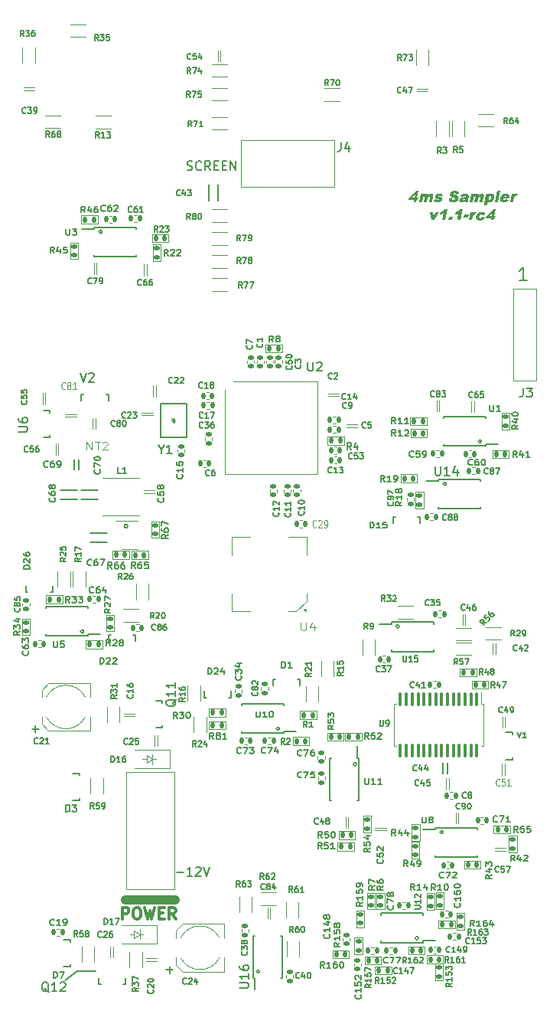
<source format=gbr>
G04 #@! TF.GenerationSoftware,KiCad,Pcbnew,8.0.5*
G04 #@! TF.CreationDate,2024-11-14T10:29:35-08:00*
G04 #@! TF.ProjectId,Sampler-built,53616d70-6c65-4722-9d62-75696c742e6b,rev?*
G04 #@! TF.SameCoordinates,PX38444c0PY67f3540*
G04 #@! TF.FileFunction,Legend,Top*
G04 #@! TF.FilePolarity,Positive*
%FSLAX46Y46*%
G04 Gerber Fmt 4.6, Leading zero omitted, Abs format (unit mm)*
G04 Created by KiCad (PCBNEW 8.0.5) date 2024-11-14 10:29:35*
%MOMM*%
%LPD*%
G01*
G04 APERTURE LIST*
G04 Aperture macros list*
%AMRoundRect*
0 Rectangle with rounded corners*
0 $1 Rounding radius*
0 $2 $3 $4 $5 $6 $7 $8 $9 X,Y pos of 4 corners*
0 Add a 4 corners polygon primitive as box body*
4,1,4,$2,$3,$4,$5,$6,$7,$8,$9,$2,$3,0*
0 Add four circle primitives for the rounded corners*
1,1,$1+$1,$2,$3*
1,1,$1+$1,$4,$5*
1,1,$1+$1,$6,$7*
1,1,$1+$1,$8,$9*
0 Add four rect primitives between the rounded corners*
20,1,$1+$1,$2,$3,$4,$5,0*
20,1,$1+$1,$4,$5,$6,$7,0*
20,1,$1+$1,$6,$7,$8,$9,0*
20,1,$1+$1,$8,$9,$2,$3,0*%
G04 Aperture macros list end*
%ADD10C,0.200000*%
%ADD11C,0.149860*%
%ADD12C,0.150000*%
%ADD13C,0.120142*%
%ADD14C,0.190500*%
%ADD15C,0.317500*%
%ADD16C,0.152400*%
%ADD17C,0.100000*%
%ADD18C,0.120000*%
%ADD19C,0.203200*%
%ADD20C,0.127000*%
%ADD21C,1.000000*%
%ADD22R,0.900000X1.200000*%
%ADD23RoundRect,0.147500X0.147500X0.172500X-0.147500X0.172500X-0.147500X-0.172500X0.147500X-0.172500X0*%
%ADD24R,1.000000X1.000000*%
%ADD25RoundRect,0.147500X0.172500X-0.147500X0.172500X0.147500X-0.172500X0.147500X-0.172500X-0.147500X0*%
%ADD26R,0.700000X1.300000*%
%ADD27R,0.439200X0.500000*%
%ADD28R,0.800100X0.800100*%
%ADD29R,1.450000X0.450000*%
%ADD30RoundRect,0.147500X-0.172500X0.147500X-0.172500X-0.147500X0.172500X-0.147500X0.172500X0.147500X0*%
%ADD31RoundRect,0.147500X-0.147500X-0.172500X0.147500X-0.172500X0.147500X0.172500X-0.147500X0.172500X0*%
%ADD32R,3.000000X1.600000*%
%ADD33R,0.500000X0.439200*%
%ADD34R,1.700000X0.900000*%
%ADD35C,1.700000*%
%ADD36O,1.700000X1.700000*%
%ADD37R,1.150000X1.400000*%
%ADD38R,1.700000X1.700000*%
%ADD39R,1.220000X0.650000*%
%ADD40C,0.300000*%
%ADD41R,0.450000X1.450000*%
%ADD42R,1.200000X3.700000*%
%ADD43C,0.500000*%
%ADD44R,0.900000X1.700000*%
%ADD45RoundRect,0.100000X-0.100000X0.637500X-0.100000X-0.637500X0.100000X-0.637500X0.100000X0.637500X0*%
%ADD46C,1.930400*%
%ADD47C,1.800000*%
%ADD48C,1.500000*%
%ADD49O,1.397000X1.092200*%
%ADD50O,1.524000X1.524000*%
%ADD51C,2.540000*%
G04 APERTURE END LIST*
D10*
X-53021433Y2530078D02*
X-51651433Y3470078D01*
X-51651433Y3470078D02*
X-49581433Y3540078D01*
D11*
G36*
X-14010384Y89046462D02*
G01*
X-13861787Y89046462D01*
X-13924215Y88746337D01*
X-14072812Y88746337D01*
X-14115604Y88540000D01*
X-14420712Y88540000D01*
X-14377921Y88746337D01*
X-14976413Y88746337D01*
X-14915450Y89039135D01*
X-14907954Y89046462D01*
X-14600377Y89046462D01*
X-14315492Y89046462D01*
X-14244564Y89387914D01*
X-14600377Y89046462D01*
X-14907954Y89046462D01*
X-14159568Y89778019D01*
X-13858270Y89778019D01*
X-14010384Y89046462D01*
G37*
G36*
X-13644899Y89440377D02*
G01*
X-13319274Y89440377D01*
X-13342136Y89329296D01*
X-13297790Y89367757D01*
X-13245700Y89402763D01*
X-13204089Y89424257D01*
X-13144010Y89445511D01*
X-13083796Y89456376D01*
X-13030872Y89459135D01*
X-12969936Y89455328D01*
X-12910035Y89440710D01*
X-12871138Y89420154D01*
X-12827758Y89378328D01*
X-12799834Y89325941D01*
X-12797279Y89318158D01*
X-12750228Y89358066D01*
X-12700505Y89393923D01*
X-12648918Y89423053D01*
X-12639889Y89427188D01*
X-12582694Y89446656D01*
X-12524401Y89456608D01*
X-12472533Y89459135D01*
X-12413943Y89454928D01*
X-12356429Y89439815D01*
X-12303768Y89409676D01*
X-12267662Y89371208D01*
X-12240499Y89314355D01*
X-12229704Y89251130D01*
X-12230568Y89186011D01*
X-12238966Y89122916D01*
X-12243336Y89100391D01*
X-12359693Y88540000D01*
X-12707593Y88540000D01*
X-12600614Y89054083D01*
X-12596630Y89113136D01*
X-12604131Y89137028D01*
X-12650700Y89175818D01*
X-12668611Y89177767D01*
X-12725809Y89164784D01*
X-12765039Y89136735D01*
X-12799583Y89087078D01*
X-12819985Y89030846D01*
X-12826588Y89003085D01*
X-12922722Y88540000D01*
X-13270621Y88540000D01*
X-13167453Y89036497D01*
X-13157872Y89094711D01*
X-13157488Y89112408D01*
X-13179763Y89159889D01*
X-13229882Y89177767D01*
X-13288875Y89163095D01*
X-13325429Y89136148D01*
X-13360798Y89084830D01*
X-13381859Y89026063D01*
X-13388737Y88996930D01*
X-13483699Y88540000D01*
X-13831891Y88540000D01*
X-13644899Y89440377D01*
G37*
G36*
X-12159512Y88801731D02*
G01*
X-11808095Y88841005D01*
X-11793979Y88782850D01*
X-11772045Y88751319D01*
X-11716490Y88729457D01*
X-11686755Y88727579D01*
X-11626025Y88735106D01*
X-11583294Y88754250D01*
X-11548416Y88800852D01*
X-11569519Y88845695D01*
X-11626555Y88863733D01*
X-11687534Y88876349D01*
X-11700824Y88878814D01*
X-11759326Y88889922D01*
X-11818489Y88902620D01*
X-11880172Y88918535D01*
X-11929728Y88935674D01*
X-11982493Y88969325D01*
X-12020352Y89015840D01*
X-12027034Y89027705D01*
X-12046193Y89083711D01*
X-12048422Y89145523D01*
X-12043741Y89176009D01*
X-12025476Y89234891D01*
X-11996476Y89287816D01*
X-11960796Y89330761D01*
X-11913100Y89371546D01*
X-11858270Y89404435D01*
X-11802233Y89427481D01*
X-11745020Y89442783D01*
X-11679554Y89453076D01*
X-11614433Y89458022D01*
X-11561312Y89459135D01*
X-11497447Y89457901D01*
X-11434487Y89453468D01*
X-11376445Y89444627D01*
X-11336218Y89433343D01*
X-11281016Y89405478D01*
X-11234820Y89363296D01*
X-11227188Y89353329D01*
X-11199099Y89301389D01*
X-11181301Y89245123D01*
X-11171794Y89197111D01*
X-11506504Y89177181D01*
X-11531561Y89230791D01*
X-11532882Y89231696D01*
X-11588681Y89251130D01*
X-11616120Y89252799D01*
X-11676331Y89244348D01*
X-11695548Y89234920D01*
X-11727788Y89192129D01*
X-11709909Y89154613D01*
X-11650573Y89137445D01*
X-11591568Y89128355D01*
X-11578898Y89126770D01*
X-11512496Y89117806D01*
X-11454341Y89107327D01*
X-11391687Y89091629D01*
X-11342666Y89073427D01*
X-11289007Y89040248D01*
X-11247557Y88993156D01*
X-11236860Y88973483D01*
X-11218964Y88914194D01*
X-11218521Y88854920D01*
X-11222498Y88831040D01*
X-11240757Y88773407D01*
X-11268718Y88721662D01*
X-11299581Y88680098D01*
X-11342206Y88637405D01*
X-11393874Y88600551D01*
X-11448110Y88572375D01*
X-11467816Y88564034D01*
X-11525097Y88545313D01*
X-11589962Y88531940D01*
X-11652940Y88524628D01*
X-11711542Y88521619D01*
X-11742443Y88521243D01*
X-11813165Y88522967D01*
X-11876589Y88528141D01*
X-11943064Y88538901D01*
X-12007334Y88557733D01*
X-12063268Y88587532D01*
X-12068946Y88591878D01*
X-12111896Y88637035D01*
X-12141167Y88693042D01*
X-12155703Y88751935D01*
X-12159512Y88801731D01*
G37*
G36*
X-10521424Y88967328D02*
G01*
X-10150956Y88990775D01*
X-10152455Y88931654D01*
X-10142443Y88870903D01*
X-10134543Y88853022D01*
X-10093286Y88808238D01*
X-10037342Y88787162D01*
X-9996790Y88783853D01*
X-9936267Y88790472D01*
X-9880286Y88814249D01*
X-9874278Y88818437D01*
X-9833155Y88860828D01*
X-9817711Y88898158D01*
X-9827865Y88957263D01*
X-9839107Y88972017D01*
X-9891125Y89003376D01*
X-9951850Y89023709D01*
X-10006755Y89037670D01*
X-10075640Y89055622D01*
X-10137398Y89075405D01*
X-10192030Y89097021D01*
X-10248180Y89125377D01*
X-10300717Y89161794D01*
X-10324466Y89184215D01*
X-10361048Y89234279D01*
X-10382865Y89290681D01*
X-10389917Y89353421D01*
X-10383977Y89413517D01*
X-10382205Y89422499D01*
X-10365049Y89480241D01*
X-10337761Y89535866D01*
X-10300340Y89589372D01*
X-10291640Y89599819D01*
X-10247773Y89643930D01*
X-10196627Y89682292D01*
X-10145052Y89711565D01*
X-10102596Y89730538D01*
X-10039398Y89751311D01*
X-9977068Y89764618D01*
X-9918417Y89772408D01*
X-9854945Y89776859D01*
X-9798367Y89778019D01*
X-9729461Y89775879D01*
X-9666722Y89769461D01*
X-9599578Y89756110D01*
X-9541316Y89736598D01*
X-9484569Y89706046D01*
X-9463950Y89690384D01*
X-9424093Y89646757D01*
X-9395821Y89592555D01*
X-9379133Y89527778D01*
X-9374050Y89463838D01*
X-9376316Y89404620D01*
X-9743266Y89383518D01*
X-9747121Y89443777D01*
X-9772263Y89498945D01*
X-9774334Y89501047D01*
X-9828167Y89528701D01*
X-9881312Y89534167D01*
X-9941498Y89526191D01*
X-9977153Y89508961D01*
X-10015113Y89463952D01*
X-10019651Y89449170D01*
X-10005876Y89406672D01*
X-9950452Y89379347D01*
X-9897139Y89365639D01*
X-9828553Y89349440D01*
X-9766593Y89333084D01*
X-9700988Y89313249D01*
X-9644924Y89293187D01*
X-9585014Y89266085D01*
X-9572687Y89259247D01*
X-9519673Y89222330D01*
X-9478966Y89180089D01*
X-9448404Y89127476D01*
X-9446364Y89122373D01*
X-9430669Y89063702D01*
X-9427512Y89000528D01*
X-9435520Y88939191D01*
X-9451475Y88881562D01*
X-9475014Y88826204D01*
X-9506137Y88773118D01*
X-9544843Y88722303D01*
X-9589723Y88675775D01*
X-9639658Y88635255D01*
X-9694649Y88600744D01*
X-9754697Y88572241D01*
X-9811650Y88552369D01*
X-9873259Y88537379D01*
X-9939525Y88527269D01*
X-10000030Y88522488D01*
X-10053064Y88521243D01*
X-10126314Y88523180D01*
X-10192923Y88528991D01*
X-10252892Y88538677D01*
X-10318516Y88556232D01*
X-10373764Y88579841D01*
X-10426366Y88616163D01*
X-10453133Y88645220D01*
X-10488358Y88703109D01*
X-10509509Y88758332D01*
X-10522313Y88818727D01*
X-10526771Y88884294D01*
X-10524111Y88942886D01*
X-10521424Y88967328D01*
G37*
G36*
X-8666768Y89458294D02*
G01*
X-8602897Y89455271D01*
X-8540107Y89449243D01*
X-8492352Y89441550D01*
X-8431545Y89423099D01*
X-8377763Y89390738D01*
X-8354013Y89367984D01*
X-8322989Y89317404D01*
X-8307704Y89258074D01*
X-8303216Y89197559D01*
X-8308368Y89135585D01*
X-8310635Y89123546D01*
X-8391528Y88734613D01*
X-8401626Y88674469D01*
X-8403838Y88639358D01*
X-8396259Y88581229D01*
X-8386546Y88540000D01*
X-8713050Y88540000D01*
X-8728679Y88596659D01*
X-8729170Y88600377D01*
X-8730049Y88637307D01*
X-8778024Y88602273D01*
X-8832602Y88571576D01*
X-8863113Y88558172D01*
X-8925228Y88538698D01*
X-8984608Y88527337D01*
X-9047279Y88521820D01*
X-9076190Y88521243D01*
X-9140885Y88524735D01*
X-9204312Y88537278D01*
X-9262266Y88562294D01*
X-9301870Y88594222D01*
X-9335398Y88643184D01*
X-9351981Y88704777D01*
X-9348604Y88767803D01*
X-9347300Y88774474D01*
X-9340307Y88797335D01*
X-8994711Y88797335D01*
X-8981815Y88746923D01*
X-8925811Y88727881D01*
X-8914110Y88727579D01*
X-8855594Y88735091D01*
X-8811235Y88751319D01*
X-8760051Y88782921D01*
X-8735032Y88808472D01*
X-8707364Y88861673D01*
X-8697809Y88896693D01*
X-8691068Y88929519D01*
X-8749303Y88913097D01*
X-8806857Y88898969D01*
X-8825890Y88894641D01*
X-8883214Y88879609D01*
X-8939426Y88859140D01*
X-8958953Y88847746D01*
X-8994303Y88799088D01*
X-8994711Y88797335D01*
X-9340307Y88797335D01*
X-9329411Y88832955D01*
X-9301390Y88884566D01*
X-9263236Y88929308D01*
X-9254390Y88937432D01*
X-9200580Y88973949D01*
X-9144673Y88998504D01*
X-9086377Y89016594D01*
X-9019330Y89031515D01*
X-8952069Y89044481D01*
X-8894267Y89055901D01*
X-8831912Y89068724D01*
X-8773631Y89081868D01*
X-8769909Y89082806D01*
X-8711658Y89099219D01*
X-8655582Y89117800D01*
X-8651794Y89119149D01*
X-8650319Y89179055D01*
X-8657655Y89193594D01*
X-8712561Y89214521D01*
X-8732980Y89215283D01*
X-8794689Y89210066D01*
X-8852125Y89189703D01*
X-8854906Y89188026D01*
X-8897404Y89144589D01*
X-8922903Y89102150D01*
X-9247062Y89141717D01*
X-9223209Y89197364D01*
X-9196052Y89249731D01*
X-9162557Y89299424D01*
X-9159721Y89302917D01*
X-9118122Y89345220D01*
X-9067622Y89382589D01*
X-9041312Y89398172D01*
X-8985091Y89422687D01*
X-8925426Y89439141D01*
X-8905025Y89443308D01*
X-8846523Y89452319D01*
X-8785875Y89457590D01*
X-8728877Y89459135D01*
X-8666768Y89458294D01*
G37*
G36*
X-8046853Y89440377D02*
G01*
X-7721228Y89440377D01*
X-7744089Y89329296D01*
X-7699744Y89367757D01*
X-7647654Y89402763D01*
X-7606043Y89424257D01*
X-7545964Y89445511D01*
X-7485750Y89456376D01*
X-7432826Y89459135D01*
X-7371890Y89455328D01*
X-7311989Y89440710D01*
X-7273092Y89420154D01*
X-7229712Y89378328D01*
X-7201788Y89325941D01*
X-7199233Y89318158D01*
X-7152182Y89358066D01*
X-7102459Y89393923D01*
X-7050872Y89423053D01*
X-7041842Y89427188D01*
X-6984648Y89446656D01*
X-6926355Y89456608D01*
X-6874487Y89459135D01*
X-6815897Y89454928D01*
X-6758383Y89439815D01*
X-6705722Y89409676D01*
X-6669616Y89371208D01*
X-6642452Y89314355D01*
X-6631658Y89251130D01*
X-6632522Y89186011D01*
X-6640920Y89122916D01*
X-6645290Y89100391D01*
X-6761647Y88540000D01*
X-7109547Y88540000D01*
X-7002568Y89054083D01*
X-6998584Y89113136D01*
X-7006085Y89137028D01*
X-7052654Y89175818D01*
X-7070565Y89177767D01*
X-7127763Y89164784D01*
X-7166992Y89136735D01*
X-7201537Y89087078D01*
X-7221939Y89030846D01*
X-7228542Y89003085D01*
X-7324676Y88540000D01*
X-7672575Y88540000D01*
X-7569407Y89036497D01*
X-7559826Y89094711D01*
X-7559442Y89112408D01*
X-7581717Y89159889D01*
X-7631835Y89177767D01*
X-7690829Y89163095D01*
X-7727383Y89136148D01*
X-7762752Y89084830D01*
X-7783813Y89026063D01*
X-7790691Y88996930D01*
X-7885653Y88540000D01*
X-8233845Y88540000D01*
X-8046853Y89440377D01*
G37*
G36*
X-5710016Y89454241D02*
G01*
X-5646585Y89436159D01*
X-5593673Y89404753D01*
X-5551280Y89360024D01*
X-5527439Y89319917D01*
X-5503078Y89256136D01*
X-5490569Y89196688D01*
X-5485788Y89132831D01*
X-5488735Y89064564D01*
X-5497094Y89004305D01*
X-5501940Y88979345D01*
X-5518345Y88912297D01*
X-5538800Y88850373D01*
X-5563305Y88793572D01*
X-5591860Y88741895D01*
X-5631472Y88686645D01*
X-5676916Y88638772D01*
X-5726258Y88598831D01*
X-5777785Y88567153D01*
X-5840661Y88540640D01*
X-5906509Y88525375D01*
X-5965318Y88521243D01*
X-6025473Y88525257D01*
X-6083656Y88538561D01*
X-6102778Y88545569D01*
X-6157226Y88574292D01*
X-6190705Y88603894D01*
X-6274236Y88202359D01*
X-6624773Y88202359D01*
X-6474707Y88924316D01*
X-6123564Y88924316D01*
X-6123431Y88865437D01*
X-6109226Y88817558D01*
X-6066845Y88775137D01*
X-6020419Y88765095D01*
X-5962500Y88781416D01*
X-5919889Y88816679D01*
X-5887026Y88866001D01*
X-5864174Y88923348D01*
X-5847131Y88987588D01*
X-5845443Y88995465D01*
X-5835935Y89055532D01*
X-5835208Y89115220D01*
X-5848081Y89163113D01*
X-5888601Y89206673D01*
X-5926923Y89215283D01*
X-5987219Y89200063D01*
X-6037125Y89161354D01*
X-6072186Y89111016D01*
X-6095862Y89053955D01*
X-6112864Y88990853D01*
X-6114501Y88983155D01*
X-6123564Y88924316D01*
X-6474707Y88924316D01*
X-6367439Y89440377D01*
X-6041228Y89440377D01*
X-6061745Y89340433D01*
X-6013827Y89380749D01*
X-5961574Y89413671D01*
X-5942750Y89422792D01*
X-5886298Y89443483D01*
X-5827769Y89455586D01*
X-5772757Y89459135D01*
X-5710016Y89454241D01*
G37*
G36*
X-5171626Y89759261D02*
G01*
X-4823727Y89759261D01*
X-5077251Y88540000D01*
X-5425150Y88540000D01*
X-5171626Y89759261D01*
G37*
G36*
X-4169015Y89457136D02*
G01*
X-4108510Y89451139D01*
X-4045839Y89439090D01*
X-3984656Y89418656D01*
X-3952073Y89402275D01*
X-3902158Y89366258D01*
X-3862212Y89322172D01*
X-3832235Y89270019D01*
X-3819889Y89237558D01*
X-3806846Y89179856D01*
X-3802596Y89114313D01*
X-3806090Y89050532D01*
X-3814443Y88991085D01*
X-3820475Y88959707D01*
X-3829561Y88915158D01*
X-4486671Y88915158D01*
X-4484608Y88854545D01*
X-4468500Y88815213D01*
X-4422246Y88776107D01*
X-4363573Y88765095D01*
X-4305550Y88773796D01*
X-4270956Y88787370D01*
X-4221497Y88822541D01*
X-4201787Y88840712D01*
X-3866197Y88800559D01*
X-3909237Y88745683D01*
X-3952627Y88697340D01*
X-3996367Y88655530D01*
X-4047841Y88615008D01*
X-4099791Y88583378D01*
X-4155752Y88559167D01*
X-4219259Y88540903D01*
X-4279699Y88529980D01*
X-4345682Y88523427D01*
X-4404903Y88521303D01*
X-4417209Y88521243D01*
X-4478940Y88523025D01*
X-4543641Y88529611D01*
X-4607933Y88543079D01*
X-4667957Y88565807D01*
X-4679526Y88571947D01*
X-4731154Y88609420D01*
X-4773567Y88658455D01*
X-4803858Y88712474D01*
X-4812296Y88732562D01*
X-4829112Y88790007D01*
X-4836769Y88852143D01*
X-4835267Y88918968D01*
X-4826439Y88981286D01*
X-4824606Y88990482D01*
X-4808175Y89054016D01*
X-4790202Y89102736D01*
X-4445932Y89102736D01*
X-4144634Y89102736D01*
X-4153701Y89162476D01*
X-4172771Y89187439D01*
X-4228586Y89211993D01*
X-4268905Y89215283D01*
X-4330518Y89206868D01*
X-4384053Y89181623D01*
X-4397865Y89171319D01*
X-4436323Y89124987D01*
X-4445932Y89102736D01*
X-4790202Y89102736D01*
X-4786178Y89113643D01*
X-4758613Y89169364D01*
X-4725481Y89221177D01*
X-4686783Y89269083D01*
X-4642517Y89313083D01*
X-4623252Y89329589D01*
X-4572216Y89366909D01*
X-4517659Y89397904D01*
X-4459582Y89422574D01*
X-4397984Y89440918D01*
X-4332865Y89452936D01*
X-4264227Y89458629D01*
X-4235785Y89459135D01*
X-4169015Y89457136D01*
G37*
G36*
X-3567537Y89440377D02*
G01*
X-3241033Y89440377D01*
X-3263894Y89329882D01*
X-3223970Y89378259D01*
X-3176190Y89417878D01*
X-3169226Y89422499D01*
X-3112781Y89448795D01*
X-3053941Y89458813D01*
X-3040558Y89459135D01*
X-2977564Y89450622D01*
X-2921087Y89430119D01*
X-2878186Y89407551D01*
X-3039386Y89150217D01*
X-3094058Y89171714D01*
X-3129658Y89177767D01*
X-3189176Y89163209D01*
X-3233999Y89126183D01*
X-3268906Y89073383D01*
X-3293716Y89017666D01*
X-3313352Y88959706D01*
X-3331484Y88892328D01*
X-3342736Y88842178D01*
X-3405457Y88540000D01*
X-3754529Y88540000D01*
X-3567537Y89440377D01*
G37*
G36*
X-12595924Y87424377D02*
G01*
X-12234250Y87424377D01*
X-12186183Y86889485D01*
X-11910677Y87424377D01*
X-11556329Y87424377D01*
X-12115255Y86524000D01*
X-12418897Y86524000D01*
X-12595924Y87424377D01*
G37*
G36*
X-10666797Y87762019D02*
G01*
X-10924131Y86524000D01*
X-11275548Y86524000D01*
X-11112003Y87310951D01*
X-11164695Y87277039D01*
X-11219604Y87245829D01*
X-11271444Y87219800D01*
X-11329170Y87194772D01*
X-11389932Y87172052D01*
X-11450950Y87151700D01*
X-11492435Y87138906D01*
X-11429421Y87441084D01*
X-11363606Y87462557D01*
X-11303107Y87485432D01*
X-11247926Y87509708D01*
X-11190268Y87539802D01*
X-11139846Y87571802D01*
X-11088061Y87612047D01*
X-11039975Y87657165D01*
X-10995590Y87707156D01*
X-10959789Y87754894D01*
X-10954906Y87762019D01*
X-10666797Y87762019D01*
G37*
G36*
X-10461340Y86880400D02*
G01*
X-10091458Y86880400D01*
X-10165610Y86524000D01*
X-10535492Y86524000D01*
X-10461340Y86880400D01*
G37*
G36*
X-8987969Y87762019D02*
G01*
X-9245303Y86524000D01*
X-9596720Y86524000D01*
X-9433175Y87310951D01*
X-9485867Y87277039D01*
X-9540776Y87245829D01*
X-9592617Y87219800D01*
X-9650342Y87194772D01*
X-9711105Y87172052D01*
X-9772123Y87151700D01*
X-9813608Y87138906D01*
X-9750593Y87441084D01*
X-9684778Y87462557D01*
X-9624280Y87485432D01*
X-9569098Y87509708D01*
X-9511440Y87539802D01*
X-9461019Y87571802D01*
X-9409233Y87612047D01*
X-9361148Y87657165D01*
X-9316763Y87707156D01*
X-9280961Y87754894D01*
X-9276078Y87762019D01*
X-8987969Y87762019D01*
G37*
G36*
X-8795701Y87124252D02*
G01*
X-8299204Y87124252D01*
X-8357529Y86842884D01*
X-8854026Y86842884D01*
X-8795701Y87124252D01*
G37*
G36*
X-8108109Y87424377D02*
G01*
X-7781605Y87424377D01*
X-7804466Y87313882D01*
X-7764542Y87362259D01*
X-7716762Y87401878D01*
X-7709797Y87406499D01*
X-7653353Y87432795D01*
X-7594513Y87442813D01*
X-7581130Y87443135D01*
X-7518136Y87434622D01*
X-7461659Y87414119D01*
X-7418758Y87391551D01*
X-7579958Y87134217D01*
X-7634630Y87155714D01*
X-7670230Y87161767D01*
X-7729748Y87147209D01*
X-7774571Y87110183D01*
X-7809478Y87057383D01*
X-7834288Y87001666D01*
X-7853924Y86943706D01*
X-7872056Y86876328D01*
X-7883308Y86826178D01*
X-7946029Y86524000D01*
X-8295101Y86524000D01*
X-8108109Y87424377D01*
G37*
G36*
X-6823489Y86880986D02*
G01*
X-6499916Y86841125D01*
X-6527558Y86788241D01*
X-6562028Y86734395D01*
X-6600067Y86686530D01*
X-6627411Y86657943D01*
X-6676727Y86615846D01*
X-6725565Y86583342D01*
X-6778623Y86555938D01*
X-6803559Y86545396D01*
X-6863871Y86525986D01*
X-6922970Y86514065D01*
X-6987235Y86507164D01*
X-7047704Y86505243D01*
X-7113558Y86506910D01*
X-7173074Y86511910D01*
X-7232453Y86521522D01*
X-7273091Y86531914D01*
X-7329127Y86554199D01*
X-7381568Y86587515D01*
X-7414947Y86618669D01*
X-7451355Y86666617D01*
X-7478365Y86720335D01*
X-7491151Y86759353D01*
X-7500077Y86821028D01*
X-7498776Y86880505D01*
X-7491119Y86940186D01*
X-7484996Y86972430D01*
X-7470791Y87030381D01*
X-7450229Y87091253D01*
X-7425051Y87146409D01*
X-7391207Y87201628D01*
X-7352546Y87250208D01*
X-7307786Y87294831D01*
X-7274557Y87322382D01*
X-7222831Y87358597D01*
X-7167631Y87389272D01*
X-7138269Y87402102D01*
X-7082252Y87420054D01*
X-7020593Y87432877D01*
X-6962013Y87439889D01*
X-6899113Y87442975D01*
X-6880349Y87443135D01*
X-6816680Y87441210D01*
X-6747739Y87433819D01*
X-6686939Y87420884D01*
X-6626293Y87398787D01*
X-6570551Y87364294D01*
X-6527045Y87319799D01*
X-6493834Y87265155D01*
X-6473220Y87209018D01*
X-6460487Y87145110D01*
X-6458297Y87125424D01*
X-6793887Y87085564D01*
X-6805860Y87143967D01*
X-6826713Y87173491D01*
X-6882239Y87196764D01*
X-6917278Y87199283D01*
X-6977579Y87189609D01*
X-7032269Y87160586D01*
X-7055617Y87140665D01*
X-7093137Y87093189D01*
X-7119974Y87037227D01*
X-7138204Y86976436D01*
X-7141493Y86961586D01*
X-7149622Y86900581D01*
X-7144566Y86840900D01*
X-7128011Y86802437D01*
X-7083095Y86762430D01*
X-7024349Y86749147D01*
X-7019860Y86749095D01*
X-6961389Y86756788D01*
X-6909658Y86779869D01*
X-6863936Y86820682D01*
X-6828256Y86872382D01*
X-6823489Y86880986D01*
G37*
G36*
X-5460321Y87030462D02*
G01*
X-5311723Y87030462D01*
X-5374152Y86730337D01*
X-5522749Y86730337D01*
X-5565541Y86524000D01*
X-5870649Y86524000D01*
X-5827857Y86730337D01*
X-6426350Y86730337D01*
X-6365387Y87023135D01*
X-6357891Y87030462D01*
X-6050314Y87030462D01*
X-5765429Y87030462D01*
X-5694501Y87371914D01*
X-6050314Y87030462D01*
X-6357891Y87030462D01*
X-5609504Y87762019D01*
X-5308206Y87762019D01*
X-5460321Y87030462D01*
G37*
D12*
X-39472273Y92097878D02*
X-39329416Y92050259D01*
X-39329416Y92050259D02*
X-39091321Y92050259D01*
X-39091321Y92050259D02*
X-38996083Y92097878D01*
X-38996083Y92097878D02*
X-38948464Y92145498D01*
X-38948464Y92145498D02*
X-38900845Y92240736D01*
X-38900845Y92240736D02*
X-38900845Y92335974D01*
X-38900845Y92335974D02*
X-38948464Y92431212D01*
X-38948464Y92431212D02*
X-38996083Y92478831D01*
X-38996083Y92478831D02*
X-39091321Y92526450D01*
X-39091321Y92526450D02*
X-39281797Y92574069D01*
X-39281797Y92574069D02*
X-39377035Y92621688D01*
X-39377035Y92621688D02*
X-39424654Y92669307D01*
X-39424654Y92669307D02*
X-39472273Y92764545D01*
X-39472273Y92764545D02*
X-39472273Y92859783D01*
X-39472273Y92859783D02*
X-39424654Y92955021D01*
X-39424654Y92955021D02*
X-39377035Y93002640D01*
X-39377035Y93002640D02*
X-39281797Y93050259D01*
X-39281797Y93050259D02*
X-39043702Y93050259D01*
X-39043702Y93050259D02*
X-38900845Y93002640D01*
X-37900845Y92145498D02*
X-37948464Y92097878D01*
X-37948464Y92097878D02*
X-38091321Y92050259D01*
X-38091321Y92050259D02*
X-38186559Y92050259D01*
X-38186559Y92050259D02*
X-38329416Y92097878D01*
X-38329416Y92097878D02*
X-38424654Y92193117D01*
X-38424654Y92193117D02*
X-38472273Y92288355D01*
X-38472273Y92288355D02*
X-38519892Y92478831D01*
X-38519892Y92478831D02*
X-38519892Y92621688D01*
X-38519892Y92621688D02*
X-38472273Y92812164D01*
X-38472273Y92812164D02*
X-38424654Y92907402D01*
X-38424654Y92907402D02*
X-38329416Y93002640D01*
X-38329416Y93002640D02*
X-38186559Y93050259D01*
X-38186559Y93050259D02*
X-38091321Y93050259D01*
X-38091321Y93050259D02*
X-37948464Y93002640D01*
X-37948464Y93002640D02*
X-37900845Y92955021D01*
X-36900845Y92050259D02*
X-37234178Y92526450D01*
X-37472273Y92050259D02*
X-37472273Y93050259D01*
X-37472273Y93050259D02*
X-37091321Y93050259D01*
X-37091321Y93050259D02*
X-36996083Y93002640D01*
X-36996083Y93002640D02*
X-36948464Y92955021D01*
X-36948464Y92955021D02*
X-36900845Y92859783D01*
X-36900845Y92859783D02*
X-36900845Y92716926D01*
X-36900845Y92716926D02*
X-36948464Y92621688D01*
X-36948464Y92621688D02*
X-36996083Y92574069D01*
X-36996083Y92574069D02*
X-37091321Y92526450D01*
X-37091321Y92526450D02*
X-37472273Y92526450D01*
X-36472273Y92574069D02*
X-36138940Y92574069D01*
X-35996083Y92050259D02*
X-36472273Y92050259D01*
X-36472273Y92050259D02*
X-36472273Y93050259D01*
X-36472273Y93050259D02*
X-35996083Y93050259D01*
X-35567511Y92574069D02*
X-35234178Y92574069D01*
X-35091321Y92050259D02*
X-35567511Y92050259D01*
X-35567511Y92050259D02*
X-35567511Y93050259D01*
X-35567511Y93050259D02*
X-35091321Y93050259D01*
X-34662749Y92050259D02*
X-34662749Y93050259D01*
X-34662749Y93050259D02*
X-34091321Y92050259D01*
X-34091321Y92050259D02*
X-34091321Y93050259D01*
X-47870720Y26617176D02*
X-47870720Y27267176D01*
X-47870720Y27267176D02*
X-47715958Y27267176D01*
X-47715958Y27267176D02*
X-47623101Y27236224D01*
X-47623101Y27236224D02*
X-47561196Y27174319D01*
X-47561196Y27174319D02*
X-47530243Y27112414D01*
X-47530243Y27112414D02*
X-47499291Y26988605D01*
X-47499291Y26988605D02*
X-47499291Y26895748D01*
X-47499291Y26895748D02*
X-47530243Y26771938D01*
X-47530243Y26771938D02*
X-47561196Y26710033D01*
X-47561196Y26710033D02*
X-47623101Y26648128D01*
X-47623101Y26648128D02*
X-47715958Y26617176D01*
X-47715958Y26617176D02*
X-47870720Y26617176D01*
X-46880243Y26617176D02*
X-47251672Y26617176D01*
X-47065958Y26617176D02*
X-47065958Y27267176D01*
X-47065958Y27267176D02*
X-47127862Y27174319D01*
X-47127862Y27174319D02*
X-47189767Y27112414D01*
X-47189767Y27112414D02*
X-47251672Y27081462D01*
X-46323100Y27267176D02*
X-46446910Y27267176D01*
X-46446910Y27267176D02*
X-46508814Y27236224D01*
X-46508814Y27236224D02*
X-46539767Y27205271D01*
X-46539767Y27205271D02*
X-46601672Y27112414D01*
X-46601672Y27112414D02*
X-46632624Y26988605D01*
X-46632624Y26988605D02*
X-46632624Y26740986D01*
X-46632624Y26740986D02*
X-46601672Y26679081D01*
X-46601672Y26679081D02*
X-46570719Y26648128D01*
X-46570719Y26648128D02*
X-46508814Y26617176D01*
X-46508814Y26617176D02*
X-46385005Y26617176D01*
X-46385005Y26617176D02*
X-46323100Y26648128D01*
X-46323100Y26648128D02*
X-46292148Y26679081D01*
X-46292148Y26679081D02*
X-46261195Y26740986D01*
X-46261195Y26740986D02*
X-46261195Y26895748D01*
X-46261195Y26895748D02*
X-46292148Y26957652D01*
X-46292148Y26957652D02*
X-46323100Y26988605D01*
X-46323100Y26988605D02*
X-46385005Y27019557D01*
X-46385005Y27019557D02*
X-46508814Y27019557D01*
X-46508814Y27019557D02*
X-46570719Y26988605D01*
X-46570719Y26988605D02*
X-46601672Y26957652D01*
X-46601672Y26957652D02*
X-46632624Y26895748D01*
D11*
X-45589291Y87466186D02*
X-45620243Y87434859D01*
X-45620243Y87434859D02*
X-45713101Y87403533D01*
X-45713101Y87403533D02*
X-45775005Y87403533D01*
X-45775005Y87403533D02*
X-45867862Y87434859D01*
X-45867862Y87434859D02*
X-45929767Y87497513D01*
X-45929767Y87497513D02*
X-45960720Y87560166D01*
X-45960720Y87560166D02*
X-45991672Y87685473D01*
X-45991672Y87685473D02*
X-45991672Y87779453D01*
X-45991672Y87779453D02*
X-45960720Y87904759D01*
X-45960720Y87904759D02*
X-45929767Y87967413D01*
X-45929767Y87967413D02*
X-45867862Y88030066D01*
X-45867862Y88030066D02*
X-45775005Y88061393D01*
X-45775005Y88061393D02*
X-45713101Y88061393D01*
X-45713101Y88061393D02*
X-45620243Y88030066D01*
X-45620243Y88030066D02*
X-45589291Y87998739D01*
X-45032148Y88061393D02*
X-45155958Y88061393D01*
X-45155958Y88061393D02*
X-45217862Y88030066D01*
X-45217862Y88030066D02*
X-45248815Y87998739D01*
X-45248815Y87998739D02*
X-45310720Y87904759D01*
X-45310720Y87904759D02*
X-45341672Y87779453D01*
X-45341672Y87779453D02*
X-45341672Y87528839D01*
X-45341672Y87528839D02*
X-45310720Y87466186D01*
X-45310720Y87466186D02*
X-45279767Y87434859D01*
X-45279767Y87434859D02*
X-45217862Y87403533D01*
X-45217862Y87403533D02*
X-45094053Y87403533D01*
X-45094053Y87403533D02*
X-45032148Y87434859D01*
X-45032148Y87434859D02*
X-45001196Y87466186D01*
X-45001196Y87466186D02*
X-44970243Y87528839D01*
X-44970243Y87528839D02*
X-44970243Y87685473D01*
X-44970243Y87685473D02*
X-45001196Y87748126D01*
X-45001196Y87748126D02*
X-45032148Y87779453D01*
X-45032148Y87779453D02*
X-45094053Y87810779D01*
X-45094053Y87810779D02*
X-45217862Y87810779D01*
X-45217862Y87810779D02*
X-45279767Y87779453D01*
X-45279767Y87779453D02*
X-45310720Y87748126D01*
X-45310720Y87748126D02*
X-45341672Y87685473D01*
X-44351195Y87403533D02*
X-44722624Y87403533D01*
X-44536910Y87403533D02*
X-44536910Y88061393D01*
X-44536910Y88061393D02*
X-44598814Y87967413D01*
X-44598814Y87967413D02*
X-44660719Y87904759D01*
X-44660719Y87904759D02*
X-44722624Y87873433D01*
D12*
X-11354982Y93917176D02*
X-11571649Y94226700D01*
X-11726411Y93917176D02*
X-11726411Y94567176D01*
X-11726411Y94567176D02*
X-11478792Y94567176D01*
X-11478792Y94567176D02*
X-11416887Y94536224D01*
X-11416887Y94536224D02*
X-11385934Y94505271D01*
X-11385934Y94505271D02*
X-11354982Y94443367D01*
X-11354982Y94443367D02*
X-11354982Y94350509D01*
X-11354982Y94350509D02*
X-11385934Y94288605D01*
X-11385934Y94288605D02*
X-11416887Y94257652D01*
X-11416887Y94257652D02*
X-11478792Y94226700D01*
X-11478792Y94226700D02*
X-11726411Y94226700D01*
X-11138315Y94567176D02*
X-10735934Y94567176D01*
X-10735934Y94567176D02*
X-10952601Y94319557D01*
X-10952601Y94319557D02*
X-10859744Y94319557D01*
X-10859744Y94319557D02*
X-10797839Y94288605D01*
X-10797839Y94288605D02*
X-10766887Y94257652D01*
X-10766887Y94257652D02*
X-10735934Y94195748D01*
X-10735934Y94195748D02*
X-10735934Y94040986D01*
X-10735934Y94040986D02*
X-10766887Y93979081D01*
X-10766887Y93979081D02*
X-10797839Y93948128D01*
X-10797839Y93948128D02*
X-10859744Y93917176D01*
X-10859744Y93917176D02*
X-11045458Y93917176D01*
X-11045458Y93917176D02*
X-11107363Y93948128D01*
X-11107363Y93948128D02*
X-11138315Y93979081D01*
X-31180288Y72888345D02*
X-31149335Y72857393D01*
X-31149335Y72857393D02*
X-31118383Y72764535D01*
X-31118383Y72764535D02*
X-31118383Y72702631D01*
X-31118383Y72702631D02*
X-31149335Y72609774D01*
X-31149335Y72609774D02*
X-31211240Y72547869D01*
X-31211240Y72547869D02*
X-31273145Y72516916D01*
X-31273145Y72516916D02*
X-31396955Y72485964D01*
X-31396955Y72485964D02*
X-31489812Y72485964D01*
X-31489812Y72485964D02*
X-31613621Y72516916D01*
X-31613621Y72516916D02*
X-31675526Y72547869D01*
X-31675526Y72547869D02*
X-31737431Y72609774D01*
X-31737431Y72609774D02*
X-31768383Y72702631D01*
X-31768383Y72702631D02*
X-31768383Y72764535D01*
X-31768383Y72764535D02*
X-31737431Y72857393D01*
X-31737431Y72857393D02*
X-31706478Y72888345D01*
X-31118383Y73507393D02*
X-31118383Y73135964D01*
X-31118383Y73321678D02*
X-31768383Y73321678D01*
X-31768383Y73321678D02*
X-31675526Y73259774D01*
X-31675526Y73259774D02*
X-31613621Y73197869D01*
X-31613621Y73197869D02*
X-31582669Y73135964D01*
X-9557858Y37417098D02*
X-9774525Y37726622D01*
X-9929287Y37417098D02*
X-9929287Y38067098D01*
X-9929287Y38067098D02*
X-9681668Y38067098D01*
X-9681668Y38067098D02*
X-9619763Y38036146D01*
X-9619763Y38036146D02*
X-9588810Y38005193D01*
X-9588810Y38005193D02*
X-9557858Y37943289D01*
X-9557858Y37943289D02*
X-9557858Y37850431D01*
X-9557858Y37850431D02*
X-9588810Y37788527D01*
X-9588810Y37788527D02*
X-9619763Y37757574D01*
X-9619763Y37757574D02*
X-9681668Y37726622D01*
X-9681668Y37726622D02*
X-9929287Y37726622D01*
X-8969763Y38067098D02*
X-9279287Y38067098D01*
X-9279287Y38067098D02*
X-9310239Y37757574D01*
X-9310239Y37757574D02*
X-9279287Y37788527D01*
X-9279287Y37788527D02*
X-9217382Y37819479D01*
X-9217382Y37819479D02*
X-9062620Y37819479D01*
X-9062620Y37819479D02*
X-9000715Y37788527D01*
X-9000715Y37788527D02*
X-8969763Y37757574D01*
X-8969763Y37757574D02*
X-8938810Y37695670D01*
X-8938810Y37695670D02*
X-8938810Y37540908D01*
X-8938810Y37540908D02*
X-8969763Y37479003D01*
X-8969763Y37479003D02*
X-9000715Y37448050D01*
X-9000715Y37448050D02*
X-9062620Y37417098D01*
X-9062620Y37417098D02*
X-9217382Y37417098D01*
X-9217382Y37417098D02*
X-9279287Y37448050D01*
X-9279287Y37448050D02*
X-9310239Y37479003D01*
X-8722143Y38067098D02*
X-8288810Y38067098D01*
X-8288810Y38067098D02*
X-8567381Y37417098D01*
X-14071774Y25719331D02*
X-14102726Y25688378D01*
X-14102726Y25688378D02*
X-14195584Y25657426D01*
X-14195584Y25657426D02*
X-14257488Y25657426D01*
X-14257488Y25657426D02*
X-14350345Y25688378D01*
X-14350345Y25688378D02*
X-14412250Y25750283D01*
X-14412250Y25750283D02*
X-14443203Y25812188D01*
X-14443203Y25812188D02*
X-14474155Y25935998D01*
X-14474155Y25935998D02*
X-14474155Y26028855D01*
X-14474155Y26028855D02*
X-14443203Y26152664D01*
X-14443203Y26152664D02*
X-14412250Y26214569D01*
X-14412250Y26214569D02*
X-14350345Y26276474D01*
X-14350345Y26276474D02*
X-14257488Y26307426D01*
X-14257488Y26307426D02*
X-14195584Y26307426D01*
X-14195584Y26307426D02*
X-14102726Y26276474D01*
X-14102726Y26276474D02*
X-14071774Y26245521D01*
X-13514631Y26090759D02*
X-13514631Y25657426D01*
X-13669393Y26338378D02*
X-13824155Y25874093D01*
X-13824155Y25874093D02*
X-13421774Y25874093D01*
X-12895583Y26090759D02*
X-12895583Y25657426D01*
X-13050345Y26338378D02*
X-13205107Y25874093D01*
X-13205107Y25874093D02*
X-12802726Y25874093D01*
X-49789291Y21457176D02*
X-50005958Y21766700D01*
X-50160720Y21457176D02*
X-50160720Y22107176D01*
X-50160720Y22107176D02*
X-49913101Y22107176D01*
X-49913101Y22107176D02*
X-49851196Y22076224D01*
X-49851196Y22076224D02*
X-49820243Y22045271D01*
X-49820243Y22045271D02*
X-49789291Y21983367D01*
X-49789291Y21983367D02*
X-49789291Y21890509D01*
X-49789291Y21890509D02*
X-49820243Y21828605D01*
X-49820243Y21828605D02*
X-49851196Y21797652D01*
X-49851196Y21797652D02*
X-49913101Y21766700D01*
X-49913101Y21766700D02*
X-50160720Y21766700D01*
X-49201196Y22107176D02*
X-49510720Y22107176D01*
X-49510720Y22107176D02*
X-49541672Y21797652D01*
X-49541672Y21797652D02*
X-49510720Y21828605D01*
X-49510720Y21828605D02*
X-49448815Y21859557D01*
X-49448815Y21859557D02*
X-49294053Y21859557D01*
X-49294053Y21859557D02*
X-49232148Y21828605D01*
X-49232148Y21828605D02*
X-49201196Y21797652D01*
X-49201196Y21797652D02*
X-49170243Y21735748D01*
X-49170243Y21735748D02*
X-49170243Y21580986D01*
X-49170243Y21580986D02*
X-49201196Y21519081D01*
X-49201196Y21519081D02*
X-49232148Y21488128D01*
X-49232148Y21488128D02*
X-49294053Y21457176D01*
X-49294053Y21457176D02*
X-49448815Y21457176D01*
X-49448815Y21457176D02*
X-49510720Y21488128D01*
X-49510720Y21488128D02*
X-49541672Y21519081D01*
X-48860719Y21457176D02*
X-48736910Y21457176D01*
X-48736910Y21457176D02*
X-48675005Y21488128D01*
X-48675005Y21488128D02*
X-48644053Y21519081D01*
X-48644053Y21519081D02*
X-48582148Y21611938D01*
X-48582148Y21611938D02*
X-48551195Y21735748D01*
X-48551195Y21735748D02*
X-48551195Y21983367D01*
X-48551195Y21983367D02*
X-48582148Y22045271D01*
X-48582148Y22045271D02*
X-48613100Y22076224D01*
X-48613100Y22076224D02*
X-48675005Y22107176D01*
X-48675005Y22107176D02*
X-48798814Y22107176D01*
X-48798814Y22107176D02*
X-48860719Y22076224D01*
X-48860719Y22076224D02*
X-48891672Y22045271D01*
X-48891672Y22045271D02*
X-48922624Y21983367D01*
X-48922624Y21983367D02*
X-48922624Y21828605D01*
X-48922624Y21828605D02*
X-48891672Y21766700D01*
X-48891672Y21766700D02*
X-48860719Y21735748D01*
X-48860719Y21735748D02*
X-48798814Y21704795D01*
X-48798814Y21704795D02*
X-48675005Y21704795D01*
X-48675005Y21704795D02*
X-48613100Y21735748D01*
X-48613100Y21735748D02*
X-48582148Y21766700D01*
X-48582148Y21766700D02*
X-48551195Y21828605D01*
X-40681376Y33558650D02*
X-40728995Y33463412D01*
X-40728995Y33463412D02*
X-40824233Y33368174D01*
X-40824233Y33368174D02*
X-40967091Y33225317D01*
X-40967091Y33225317D02*
X-41014710Y33130079D01*
X-41014710Y33130079D02*
X-41014710Y33034841D01*
X-40776614Y33082460D02*
X-40824233Y32987222D01*
X-40824233Y32987222D02*
X-40919472Y32891984D01*
X-40919472Y32891984D02*
X-41109948Y32844365D01*
X-41109948Y32844365D02*
X-41443281Y32844365D01*
X-41443281Y32844365D02*
X-41633757Y32891984D01*
X-41633757Y32891984D02*
X-41728995Y32987222D01*
X-41728995Y32987222D02*
X-41776614Y33082460D01*
X-41776614Y33082460D02*
X-41776614Y33272936D01*
X-41776614Y33272936D02*
X-41728995Y33368174D01*
X-41728995Y33368174D02*
X-41633757Y33463412D01*
X-41633757Y33463412D02*
X-41443281Y33511031D01*
X-41443281Y33511031D02*
X-41109948Y33511031D01*
X-41109948Y33511031D02*
X-40919472Y33463412D01*
X-40919472Y33463412D02*
X-40824233Y33368174D01*
X-40824233Y33368174D02*
X-40776614Y33272936D01*
X-40776614Y33272936D02*
X-40776614Y33082460D01*
X-40776614Y34463412D02*
X-40776614Y33891984D01*
X-40776614Y34177698D02*
X-41776614Y34177698D01*
X-41776614Y34177698D02*
X-41633757Y34082460D01*
X-41633757Y34082460D02*
X-41538519Y33987222D01*
X-41538519Y33987222D02*
X-41490900Y33891984D01*
X-40776614Y35415793D02*
X-40776614Y34844365D01*
X-40776614Y35130079D02*
X-41776614Y35130079D01*
X-41776614Y35130079D02*
X-41633757Y35034841D01*
X-41633757Y35034841D02*
X-41538519Y34939603D01*
X-41538519Y34939603D02*
X-41490900Y34844365D01*
X-27819291Y12217176D02*
X-28035958Y12526700D01*
X-28190720Y12217176D02*
X-28190720Y12867176D01*
X-28190720Y12867176D02*
X-27943101Y12867176D01*
X-27943101Y12867176D02*
X-27881196Y12836224D01*
X-27881196Y12836224D02*
X-27850243Y12805271D01*
X-27850243Y12805271D02*
X-27819291Y12743367D01*
X-27819291Y12743367D02*
X-27819291Y12650509D01*
X-27819291Y12650509D02*
X-27850243Y12588605D01*
X-27850243Y12588605D02*
X-27881196Y12557652D01*
X-27881196Y12557652D02*
X-27943101Y12526700D01*
X-27943101Y12526700D02*
X-28190720Y12526700D01*
X-27262148Y12867176D02*
X-27385958Y12867176D01*
X-27385958Y12867176D02*
X-27447862Y12836224D01*
X-27447862Y12836224D02*
X-27478815Y12805271D01*
X-27478815Y12805271D02*
X-27540720Y12712414D01*
X-27540720Y12712414D02*
X-27571672Y12588605D01*
X-27571672Y12588605D02*
X-27571672Y12340986D01*
X-27571672Y12340986D02*
X-27540720Y12279081D01*
X-27540720Y12279081D02*
X-27509767Y12248128D01*
X-27509767Y12248128D02*
X-27447862Y12217176D01*
X-27447862Y12217176D02*
X-27324053Y12217176D01*
X-27324053Y12217176D02*
X-27262148Y12248128D01*
X-27262148Y12248128D02*
X-27231196Y12279081D01*
X-27231196Y12279081D02*
X-27200243Y12340986D01*
X-27200243Y12340986D02*
X-27200243Y12495748D01*
X-27200243Y12495748D02*
X-27231196Y12557652D01*
X-27231196Y12557652D02*
X-27262148Y12588605D01*
X-27262148Y12588605D02*
X-27324053Y12619557D01*
X-27324053Y12619557D02*
X-27447862Y12619557D01*
X-27447862Y12619557D02*
X-27509767Y12588605D01*
X-27509767Y12588605D02*
X-27540720Y12557652D01*
X-27540720Y12557652D02*
X-27571672Y12495748D01*
X-26581195Y12217176D02*
X-26952624Y12217176D01*
X-26766910Y12217176D02*
X-26766910Y12867176D01*
X-26766910Y12867176D02*
X-26828814Y12774319D01*
X-26828814Y12774319D02*
X-26890719Y12712414D01*
X-26890719Y12712414D02*
X-26952624Y12681462D01*
X-15574763Y38357098D02*
X-15574763Y37830908D01*
X-15574763Y37830908D02*
X-15543810Y37769003D01*
X-15543810Y37769003D02*
X-15512858Y37738050D01*
X-15512858Y37738050D02*
X-15450953Y37707098D01*
X-15450953Y37707098D02*
X-15327144Y37707098D01*
X-15327144Y37707098D02*
X-15265239Y37738050D01*
X-15265239Y37738050D02*
X-15234286Y37769003D01*
X-15234286Y37769003D02*
X-15203334Y37830908D01*
X-15203334Y37830908D02*
X-15203334Y38357098D01*
X-14553334Y37707098D02*
X-14924763Y37707098D01*
X-14739049Y37707098D02*
X-14739049Y38357098D01*
X-14739049Y38357098D02*
X-14800953Y38264241D01*
X-14800953Y38264241D02*
X-14862858Y38202336D01*
X-14862858Y38202336D02*
X-14924763Y38171384D01*
X-13965239Y38357098D02*
X-14274763Y38357098D01*
X-14274763Y38357098D02*
X-14305715Y38047574D01*
X-14305715Y38047574D02*
X-14274763Y38078527D01*
X-14274763Y38078527D02*
X-14212858Y38109479D01*
X-14212858Y38109479D02*
X-14058096Y38109479D01*
X-14058096Y38109479D02*
X-13996191Y38078527D01*
X-13996191Y38078527D02*
X-13965239Y38047574D01*
X-13965239Y38047574D02*
X-13934286Y37985670D01*
X-13934286Y37985670D02*
X-13934286Y37830908D01*
X-13934286Y37830908D02*
X-13965239Y37769003D01*
X-13965239Y37769003D02*
X-13996191Y37738050D01*
X-13996191Y37738050D02*
X-14058096Y37707098D01*
X-14058096Y37707098D02*
X-14212858Y37707098D01*
X-14212858Y37707098D02*
X-14274763Y37738050D01*
X-14274763Y37738050D02*
X-14305715Y37769003D01*
X-13844506Y24079081D02*
X-13875458Y24048128D01*
X-13875458Y24048128D02*
X-13968316Y24017176D01*
X-13968316Y24017176D02*
X-14030220Y24017176D01*
X-14030220Y24017176D02*
X-14123077Y24048128D01*
X-14123077Y24048128D02*
X-14184982Y24110033D01*
X-14184982Y24110033D02*
X-14215935Y24171938D01*
X-14215935Y24171938D02*
X-14246887Y24295748D01*
X-14246887Y24295748D02*
X-14246887Y24388605D01*
X-14246887Y24388605D02*
X-14215935Y24512414D01*
X-14215935Y24512414D02*
X-14184982Y24574319D01*
X-14184982Y24574319D02*
X-14123077Y24636224D01*
X-14123077Y24636224D02*
X-14030220Y24667176D01*
X-14030220Y24667176D02*
X-13968316Y24667176D01*
X-13968316Y24667176D02*
X-13875458Y24636224D01*
X-13875458Y24636224D02*
X-13844506Y24605271D01*
X-13287363Y24450509D02*
X-13287363Y24017176D01*
X-13442125Y24698128D02*
X-13596887Y24233843D01*
X-13596887Y24233843D02*
X-13194506Y24233843D01*
X-12637363Y24667176D02*
X-12946887Y24667176D01*
X-12946887Y24667176D02*
X-12977839Y24357652D01*
X-12977839Y24357652D02*
X-12946887Y24388605D01*
X-12946887Y24388605D02*
X-12884982Y24419557D01*
X-12884982Y24419557D02*
X-12730220Y24419557D01*
X-12730220Y24419557D02*
X-12668315Y24388605D01*
X-12668315Y24388605D02*
X-12637363Y24357652D01*
X-12637363Y24357652D02*
X-12606410Y24295748D01*
X-12606410Y24295748D02*
X-12606410Y24140986D01*
X-12606410Y24140986D02*
X-12637363Y24079081D01*
X-12637363Y24079081D02*
X-12668315Y24048128D01*
X-12668315Y24048128D02*
X-12730220Y24017176D01*
X-12730220Y24017176D02*
X-12884982Y24017176D01*
X-12884982Y24017176D02*
X-12946887Y24048128D01*
X-12946887Y24048128D02*
X-12977839Y24079081D01*
D11*
X-3223126Y15663533D02*
X-3472893Y15976799D01*
X-3651298Y15663533D02*
X-3651298Y16321393D01*
X-3651298Y16321393D02*
X-3365850Y16321393D01*
X-3365850Y16321393D02*
X-3294488Y16290066D01*
X-3294488Y16290066D02*
X-3258807Y16258739D01*
X-3258807Y16258739D02*
X-3223126Y16196086D01*
X-3223126Y16196086D02*
X-3223126Y16102106D01*
X-3223126Y16102106D02*
X-3258807Y16039453D01*
X-3258807Y16039453D02*
X-3294488Y16008126D01*
X-3294488Y16008126D02*
X-3365850Y15976799D01*
X-3365850Y15976799D02*
X-3651298Y15976799D01*
X-2580869Y16102106D02*
X-2580869Y15663533D01*
X-2759274Y16352719D02*
X-2937679Y15882819D01*
X-2937679Y15882819D02*
X-2473826Y15882819D01*
X-2224060Y16258739D02*
X-2188379Y16290066D01*
X-2188379Y16290066D02*
X-2117017Y16321393D01*
X-2117017Y16321393D02*
X-1938612Y16321393D01*
X-1938612Y16321393D02*
X-1867250Y16290066D01*
X-1867250Y16290066D02*
X-1831569Y16258739D01*
X-1831569Y16258739D02*
X-1795888Y16196086D01*
X-1795888Y16196086D02*
X-1795888Y16133433D01*
X-1795888Y16133433D02*
X-1831569Y16039453D01*
X-1831569Y16039453D02*
X-2259741Y15663533D01*
X-2259741Y15663533D02*
X-1795888Y15663533D01*
D12*
X-46079291Y28649081D02*
X-46110243Y28618128D01*
X-46110243Y28618128D02*
X-46203101Y28587176D01*
X-46203101Y28587176D02*
X-46265005Y28587176D01*
X-46265005Y28587176D02*
X-46357862Y28618128D01*
X-46357862Y28618128D02*
X-46419767Y28680033D01*
X-46419767Y28680033D02*
X-46450720Y28741938D01*
X-46450720Y28741938D02*
X-46481672Y28865748D01*
X-46481672Y28865748D02*
X-46481672Y28958605D01*
X-46481672Y28958605D02*
X-46450720Y29082414D01*
X-46450720Y29082414D02*
X-46419767Y29144319D01*
X-46419767Y29144319D02*
X-46357862Y29206224D01*
X-46357862Y29206224D02*
X-46265005Y29237176D01*
X-46265005Y29237176D02*
X-46203101Y29237176D01*
X-46203101Y29237176D02*
X-46110243Y29206224D01*
X-46110243Y29206224D02*
X-46079291Y29175271D01*
X-45831672Y29175271D02*
X-45800720Y29206224D01*
X-45800720Y29206224D02*
X-45738815Y29237176D01*
X-45738815Y29237176D02*
X-45584053Y29237176D01*
X-45584053Y29237176D02*
X-45522148Y29206224D01*
X-45522148Y29206224D02*
X-45491196Y29175271D01*
X-45491196Y29175271D02*
X-45460243Y29113367D01*
X-45460243Y29113367D02*
X-45460243Y29051462D01*
X-45460243Y29051462D02*
X-45491196Y28958605D01*
X-45491196Y28958605D02*
X-45862624Y28587176D01*
X-45862624Y28587176D02*
X-45460243Y28587176D01*
X-44872148Y29237176D02*
X-45181672Y29237176D01*
X-45181672Y29237176D02*
X-45212624Y28927652D01*
X-45212624Y28927652D02*
X-45181672Y28958605D01*
X-45181672Y28958605D02*
X-45119767Y28989557D01*
X-45119767Y28989557D02*
X-44965005Y28989557D01*
X-44965005Y28989557D02*
X-44903100Y28958605D01*
X-44903100Y28958605D02*
X-44872148Y28927652D01*
X-44872148Y28927652D02*
X-44841195Y28865748D01*
X-44841195Y28865748D02*
X-44841195Y28710986D01*
X-44841195Y28710986D02*
X-44872148Y28649081D01*
X-44872148Y28649081D02*
X-44903100Y28618128D01*
X-44903100Y28618128D02*
X-44965005Y28587176D01*
X-44965005Y28587176D02*
X-45119767Y28587176D01*
X-45119767Y28587176D02*
X-45181672Y28618128D01*
X-45181672Y28618128D02*
X-45212624Y28649081D01*
X-15784506Y100659081D02*
X-15815458Y100628128D01*
X-15815458Y100628128D02*
X-15908316Y100597176D01*
X-15908316Y100597176D02*
X-15970220Y100597176D01*
X-15970220Y100597176D02*
X-16063077Y100628128D01*
X-16063077Y100628128D02*
X-16124982Y100690033D01*
X-16124982Y100690033D02*
X-16155935Y100751938D01*
X-16155935Y100751938D02*
X-16186887Y100875748D01*
X-16186887Y100875748D02*
X-16186887Y100968605D01*
X-16186887Y100968605D02*
X-16155935Y101092414D01*
X-16155935Y101092414D02*
X-16124982Y101154319D01*
X-16124982Y101154319D02*
X-16063077Y101216224D01*
X-16063077Y101216224D02*
X-15970220Y101247176D01*
X-15970220Y101247176D02*
X-15908316Y101247176D01*
X-15908316Y101247176D02*
X-15815458Y101216224D01*
X-15815458Y101216224D02*
X-15784506Y101185271D01*
X-15227363Y101030509D02*
X-15227363Y100597176D01*
X-15382125Y101278128D02*
X-15536887Y100813843D01*
X-15536887Y100813843D02*
X-15134506Y100813843D01*
X-14948791Y101247176D02*
X-14515458Y101247176D01*
X-14515458Y101247176D02*
X-14794029Y100597176D01*
D11*
X-10540678Y4463611D02*
X-10757345Y4776877D01*
X-10912107Y4463611D02*
X-10912107Y5121471D01*
X-10912107Y5121471D02*
X-10664488Y5121471D01*
X-10664488Y5121471D02*
X-10602583Y5090144D01*
X-10602583Y5090144D02*
X-10571630Y5058817D01*
X-10571630Y5058817D02*
X-10540678Y4996164D01*
X-10540678Y4996164D02*
X-10540678Y4902184D01*
X-10540678Y4902184D02*
X-10571630Y4839531D01*
X-10571630Y4839531D02*
X-10602583Y4808204D01*
X-10602583Y4808204D02*
X-10664488Y4776877D01*
X-10664488Y4776877D02*
X-10912107Y4776877D01*
X-9921630Y4463611D02*
X-10293059Y4463611D01*
X-10107345Y4463611D02*
X-10107345Y5121471D01*
X-10107345Y5121471D02*
X-10169249Y5027491D01*
X-10169249Y5027491D02*
X-10231154Y4964837D01*
X-10231154Y4964837D02*
X-10293059Y4933511D01*
X-9364487Y5121471D02*
X-9488297Y5121471D01*
X-9488297Y5121471D02*
X-9550201Y5090144D01*
X-9550201Y5090144D02*
X-9581154Y5058817D01*
X-9581154Y5058817D02*
X-9643059Y4964837D01*
X-9643059Y4964837D02*
X-9674011Y4839531D01*
X-9674011Y4839531D02*
X-9674011Y4588917D01*
X-9674011Y4588917D02*
X-9643059Y4526264D01*
X-9643059Y4526264D02*
X-9612106Y4494937D01*
X-9612106Y4494937D02*
X-9550201Y4463611D01*
X-9550201Y4463611D02*
X-9426392Y4463611D01*
X-9426392Y4463611D02*
X-9364487Y4494937D01*
X-9364487Y4494937D02*
X-9333535Y4526264D01*
X-9333535Y4526264D02*
X-9302582Y4588917D01*
X-9302582Y4588917D02*
X-9302582Y4745551D01*
X-9302582Y4745551D02*
X-9333535Y4808204D01*
X-9333535Y4808204D02*
X-9364487Y4839531D01*
X-9364487Y4839531D02*
X-9426392Y4870857D01*
X-9426392Y4870857D02*
X-9550201Y4870857D01*
X-9550201Y4870857D02*
X-9612106Y4839531D01*
X-9612106Y4839531D02*
X-9643059Y4808204D01*
X-9643059Y4808204D02*
X-9674011Y4745551D01*
X-8683534Y4463611D02*
X-9054963Y4463611D01*
X-8869249Y4463611D02*
X-8869249Y5121471D01*
X-8869249Y5121471D02*
X-8931153Y5027491D01*
X-8931153Y5027491D02*
X-8993058Y4964837D01*
X-8993058Y4964837D02*
X-9054963Y4933511D01*
D12*
X-50059291Y79569081D02*
X-50090243Y79538128D01*
X-50090243Y79538128D02*
X-50183101Y79507176D01*
X-50183101Y79507176D02*
X-50245005Y79507176D01*
X-50245005Y79507176D02*
X-50337862Y79538128D01*
X-50337862Y79538128D02*
X-50399767Y79600033D01*
X-50399767Y79600033D02*
X-50430720Y79661938D01*
X-50430720Y79661938D02*
X-50461672Y79785748D01*
X-50461672Y79785748D02*
X-50461672Y79878605D01*
X-50461672Y79878605D02*
X-50430720Y80002414D01*
X-50430720Y80002414D02*
X-50399767Y80064319D01*
X-50399767Y80064319D02*
X-50337862Y80126224D01*
X-50337862Y80126224D02*
X-50245005Y80157176D01*
X-50245005Y80157176D02*
X-50183101Y80157176D01*
X-50183101Y80157176D02*
X-50090243Y80126224D01*
X-50090243Y80126224D02*
X-50059291Y80095271D01*
X-49842624Y80157176D02*
X-49409291Y80157176D01*
X-49409291Y80157176D02*
X-49687862Y79507176D01*
X-49130719Y79507176D02*
X-49006910Y79507176D01*
X-49006910Y79507176D02*
X-48945005Y79538128D01*
X-48945005Y79538128D02*
X-48914053Y79569081D01*
X-48914053Y79569081D02*
X-48852148Y79661938D01*
X-48852148Y79661938D02*
X-48821195Y79785748D01*
X-48821195Y79785748D02*
X-48821195Y80033367D01*
X-48821195Y80033367D02*
X-48852148Y80095271D01*
X-48852148Y80095271D02*
X-48883100Y80126224D01*
X-48883100Y80126224D02*
X-48945005Y80157176D01*
X-48945005Y80157176D02*
X-49068814Y80157176D01*
X-49068814Y80157176D02*
X-49130719Y80126224D01*
X-49130719Y80126224D02*
X-49161672Y80095271D01*
X-49161672Y80095271D02*
X-49192624Y80033367D01*
X-49192624Y80033367D02*
X-49192624Y79878605D01*
X-49192624Y79878605D02*
X-49161672Y79816700D01*
X-49161672Y79816700D02*
X-49130719Y79785748D01*
X-49130719Y79785748D02*
X-49068814Y79754795D01*
X-49068814Y79754795D02*
X-48945005Y79754795D01*
X-48945005Y79754795D02*
X-48883100Y79785748D01*
X-48883100Y79785748D02*
X-48852148Y79816700D01*
X-48852148Y79816700D02*
X-48821195Y79878605D01*
X-57269003Y66572143D02*
X-57238050Y66541191D01*
X-57238050Y66541191D02*
X-57207098Y66448333D01*
X-57207098Y66448333D02*
X-57207098Y66386429D01*
X-57207098Y66386429D02*
X-57238050Y66293572D01*
X-57238050Y66293572D02*
X-57299955Y66231667D01*
X-57299955Y66231667D02*
X-57361860Y66200714D01*
X-57361860Y66200714D02*
X-57485670Y66169762D01*
X-57485670Y66169762D02*
X-57578527Y66169762D01*
X-57578527Y66169762D02*
X-57702336Y66200714D01*
X-57702336Y66200714D02*
X-57764241Y66231667D01*
X-57764241Y66231667D02*
X-57826146Y66293572D01*
X-57826146Y66293572D02*
X-57857098Y66386429D01*
X-57857098Y66386429D02*
X-57857098Y66448333D01*
X-57857098Y66448333D02*
X-57826146Y66541191D01*
X-57826146Y66541191D02*
X-57795193Y66572143D01*
X-57857098Y67160238D02*
X-57857098Y66850714D01*
X-57857098Y66850714D02*
X-57547574Y66819762D01*
X-57547574Y66819762D02*
X-57578527Y66850714D01*
X-57578527Y66850714D02*
X-57609479Y66912619D01*
X-57609479Y66912619D02*
X-57609479Y67067381D01*
X-57609479Y67067381D02*
X-57578527Y67129286D01*
X-57578527Y67129286D02*
X-57547574Y67160238D01*
X-57547574Y67160238D02*
X-57485670Y67191191D01*
X-57485670Y67191191D02*
X-57330908Y67191191D01*
X-57330908Y67191191D02*
X-57269003Y67160238D01*
X-57269003Y67160238D02*
X-57238050Y67129286D01*
X-57238050Y67129286D02*
X-57207098Y67067381D01*
X-57207098Y67067381D02*
X-57207098Y66912619D01*
X-57207098Y66912619D02*
X-57238050Y66850714D01*
X-57238050Y66850714D02*
X-57269003Y66819762D01*
X-57857098Y67779286D02*
X-57857098Y67469762D01*
X-57857098Y67469762D02*
X-57547574Y67438810D01*
X-57547574Y67438810D02*
X-57578527Y67469762D01*
X-57578527Y67469762D02*
X-57609479Y67531667D01*
X-57609479Y67531667D02*
X-57609479Y67686429D01*
X-57609479Y67686429D02*
X-57578527Y67748334D01*
X-57578527Y67748334D02*
X-57547574Y67779286D01*
X-57547574Y67779286D02*
X-57485670Y67810239D01*
X-57485670Y67810239D02*
X-57330908Y67810239D01*
X-57330908Y67810239D02*
X-57269003Y67779286D01*
X-57269003Y67779286D02*
X-57238050Y67748334D01*
X-57238050Y67748334D02*
X-57207098Y67686429D01*
X-57207098Y67686429D02*
X-57207098Y67531667D01*
X-57207098Y67531667D02*
X-57238050Y67469762D01*
X-57238050Y67469762D02*
X-57269003Y67438810D01*
D13*
X-50579505Y61185424D02*
X-50579505Y61985524D01*
X-50579505Y61985524D02*
X-50008077Y61185424D01*
X-50008077Y61185424D02*
X-50008077Y61985524D01*
X-49674743Y61985524D02*
X-49103315Y61985524D01*
X-49389029Y61185424D02*
X-49389029Y61985524D01*
X-48817600Y61909324D02*
X-48769981Y61947424D01*
X-48769981Y61947424D02*
X-48674743Y61985524D01*
X-48674743Y61985524D02*
X-48436648Y61985524D01*
X-48436648Y61985524D02*
X-48341410Y61947424D01*
X-48341410Y61947424D02*
X-48293791Y61909324D01*
X-48293791Y61909324D02*
X-48246172Y61833124D01*
X-48246172Y61833124D02*
X-48246172Y61756924D01*
X-48246172Y61756924D02*
X-48293791Y61642624D01*
X-48293791Y61642624D02*
X-48865219Y61185424D01*
X-48865219Y61185424D02*
X-48246172Y61185424D01*
D12*
X-37729291Y63629081D02*
X-37760243Y63598128D01*
X-37760243Y63598128D02*
X-37853101Y63567176D01*
X-37853101Y63567176D02*
X-37915005Y63567176D01*
X-37915005Y63567176D02*
X-38007862Y63598128D01*
X-38007862Y63598128D02*
X-38069767Y63660033D01*
X-38069767Y63660033D02*
X-38100720Y63721938D01*
X-38100720Y63721938D02*
X-38131672Y63845748D01*
X-38131672Y63845748D02*
X-38131672Y63938605D01*
X-38131672Y63938605D02*
X-38100720Y64062414D01*
X-38100720Y64062414D02*
X-38069767Y64124319D01*
X-38069767Y64124319D02*
X-38007862Y64186224D01*
X-38007862Y64186224D02*
X-37915005Y64217176D01*
X-37915005Y64217176D02*
X-37853101Y64217176D01*
X-37853101Y64217176D02*
X-37760243Y64186224D01*
X-37760243Y64186224D02*
X-37729291Y64155271D01*
X-37512624Y64217176D02*
X-37110243Y64217176D01*
X-37110243Y64217176D02*
X-37326910Y63969557D01*
X-37326910Y63969557D02*
X-37234053Y63969557D01*
X-37234053Y63969557D02*
X-37172148Y63938605D01*
X-37172148Y63938605D02*
X-37141196Y63907652D01*
X-37141196Y63907652D02*
X-37110243Y63845748D01*
X-37110243Y63845748D02*
X-37110243Y63690986D01*
X-37110243Y63690986D02*
X-37141196Y63629081D01*
X-37141196Y63629081D02*
X-37172148Y63598128D01*
X-37172148Y63598128D02*
X-37234053Y63567176D01*
X-37234053Y63567176D02*
X-37419767Y63567176D01*
X-37419767Y63567176D02*
X-37481672Y63598128D01*
X-37481672Y63598128D02*
X-37512624Y63629081D01*
X-36553100Y64217176D02*
X-36676910Y64217176D01*
X-36676910Y64217176D02*
X-36738814Y64186224D01*
X-36738814Y64186224D02*
X-36769767Y64155271D01*
X-36769767Y64155271D02*
X-36831672Y64062414D01*
X-36831672Y64062414D02*
X-36862624Y63938605D01*
X-36862624Y63938605D02*
X-36862624Y63690986D01*
X-36862624Y63690986D02*
X-36831672Y63629081D01*
X-36831672Y63629081D02*
X-36800719Y63598128D01*
X-36800719Y63598128D02*
X-36738814Y63567176D01*
X-36738814Y63567176D02*
X-36615005Y63567176D01*
X-36615005Y63567176D02*
X-36553100Y63598128D01*
X-36553100Y63598128D02*
X-36522148Y63629081D01*
X-36522148Y63629081D02*
X-36491195Y63690986D01*
X-36491195Y63690986D02*
X-36491195Y63845748D01*
X-36491195Y63845748D02*
X-36522148Y63907652D01*
X-36522148Y63907652D02*
X-36553100Y63938605D01*
X-36553100Y63938605D02*
X-36615005Y63969557D01*
X-36615005Y63969557D02*
X-36738814Y63969557D01*
X-36738814Y63969557D02*
X-36800719Y63938605D01*
X-36800719Y63938605D02*
X-36831672Y63907652D01*
X-36831672Y63907652D02*
X-36862624Y63845748D01*
X-7881154Y66989159D02*
X-7912106Y66958206D01*
X-7912106Y66958206D02*
X-8004964Y66927254D01*
X-8004964Y66927254D02*
X-8066868Y66927254D01*
X-8066868Y66927254D02*
X-8159725Y66958206D01*
X-8159725Y66958206D02*
X-8221630Y67020111D01*
X-8221630Y67020111D02*
X-8252583Y67082016D01*
X-8252583Y67082016D02*
X-8283535Y67205826D01*
X-8283535Y67205826D02*
X-8283535Y67298683D01*
X-8283535Y67298683D02*
X-8252583Y67422492D01*
X-8252583Y67422492D02*
X-8221630Y67484397D01*
X-8221630Y67484397D02*
X-8159725Y67546302D01*
X-8159725Y67546302D02*
X-8066868Y67577254D01*
X-8066868Y67577254D02*
X-8004964Y67577254D01*
X-8004964Y67577254D02*
X-7912106Y67546302D01*
X-7912106Y67546302D02*
X-7881154Y67515349D01*
X-7324011Y67577254D02*
X-7447821Y67577254D01*
X-7447821Y67577254D02*
X-7509725Y67546302D01*
X-7509725Y67546302D02*
X-7540678Y67515349D01*
X-7540678Y67515349D02*
X-7602583Y67422492D01*
X-7602583Y67422492D02*
X-7633535Y67298683D01*
X-7633535Y67298683D02*
X-7633535Y67051064D01*
X-7633535Y67051064D02*
X-7602583Y66989159D01*
X-7602583Y66989159D02*
X-7571630Y66958206D01*
X-7571630Y66958206D02*
X-7509725Y66927254D01*
X-7509725Y66927254D02*
X-7385916Y66927254D01*
X-7385916Y66927254D02*
X-7324011Y66958206D01*
X-7324011Y66958206D02*
X-7293059Y66989159D01*
X-7293059Y66989159D02*
X-7262106Y67051064D01*
X-7262106Y67051064D02*
X-7262106Y67205826D01*
X-7262106Y67205826D02*
X-7293059Y67267730D01*
X-7293059Y67267730D02*
X-7324011Y67298683D01*
X-7324011Y67298683D02*
X-7385916Y67329635D01*
X-7385916Y67329635D02*
X-7509725Y67329635D01*
X-7509725Y67329635D02*
X-7571630Y67298683D01*
X-7571630Y67298683D02*
X-7602583Y67267730D01*
X-7602583Y67267730D02*
X-7633535Y67205826D01*
X-6674011Y67577254D02*
X-6983535Y67577254D01*
X-6983535Y67577254D02*
X-7014487Y67267730D01*
X-7014487Y67267730D02*
X-6983535Y67298683D01*
X-6983535Y67298683D02*
X-6921630Y67329635D01*
X-6921630Y67329635D02*
X-6766868Y67329635D01*
X-6766868Y67329635D02*
X-6704963Y67298683D01*
X-6704963Y67298683D02*
X-6674011Y67267730D01*
X-6674011Y67267730D02*
X-6643058Y67205826D01*
X-6643058Y67205826D02*
X-6643058Y67051064D01*
X-6643058Y67051064D02*
X-6674011Y66989159D01*
X-6674011Y66989159D02*
X-6704963Y66958206D01*
X-6704963Y66958206D02*
X-6766868Y66927254D01*
X-6766868Y66927254D02*
X-6921630Y66927254D01*
X-6921630Y66927254D02*
X-6983535Y66958206D01*
X-6983535Y66958206D02*
X-7014487Y66989159D01*
X-38964506Y96857176D02*
X-39181173Y97166700D01*
X-39335935Y96857176D02*
X-39335935Y97507176D01*
X-39335935Y97507176D02*
X-39088316Y97507176D01*
X-39088316Y97507176D02*
X-39026411Y97476224D01*
X-39026411Y97476224D02*
X-38995458Y97445271D01*
X-38995458Y97445271D02*
X-38964506Y97383367D01*
X-38964506Y97383367D02*
X-38964506Y97290509D01*
X-38964506Y97290509D02*
X-38995458Y97228605D01*
X-38995458Y97228605D02*
X-39026411Y97197652D01*
X-39026411Y97197652D02*
X-39088316Y97166700D01*
X-39088316Y97166700D02*
X-39335935Y97166700D01*
X-38747839Y97507176D02*
X-38314506Y97507176D01*
X-38314506Y97507176D02*
X-38593077Y96857176D01*
X-37726410Y96857176D02*
X-38097839Y96857176D01*
X-37912125Y96857176D02*
X-37912125Y97507176D01*
X-37912125Y97507176D02*
X-37974029Y97414319D01*
X-37974029Y97414319D02*
X-38035934Y97352414D01*
X-38035934Y97352414D02*
X-38097839Y97321462D01*
D11*
X-19379989Y29173611D02*
X-19629756Y29486877D01*
X-19808161Y29173611D02*
X-19808161Y29831471D01*
X-19808161Y29831471D02*
X-19522713Y29831471D01*
X-19522713Y29831471D02*
X-19451351Y29800144D01*
X-19451351Y29800144D02*
X-19415670Y29768817D01*
X-19415670Y29768817D02*
X-19379989Y29706164D01*
X-19379989Y29706164D02*
X-19379989Y29612184D01*
X-19379989Y29612184D02*
X-19415670Y29549531D01*
X-19415670Y29549531D02*
X-19451351Y29518204D01*
X-19451351Y29518204D02*
X-19522713Y29486877D01*
X-19522713Y29486877D02*
X-19808161Y29486877D01*
X-18702051Y29831471D02*
X-19058861Y29831471D01*
X-19058861Y29831471D02*
X-19094542Y29518204D01*
X-19094542Y29518204D02*
X-19058861Y29549531D01*
X-19058861Y29549531D02*
X-18987499Y29580857D01*
X-18987499Y29580857D02*
X-18809094Y29580857D01*
X-18809094Y29580857D02*
X-18737732Y29549531D01*
X-18737732Y29549531D02*
X-18702051Y29518204D01*
X-18702051Y29518204D02*
X-18666370Y29455551D01*
X-18666370Y29455551D02*
X-18666370Y29298917D01*
X-18666370Y29298917D02*
X-18702051Y29236264D01*
X-18702051Y29236264D02*
X-18737732Y29204937D01*
X-18737732Y29204937D02*
X-18809094Y29173611D01*
X-18809094Y29173611D02*
X-18987499Y29173611D01*
X-18987499Y29173611D02*
X-19058861Y29204937D01*
X-19058861Y29204937D02*
X-19094542Y29236264D01*
X-18380923Y29768817D02*
X-18345242Y29800144D01*
X-18345242Y29800144D02*
X-18273880Y29831471D01*
X-18273880Y29831471D02*
X-18095475Y29831471D01*
X-18095475Y29831471D02*
X-18024113Y29800144D01*
X-18024113Y29800144D02*
X-17988432Y29768817D01*
X-17988432Y29768817D02*
X-17952751Y29706164D01*
X-17952751Y29706164D02*
X-17952751Y29643511D01*
X-17952751Y29643511D02*
X-17988432Y29549531D01*
X-17988432Y29549531D02*
X-18416604Y29173611D01*
X-18416604Y29173611D02*
X-17952751Y29173611D01*
D12*
X-10791154Y53429159D02*
X-10822106Y53398206D01*
X-10822106Y53398206D02*
X-10914964Y53367254D01*
X-10914964Y53367254D02*
X-10976868Y53367254D01*
X-10976868Y53367254D02*
X-11069725Y53398206D01*
X-11069725Y53398206D02*
X-11131630Y53460111D01*
X-11131630Y53460111D02*
X-11162583Y53522016D01*
X-11162583Y53522016D02*
X-11193535Y53645826D01*
X-11193535Y53645826D02*
X-11193535Y53738683D01*
X-11193535Y53738683D02*
X-11162583Y53862492D01*
X-11162583Y53862492D02*
X-11131630Y53924397D01*
X-11131630Y53924397D02*
X-11069725Y53986302D01*
X-11069725Y53986302D02*
X-10976868Y54017254D01*
X-10976868Y54017254D02*
X-10914964Y54017254D01*
X-10914964Y54017254D02*
X-10822106Y53986302D01*
X-10822106Y53986302D02*
X-10791154Y53955349D01*
X-10419725Y53738683D02*
X-10481630Y53769635D01*
X-10481630Y53769635D02*
X-10512583Y53800587D01*
X-10512583Y53800587D02*
X-10543535Y53862492D01*
X-10543535Y53862492D02*
X-10543535Y53893445D01*
X-10543535Y53893445D02*
X-10512583Y53955349D01*
X-10512583Y53955349D02*
X-10481630Y53986302D01*
X-10481630Y53986302D02*
X-10419725Y54017254D01*
X-10419725Y54017254D02*
X-10295916Y54017254D01*
X-10295916Y54017254D02*
X-10234011Y53986302D01*
X-10234011Y53986302D02*
X-10203059Y53955349D01*
X-10203059Y53955349D02*
X-10172106Y53893445D01*
X-10172106Y53893445D02*
X-10172106Y53862492D01*
X-10172106Y53862492D02*
X-10203059Y53800587D01*
X-10203059Y53800587D02*
X-10234011Y53769635D01*
X-10234011Y53769635D02*
X-10295916Y53738683D01*
X-10295916Y53738683D02*
X-10419725Y53738683D01*
X-10419725Y53738683D02*
X-10481630Y53707730D01*
X-10481630Y53707730D02*
X-10512583Y53676778D01*
X-10512583Y53676778D02*
X-10543535Y53614873D01*
X-10543535Y53614873D02*
X-10543535Y53491064D01*
X-10543535Y53491064D02*
X-10512583Y53429159D01*
X-10512583Y53429159D02*
X-10481630Y53398206D01*
X-10481630Y53398206D02*
X-10419725Y53367254D01*
X-10419725Y53367254D02*
X-10295916Y53367254D01*
X-10295916Y53367254D02*
X-10234011Y53398206D01*
X-10234011Y53398206D02*
X-10203059Y53429159D01*
X-10203059Y53429159D02*
X-10172106Y53491064D01*
X-10172106Y53491064D02*
X-10172106Y53614873D01*
X-10172106Y53614873D02*
X-10203059Y53676778D01*
X-10203059Y53676778D02*
X-10234011Y53707730D01*
X-10234011Y53707730D02*
X-10295916Y53738683D01*
X-9800677Y53738683D02*
X-9862582Y53769635D01*
X-9862582Y53769635D02*
X-9893535Y53800587D01*
X-9893535Y53800587D02*
X-9924487Y53862492D01*
X-9924487Y53862492D02*
X-9924487Y53893445D01*
X-9924487Y53893445D02*
X-9893535Y53955349D01*
X-9893535Y53955349D02*
X-9862582Y53986302D01*
X-9862582Y53986302D02*
X-9800677Y54017254D01*
X-9800677Y54017254D02*
X-9676868Y54017254D01*
X-9676868Y54017254D02*
X-9614963Y53986302D01*
X-9614963Y53986302D02*
X-9584011Y53955349D01*
X-9584011Y53955349D02*
X-9553058Y53893445D01*
X-9553058Y53893445D02*
X-9553058Y53862492D01*
X-9553058Y53862492D02*
X-9584011Y53800587D01*
X-9584011Y53800587D02*
X-9614963Y53769635D01*
X-9614963Y53769635D02*
X-9676868Y53738683D01*
X-9676868Y53738683D02*
X-9800677Y53738683D01*
X-9800677Y53738683D02*
X-9862582Y53707730D01*
X-9862582Y53707730D02*
X-9893535Y53676778D01*
X-9893535Y53676778D02*
X-9924487Y53614873D01*
X-9924487Y53614873D02*
X-9924487Y53491064D01*
X-9924487Y53491064D02*
X-9893535Y53429159D01*
X-9893535Y53429159D02*
X-9862582Y53398206D01*
X-9862582Y53398206D02*
X-9800677Y53367254D01*
X-9800677Y53367254D02*
X-9676868Y53367254D01*
X-9676868Y53367254D02*
X-9614963Y53398206D01*
X-9614963Y53398206D02*
X-9584011Y53429159D01*
X-9584011Y53429159D02*
X-9553058Y53491064D01*
X-9553058Y53491064D02*
X-9553058Y53614873D01*
X-9553058Y53614873D02*
X-9584011Y53676778D01*
X-9584011Y53676778D02*
X-9614963Y53707730D01*
X-9614963Y53707730D02*
X-9676868Y53738683D01*
X-39564506Y2169081D02*
X-39595458Y2138128D01*
X-39595458Y2138128D02*
X-39688316Y2107176D01*
X-39688316Y2107176D02*
X-39750220Y2107176D01*
X-39750220Y2107176D02*
X-39843077Y2138128D01*
X-39843077Y2138128D02*
X-39904982Y2200033D01*
X-39904982Y2200033D02*
X-39935935Y2261938D01*
X-39935935Y2261938D02*
X-39966887Y2385748D01*
X-39966887Y2385748D02*
X-39966887Y2478605D01*
X-39966887Y2478605D02*
X-39935935Y2602414D01*
X-39935935Y2602414D02*
X-39904982Y2664319D01*
X-39904982Y2664319D02*
X-39843077Y2726224D01*
X-39843077Y2726224D02*
X-39750220Y2757176D01*
X-39750220Y2757176D02*
X-39688316Y2757176D01*
X-39688316Y2757176D02*
X-39595458Y2726224D01*
X-39595458Y2726224D02*
X-39564506Y2695271D01*
X-39316887Y2695271D02*
X-39285935Y2726224D01*
X-39285935Y2726224D02*
X-39224030Y2757176D01*
X-39224030Y2757176D02*
X-39069268Y2757176D01*
X-39069268Y2757176D02*
X-39007363Y2726224D01*
X-39007363Y2726224D02*
X-38976411Y2695271D01*
X-38976411Y2695271D02*
X-38945458Y2633367D01*
X-38945458Y2633367D02*
X-38945458Y2571462D01*
X-38945458Y2571462D02*
X-38976411Y2478605D01*
X-38976411Y2478605D02*
X-39347839Y2107176D01*
X-39347839Y2107176D02*
X-38945458Y2107176D01*
X-38388315Y2540509D02*
X-38388315Y2107176D01*
X-38543077Y2788128D02*
X-38697839Y2323843D01*
X-38697839Y2323843D02*
X-38295458Y2323843D01*
X-41807600Y3676212D02*
X-41045695Y3676212D01*
X-41426648Y3295259D02*
X-41426648Y4057164D01*
X-39094506Y102747176D02*
X-39311173Y103056700D01*
X-39465935Y102747176D02*
X-39465935Y103397176D01*
X-39465935Y103397176D02*
X-39218316Y103397176D01*
X-39218316Y103397176D02*
X-39156411Y103366224D01*
X-39156411Y103366224D02*
X-39125458Y103335271D01*
X-39125458Y103335271D02*
X-39094506Y103273367D01*
X-39094506Y103273367D02*
X-39094506Y103180509D01*
X-39094506Y103180509D02*
X-39125458Y103118605D01*
X-39125458Y103118605D02*
X-39156411Y103087652D01*
X-39156411Y103087652D02*
X-39218316Y103056700D01*
X-39218316Y103056700D02*
X-39465935Y103056700D01*
X-38877839Y103397176D02*
X-38444506Y103397176D01*
X-38444506Y103397176D02*
X-38723077Y102747176D01*
X-37918315Y103180509D02*
X-37918315Y102747176D01*
X-38073077Y103428128D02*
X-38227839Y102963843D01*
X-38227839Y102963843D02*
X-37825458Y102963843D01*
D11*
X-2863126Y18853533D02*
X-3112893Y19166799D01*
X-3291298Y18853533D02*
X-3291298Y19511393D01*
X-3291298Y19511393D02*
X-3005850Y19511393D01*
X-3005850Y19511393D02*
X-2934488Y19480066D01*
X-2934488Y19480066D02*
X-2898807Y19448739D01*
X-2898807Y19448739D02*
X-2863126Y19386086D01*
X-2863126Y19386086D02*
X-2863126Y19292106D01*
X-2863126Y19292106D02*
X-2898807Y19229453D01*
X-2898807Y19229453D02*
X-2934488Y19198126D01*
X-2934488Y19198126D02*
X-3005850Y19166799D01*
X-3005850Y19166799D02*
X-3291298Y19166799D01*
X-2185188Y19511393D02*
X-2541998Y19511393D01*
X-2541998Y19511393D02*
X-2577679Y19198126D01*
X-2577679Y19198126D02*
X-2541998Y19229453D01*
X-2541998Y19229453D02*
X-2470636Y19260779D01*
X-2470636Y19260779D02*
X-2292231Y19260779D01*
X-2292231Y19260779D02*
X-2220869Y19229453D01*
X-2220869Y19229453D02*
X-2185188Y19198126D01*
X-2185188Y19198126D02*
X-2149507Y19135473D01*
X-2149507Y19135473D02*
X-2149507Y18978839D01*
X-2149507Y18978839D02*
X-2185188Y18916186D01*
X-2185188Y18916186D02*
X-2220869Y18884859D01*
X-2220869Y18884859D02*
X-2292231Y18853533D01*
X-2292231Y18853533D02*
X-2470636Y18853533D01*
X-2470636Y18853533D02*
X-2541998Y18884859D01*
X-2541998Y18884859D02*
X-2577679Y18916186D01*
X-1471569Y19511393D02*
X-1828379Y19511393D01*
X-1828379Y19511393D02*
X-1864060Y19198126D01*
X-1864060Y19198126D02*
X-1828379Y19229453D01*
X-1828379Y19229453D02*
X-1757017Y19260779D01*
X-1757017Y19260779D02*
X-1578612Y19260779D01*
X-1578612Y19260779D02*
X-1507250Y19229453D01*
X-1507250Y19229453D02*
X-1471569Y19198126D01*
X-1471569Y19198126D02*
X-1435888Y19135473D01*
X-1435888Y19135473D02*
X-1435888Y18978839D01*
X-1435888Y18978839D02*
X-1471569Y18916186D01*
X-1471569Y18916186D02*
X-1507250Y18884859D01*
X-1507250Y18884859D02*
X-1578612Y18853533D01*
X-1578612Y18853533D02*
X-1757017Y18853533D01*
X-1757017Y18853533D02*
X-1828379Y18884859D01*
X-1828379Y18884859D02*
X-1864060Y18916186D01*
X-15043126Y15093533D02*
X-15292893Y15406799D01*
X-15471298Y15093533D02*
X-15471298Y15751393D01*
X-15471298Y15751393D02*
X-15185850Y15751393D01*
X-15185850Y15751393D02*
X-15114488Y15720066D01*
X-15114488Y15720066D02*
X-15078807Y15688739D01*
X-15078807Y15688739D02*
X-15043126Y15626086D01*
X-15043126Y15626086D02*
X-15043126Y15532106D01*
X-15043126Y15532106D02*
X-15078807Y15469453D01*
X-15078807Y15469453D02*
X-15114488Y15438126D01*
X-15114488Y15438126D02*
X-15185850Y15406799D01*
X-15185850Y15406799D02*
X-15471298Y15406799D01*
X-14400869Y15532106D02*
X-14400869Y15093533D01*
X-14579274Y15782719D02*
X-14757679Y15312819D01*
X-14757679Y15312819D02*
X-14293826Y15312819D01*
X-13972698Y15093533D02*
X-13829974Y15093533D01*
X-13829974Y15093533D02*
X-13758612Y15124859D01*
X-13758612Y15124859D02*
X-13722931Y15156186D01*
X-13722931Y15156186D02*
X-13651569Y15250166D01*
X-13651569Y15250166D02*
X-13615888Y15375473D01*
X-13615888Y15375473D02*
X-13615888Y15626086D01*
X-13615888Y15626086D02*
X-13651569Y15688739D01*
X-13651569Y15688739D02*
X-13687250Y15720066D01*
X-13687250Y15720066D02*
X-13758612Y15751393D01*
X-13758612Y15751393D02*
X-13901336Y15751393D01*
X-13901336Y15751393D02*
X-13972698Y15720066D01*
X-13972698Y15720066D02*
X-14008379Y15688739D01*
X-14008379Y15688739D02*
X-14044060Y15626086D01*
X-14044060Y15626086D02*
X-14044060Y15469453D01*
X-14044060Y15469453D02*
X-14008379Y15406799D01*
X-14008379Y15406799D02*
X-13972698Y15375473D01*
X-13972698Y15375473D02*
X-13901336Y15344146D01*
X-13901336Y15344146D02*
X-13758612Y15344146D01*
X-13758612Y15344146D02*
X-13687250Y15375473D01*
X-13687250Y15375473D02*
X-13651569Y15406799D01*
X-13651569Y15406799D02*
X-13615888Y15469453D01*
X-2974989Y60353611D02*
X-3224756Y60666877D01*
X-3403161Y60353611D02*
X-3403161Y61011471D01*
X-3403161Y61011471D02*
X-3117713Y61011471D01*
X-3117713Y61011471D02*
X-3046351Y60980144D01*
X-3046351Y60980144D02*
X-3010670Y60948817D01*
X-3010670Y60948817D02*
X-2974989Y60886164D01*
X-2974989Y60886164D02*
X-2974989Y60792184D01*
X-2974989Y60792184D02*
X-3010670Y60729531D01*
X-3010670Y60729531D02*
X-3046351Y60698204D01*
X-3046351Y60698204D02*
X-3117713Y60666877D01*
X-3117713Y60666877D02*
X-3403161Y60666877D01*
X-2332732Y60792184D02*
X-2332732Y60353611D01*
X-2511137Y61042797D02*
X-2689542Y60572897D01*
X-2689542Y60572897D02*
X-2225689Y60572897D01*
X-1547751Y60353611D02*
X-1975923Y60353611D01*
X-1761837Y60353611D02*
X-1761837Y61011471D01*
X-1761837Y61011471D02*
X-1833199Y60917491D01*
X-1833199Y60917491D02*
X-1904561Y60854837D01*
X-1904561Y60854837D02*
X-1975923Y60823511D01*
X-50071480Y48421034D02*
X-50107161Y48389707D01*
X-50107161Y48389707D02*
X-50214204Y48358381D01*
X-50214204Y48358381D02*
X-50285566Y48358381D01*
X-50285566Y48358381D02*
X-50392609Y48389707D01*
X-50392609Y48389707D02*
X-50463971Y48452361D01*
X-50463971Y48452361D02*
X-50499652Y48515014D01*
X-50499652Y48515014D02*
X-50535333Y48640321D01*
X-50535333Y48640321D02*
X-50535333Y48734301D01*
X-50535333Y48734301D02*
X-50499652Y48859607D01*
X-50499652Y48859607D02*
X-50463971Y48922261D01*
X-50463971Y48922261D02*
X-50392609Y48984914D01*
X-50392609Y48984914D02*
X-50285566Y49016241D01*
X-50285566Y49016241D02*
X-50214204Y49016241D01*
X-50214204Y49016241D02*
X-50107161Y48984914D01*
X-50107161Y48984914D02*
X-50071480Y48953587D01*
X-49429223Y49016241D02*
X-49571947Y49016241D01*
X-49571947Y49016241D02*
X-49643309Y48984914D01*
X-49643309Y48984914D02*
X-49678990Y48953587D01*
X-49678990Y48953587D02*
X-49750352Y48859607D01*
X-49750352Y48859607D02*
X-49786033Y48734301D01*
X-49786033Y48734301D02*
X-49786033Y48483687D01*
X-49786033Y48483687D02*
X-49750352Y48421034D01*
X-49750352Y48421034D02*
X-49714671Y48389707D01*
X-49714671Y48389707D02*
X-49643309Y48358381D01*
X-49643309Y48358381D02*
X-49500585Y48358381D01*
X-49500585Y48358381D02*
X-49429223Y48389707D01*
X-49429223Y48389707D02*
X-49393542Y48421034D01*
X-49393542Y48421034D02*
X-49357861Y48483687D01*
X-49357861Y48483687D02*
X-49357861Y48640321D01*
X-49357861Y48640321D02*
X-49393542Y48702974D01*
X-49393542Y48702974D02*
X-49429223Y48734301D01*
X-49429223Y48734301D02*
X-49500585Y48765627D01*
X-49500585Y48765627D02*
X-49643309Y48765627D01*
X-49643309Y48765627D02*
X-49714671Y48734301D01*
X-49714671Y48734301D02*
X-49750352Y48702974D01*
X-49750352Y48702974D02*
X-49786033Y48640321D01*
X-49108095Y49016241D02*
X-48608561Y49016241D01*
X-48608561Y49016241D02*
X-48929690Y48358381D01*
D14*
X-22449982Y95127365D02*
X-22449982Y94413080D01*
X-22449982Y94413080D02*
X-22497601Y94270223D01*
X-22497601Y94270223D02*
X-22592839Y94174984D01*
X-22592839Y94174984D02*
X-22735696Y94127365D01*
X-22735696Y94127365D02*
X-22830934Y94127365D01*
X-21545220Y94794032D02*
X-21545220Y94127365D01*
X-21783315Y95174984D02*
X-22021410Y94460699D01*
X-22021410Y94460699D02*
X-21402363Y94460699D01*
D12*
X-23469291Y58649081D02*
X-23500243Y58618128D01*
X-23500243Y58618128D02*
X-23593101Y58587176D01*
X-23593101Y58587176D02*
X-23655005Y58587176D01*
X-23655005Y58587176D02*
X-23747862Y58618128D01*
X-23747862Y58618128D02*
X-23809767Y58680033D01*
X-23809767Y58680033D02*
X-23840720Y58741938D01*
X-23840720Y58741938D02*
X-23871672Y58865748D01*
X-23871672Y58865748D02*
X-23871672Y58958605D01*
X-23871672Y58958605D02*
X-23840720Y59082414D01*
X-23840720Y59082414D02*
X-23809767Y59144319D01*
X-23809767Y59144319D02*
X-23747862Y59206224D01*
X-23747862Y59206224D02*
X-23655005Y59237176D01*
X-23655005Y59237176D02*
X-23593101Y59237176D01*
X-23593101Y59237176D02*
X-23500243Y59206224D01*
X-23500243Y59206224D02*
X-23469291Y59175271D01*
X-22850243Y58587176D02*
X-23221672Y58587176D01*
X-23035958Y58587176D02*
X-23035958Y59237176D01*
X-23035958Y59237176D02*
X-23097862Y59144319D01*
X-23097862Y59144319D02*
X-23159767Y59082414D01*
X-23159767Y59082414D02*
X-23221672Y59051462D01*
X-22633576Y59237176D02*
X-22231195Y59237176D01*
X-22231195Y59237176D02*
X-22447862Y58989557D01*
X-22447862Y58989557D02*
X-22355005Y58989557D01*
X-22355005Y58989557D02*
X-22293100Y58958605D01*
X-22293100Y58958605D02*
X-22262148Y58927652D01*
X-22262148Y58927652D02*
X-22231195Y58865748D01*
X-22231195Y58865748D02*
X-22231195Y58710986D01*
X-22231195Y58710986D02*
X-22262148Y58649081D01*
X-22262148Y58649081D02*
X-22293100Y58618128D01*
X-22293100Y58618128D02*
X-22355005Y58587176D01*
X-22355005Y58587176D02*
X-22540719Y58587176D01*
X-22540719Y58587176D02*
X-22602624Y58618128D01*
X-22602624Y58618128D02*
X-22633576Y58649081D01*
D11*
X-16384989Y62683611D02*
X-16634756Y62996877D01*
X-16813161Y62683611D02*
X-16813161Y63341471D01*
X-16813161Y63341471D02*
X-16527713Y63341471D01*
X-16527713Y63341471D02*
X-16456351Y63310144D01*
X-16456351Y63310144D02*
X-16420670Y63278817D01*
X-16420670Y63278817D02*
X-16384989Y63216164D01*
X-16384989Y63216164D02*
X-16384989Y63122184D01*
X-16384989Y63122184D02*
X-16420670Y63059531D01*
X-16420670Y63059531D02*
X-16456351Y63028204D01*
X-16456351Y63028204D02*
X-16527713Y62996877D01*
X-16527713Y62996877D02*
X-16813161Y62996877D01*
X-15671370Y62683611D02*
X-16099542Y62683611D01*
X-15885456Y62683611D02*
X-15885456Y63341471D01*
X-15885456Y63341471D02*
X-15956818Y63247491D01*
X-15956818Y63247491D02*
X-16028180Y63184837D01*
X-16028180Y63184837D02*
X-16099542Y63153511D01*
X-15385923Y63278817D02*
X-15350242Y63310144D01*
X-15350242Y63310144D02*
X-15278880Y63341471D01*
X-15278880Y63341471D02*
X-15100475Y63341471D01*
X-15100475Y63341471D02*
X-15029113Y63310144D01*
X-15029113Y63310144D02*
X-14993432Y63278817D01*
X-14993432Y63278817D02*
X-14957751Y63216164D01*
X-14957751Y63216164D02*
X-14957751Y63153511D01*
X-14957751Y63153511D02*
X-14993432Y63059531D01*
X-14993432Y63059531D02*
X-15421604Y62683611D01*
X-15421604Y62683611D02*
X-14957751Y62683611D01*
X-2846751Y63868464D02*
X-3160017Y63618697D01*
X-2846751Y63440292D02*
X-3504611Y63440292D01*
X-3504611Y63440292D02*
X-3504611Y63725740D01*
X-3504611Y63725740D02*
X-3473284Y63797102D01*
X-3473284Y63797102D02*
X-3441957Y63832783D01*
X-3441957Y63832783D02*
X-3379304Y63868464D01*
X-3379304Y63868464D02*
X-3285324Y63868464D01*
X-3285324Y63868464D02*
X-3222671Y63832783D01*
X-3222671Y63832783D02*
X-3191344Y63797102D01*
X-3191344Y63797102D02*
X-3160017Y63725740D01*
X-3160017Y63725740D02*
X-3160017Y63440292D01*
X-3285324Y64510721D02*
X-2846751Y64510721D01*
X-3535937Y64332316D02*
X-3066037Y64153911D01*
X-3066037Y64153911D02*
X-3066037Y64617764D01*
X-3504611Y65045935D02*
X-3504611Y65117297D01*
X-3504611Y65117297D02*
X-3473284Y65188659D01*
X-3473284Y65188659D02*
X-3441957Y65224340D01*
X-3441957Y65224340D02*
X-3379304Y65260021D01*
X-3379304Y65260021D02*
X-3253997Y65295702D01*
X-3253997Y65295702D02*
X-3097364Y65295702D01*
X-3097364Y65295702D02*
X-2972057Y65260021D01*
X-2972057Y65260021D02*
X-2909404Y65224340D01*
X-2909404Y65224340D02*
X-2878077Y65188659D01*
X-2878077Y65188659D02*
X-2846751Y65117297D01*
X-2846751Y65117297D02*
X-2846751Y65045935D01*
X-2846751Y65045935D02*
X-2878077Y64974573D01*
X-2878077Y64974573D02*
X-2909404Y64938892D01*
X-2909404Y64938892D02*
X-2972057Y64903211D01*
X-2972057Y64903211D02*
X-3097364Y64867530D01*
X-3097364Y64867530D02*
X-3253997Y64867530D01*
X-3253997Y64867530D02*
X-3379304Y64903211D01*
X-3379304Y64903211D02*
X-3441957Y64938892D01*
X-3441957Y64938892D02*
X-3473284Y64974573D01*
X-3473284Y64974573D02*
X-3504611Y65045935D01*
D12*
X-25728531Y36462221D02*
X-26038055Y36245554D01*
X-25728531Y36090792D02*
X-26378531Y36090792D01*
X-26378531Y36090792D02*
X-26378531Y36338411D01*
X-26378531Y36338411D02*
X-26347579Y36400316D01*
X-26347579Y36400316D02*
X-26316626Y36431269D01*
X-26316626Y36431269D02*
X-26254722Y36462221D01*
X-26254722Y36462221D02*
X-26161864Y36462221D01*
X-26161864Y36462221D02*
X-26099960Y36431269D01*
X-26099960Y36431269D02*
X-26069007Y36400316D01*
X-26069007Y36400316D02*
X-26038055Y36338411D01*
X-26038055Y36338411D02*
X-26038055Y36090792D01*
X-26316626Y36709840D02*
X-26347579Y36740792D01*
X-26347579Y36740792D02*
X-26378531Y36802697D01*
X-26378531Y36802697D02*
X-26378531Y36957459D01*
X-26378531Y36957459D02*
X-26347579Y37019364D01*
X-26347579Y37019364D02*
X-26316626Y37050316D01*
X-26316626Y37050316D02*
X-26254722Y37081269D01*
X-26254722Y37081269D02*
X-26192817Y37081269D01*
X-26192817Y37081269D02*
X-26099960Y37050316D01*
X-26099960Y37050316D02*
X-25728531Y36678888D01*
X-25728531Y36678888D02*
X-25728531Y37081269D01*
X-25728531Y37700317D02*
X-25728531Y37328888D01*
X-25728531Y37514602D02*
X-26378531Y37514602D01*
X-26378531Y37514602D02*
X-26285674Y37452698D01*
X-26285674Y37452698D02*
X-26223769Y37390793D01*
X-26223769Y37390793D02*
X-26192817Y37328888D01*
D11*
X-19243161Y52493611D02*
X-19243161Y53151471D01*
X-19243161Y53151471D02*
X-19064756Y53151471D01*
X-19064756Y53151471D02*
X-18957713Y53120144D01*
X-18957713Y53120144D02*
X-18886351Y53057491D01*
X-18886351Y53057491D02*
X-18850670Y52994837D01*
X-18850670Y52994837D02*
X-18814989Y52869531D01*
X-18814989Y52869531D02*
X-18814989Y52775551D01*
X-18814989Y52775551D02*
X-18850670Y52650244D01*
X-18850670Y52650244D02*
X-18886351Y52587591D01*
X-18886351Y52587591D02*
X-18957713Y52524937D01*
X-18957713Y52524937D02*
X-19064756Y52493611D01*
X-19064756Y52493611D02*
X-19243161Y52493611D01*
X-18101370Y52493611D02*
X-18529542Y52493611D01*
X-18315456Y52493611D02*
X-18315456Y53151471D01*
X-18315456Y53151471D02*
X-18386818Y53057491D01*
X-18386818Y53057491D02*
X-18458180Y52994837D01*
X-18458180Y52994837D02*
X-18529542Y52963511D01*
X-17423432Y53151471D02*
X-17780242Y53151471D01*
X-17780242Y53151471D02*
X-17815923Y52838204D01*
X-17815923Y52838204D02*
X-17780242Y52869531D01*
X-17780242Y52869531D02*
X-17708880Y52900857D01*
X-17708880Y52900857D02*
X-17530475Y52900857D01*
X-17530475Y52900857D02*
X-17459113Y52869531D01*
X-17459113Y52869531D02*
X-17423432Y52838204D01*
X-17423432Y52838204D02*
X-17387751Y52775551D01*
X-17387751Y52775551D02*
X-17387751Y52618917D01*
X-17387751Y52618917D02*
X-17423432Y52556264D01*
X-17423432Y52556264D02*
X-17459113Y52524937D01*
X-17459113Y52524937D02*
X-17530475Y52493611D01*
X-17530475Y52493611D02*
X-17708880Y52493611D01*
X-17708880Y52493611D02*
X-17780242Y52524937D01*
X-17780242Y52524937D02*
X-17815923Y52556264D01*
D12*
X-37009767Y58359081D02*
X-37040719Y58328128D01*
X-37040719Y58328128D02*
X-37133577Y58297176D01*
X-37133577Y58297176D02*
X-37195481Y58297176D01*
X-37195481Y58297176D02*
X-37288338Y58328128D01*
X-37288338Y58328128D02*
X-37350243Y58390033D01*
X-37350243Y58390033D02*
X-37381196Y58451938D01*
X-37381196Y58451938D02*
X-37412148Y58575748D01*
X-37412148Y58575748D02*
X-37412148Y58668605D01*
X-37412148Y58668605D02*
X-37381196Y58792414D01*
X-37381196Y58792414D02*
X-37350243Y58854319D01*
X-37350243Y58854319D02*
X-37288338Y58916224D01*
X-37288338Y58916224D02*
X-37195481Y58947176D01*
X-37195481Y58947176D02*
X-37133577Y58947176D01*
X-37133577Y58947176D02*
X-37040719Y58916224D01*
X-37040719Y58916224D02*
X-37009767Y58885271D01*
X-36452624Y58947176D02*
X-36576434Y58947176D01*
X-36576434Y58947176D02*
X-36638338Y58916224D01*
X-36638338Y58916224D02*
X-36669291Y58885271D01*
X-36669291Y58885271D02*
X-36731196Y58792414D01*
X-36731196Y58792414D02*
X-36762148Y58668605D01*
X-36762148Y58668605D02*
X-36762148Y58420986D01*
X-36762148Y58420986D02*
X-36731196Y58359081D01*
X-36731196Y58359081D02*
X-36700243Y58328128D01*
X-36700243Y58328128D02*
X-36638338Y58297176D01*
X-36638338Y58297176D02*
X-36514529Y58297176D01*
X-36514529Y58297176D02*
X-36452624Y58328128D01*
X-36452624Y58328128D02*
X-36421672Y58359081D01*
X-36421672Y58359081D02*
X-36390719Y58420986D01*
X-36390719Y58420986D02*
X-36390719Y58575748D01*
X-36390719Y58575748D02*
X-36421672Y58637652D01*
X-36421672Y58637652D02*
X-36452624Y58668605D01*
X-36452624Y58668605D02*
X-36514529Y58699557D01*
X-36514529Y58699557D02*
X-36638338Y58699557D01*
X-36638338Y58699557D02*
X-36700243Y58668605D01*
X-36700243Y58668605D02*
X-36731196Y58637652D01*
X-36731196Y58637652D02*
X-36762148Y58575748D01*
D11*
X-40573126Y31473533D02*
X-40822893Y31786799D01*
X-41001298Y31473533D02*
X-41001298Y32131393D01*
X-41001298Y32131393D02*
X-40715850Y32131393D01*
X-40715850Y32131393D02*
X-40644488Y32100066D01*
X-40644488Y32100066D02*
X-40608807Y32068739D01*
X-40608807Y32068739D02*
X-40573126Y32006086D01*
X-40573126Y32006086D02*
X-40573126Y31912106D01*
X-40573126Y31912106D02*
X-40608807Y31849453D01*
X-40608807Y31849453D02*
X-40644488Y31818126D01*
X-40644488Y31818126D02*
X-40715850Y31786799D01*
X-40715850Y31786799D02*
X-41001298Y31786799D01*
X-40323360Y32131393D02*
X-39859507Y32131393D01*
X-39859507Y32131393D02*
X-40109274Y31880779D01*
X-40109274Y31880779D02*
X-40002231Y31880779D01*
X-40002231Y31880779D02*
X-39930869Y31849453D01*
X-39930869Y31849453D02*
X-39895188Y31818126D01*
X-39895188Y31818126D02*
X-39859507Y31755473D01*
X-39859507Y31755473D02*
X-39859507Y31598839D01*
X-39859507Y31598839D02*
X-39895188Y31536186D01*
X-39895188Y31536186D02*
X-39930869Y31504859D01*
X-39930869Y31504859D02*
X-40002231Y31473533D01*
X-40002231Y31473533D02*
X-40216317Y31473533D01*
X-40216317Y31473533D02*
X-40287679Y31504859D01*
X-40287679Y31504859D02*
X-40323360Y31536186D01*
X-39395655Y32131393D02*
X-39324293Y32131393D01*
X-39324293Y32131393D02*
X-39252931Y32100066D01*
X-39252931Y32100066D02*
X-39217250Y32068739D01*
X-39217250Y32068739D02*
X-39181569Y32006086D01*
X-39181569Y32006086D02*
X-39145888Y31880779D01*
X-39145888Y31880779D02*
X-39145888Y31724146D01*
X-39145888Y31724146D02*
X-39181569Y31598839D01*
X-39181569Y31598839D02*
X-39217250Y31536186D01*
X-39217250Y31536186D02*
X-39252931Y31504859D01*
X-39252931Y31504859D02*
X-39324293Y31473533D01*
X-39324293Y31473533D02*
X-39395655Y31473533D01*
X-39395655Y31473533D02*
X-39467017Y31504859D01*
X-39467017Y31504859D02*
X-39502698Y31536186D01*
X-39502698Y31536186D02*
X-39538379Y31598839D01*
X-39538379Y31598839D02*
X-39574060Y31724146D01*
X-39574060Y31724146D02*
X-39574060Y31880779D01*
X-39574060Y31880779D02*
X-39538379Y32006086D01*
X-39538379Y32006086D02*
X-39502698Y32068739D01*
X-39502698Y32068739D02*
X-39467017Y32100066D01*
X-39467017Y32100066D02*
X-39395655Y32131393D01*
D12*
X-8624982Y22699081D02*
X-8655934Y22668128D01*
X-8655934Y22668128D02*
X-8748792Y22637176D01*
X-8748792Y22637176D02*
X-8810696Y22637176D01*
X-8810696Y22637176D02*
X-8903553Y22668128D01*
X-8903553Y22668128D02*
X-8965458Y22730033D01*
X-8965458Y22730033D02*
X-8996411Y22791938D01*
X-8996411Y22791938D02*
X-9027363Y22915748D01*
X-9027363Y22915748D02*
X-9027363Y23008605D01*
X-9027363Y23008605D02*
X-8996411Y23132414D01*
X-8996411Y23132414D02*
X-8965458Y23194319D01*
X-8965458Y23194319D02*
X-8903553Y23256224D01*
X-8903553Y23256224D02*
X-8810696Y23287176D01*
X-8810696Y23287176D02*
X-8748792Y23287176D01*
X-8748792Y23287176D02*
X-8655934Y23256224D01*
X-8655934Y23256224D02*
X-8624982Y23225271D01*
X-8253553Y23008605D02*
X-8315458Y23039557D01*
X-8315458Y23039557D02*
X-8346411Y23070509D01*
X-8346411Y23070509D02*
X-8377363Y23132414D01*
X-8377363Y23132414D02*
X-8377363Y23163367D01*
X-8377363Y23163367D02*
X-8346411Y23225271D01*
X-8346411Y23225271D02*
X-8315458Y23256224D01*
X-8315458Y23256224D02*
X-8253553Y23287176D01*
X-8253553Y23287176D02*
X-8129744Y23287176D01*
X-8129744Y23287176D02*
X-8067839Y23256224D01*
X-8067839Y23256224D02*
X-8036887Y23225271D01*
X-8036887Y23225271D02*
X-8005934Y23163367D01*
X-8005934Y23163367D02*
X-8005934Y23132414D01*
X-8005934Y23132414D02*
X-8036887Y23070509D01*
X-8036887Y23070509D02*
X-8067839Y23039557D01*
X-8067839Y23039557D02*
X-8129744Y23008605D01*
X-8129744Y23008605D02*
X-8253553Y23008605D01*
X-8253553Y23008605D02*
X-8315458Y22977652D01*
X-8315458Y22977652D02*
X-8346411Y22946700D01*
X-8346411Y22946700D02*
X-8377363Y22884795D01*
X-8377363Y22884795D02*
X-8377363Y22760986D01*
X-8377363Y22760986D02*
X-8346411Y22699081D01*
X-8346411Y22699081D02*
X-8315458Y22668128D01*
X-8315458Y22668128D02*
X-8253553Y22637176D01*
X-8253553Y22637176D02*
X-8129744Y22637176D01*
X-8129744Y22637176D02*
X-8067839Y22668128D01*
X-8067839Y22668128D02*
X-8036887Y22699081D01*
X-8036887Y22699081D02*
X-8005934Y22760986D01*
X-8005934Y22760986D02*
X-8005934Y22884795D01*
X-8005934Y22884795D02*
X-8036887Y22946700D01*
X-8036887Y22946700D02*
X-8067839Y22977652D01*
X-8067839Y22977652D02*
X-8129744Y23008605D01*
X-47788792Y47990914D02*
X-48038792Y48348057D01*
X-48217363Y47990914D02*
X-48217363Y48740914D01*
X-48217363Y48740914D02*
X-47931649Y48740914D01*
X-47931649Y48740914D02*
X-47860220Y48705200D01*
X-47860220Y48705200D02*
X-47824506Y48669486D01*
X-47824506Y48669486D02*
X-47788792Y48598057D01*
X-47788792Y48598057D02*
X-47788792Y48490914D01*
X-47788792Y48490914D02*
X-47824506Y48419486D01*
X-47824506Y48419486D02*
X-47860220Y48383771D01*
X-47860220Y48383771D02*
X-47931649Y48348057D01*
X-47931649Y48348057D02*
X-48217363Y48348057D01*
X-47145934Y48740914D02*
X-47288792Y48740914D01*
X-47288792Y48740914D02*
X-47360220Y48705200D01*
X-47360220Y48705200D02*
X-47395934Y48669486D01*
X-47395934Y48669486D02*
X-47467363Y48562343D01*
X-47467363Y48562343D02*
X-47503077Y48419486D01*
X-47503077Y48419486D02*
X-47503077Y48133771D01*
X-47503077Y48133771D02*
X-47467363Y48062343D01*
X-47467363Y48062343D02*
X-47431649Y48026628D01*
X-47431649Y48026628D02*
X-47360220Y47990914D01*
X-47360220Y47990914D02*
X-47217363Y47990914D01*
X-47217363Y47990914D02*
X-47145934Y48026628D01*
X-47145934Y48026628D02*
X-47110220Y48062343D01*
X-47110220Y48062343D02*
X-47074506Y48133771D01*
X-47074506Y48133771D02*
X-47074506Y48312343D01*
X-47074506Y48312343D02*
X-47110220Y48383771D01*
X-47110220Y48383771D02*
X-47145934Y48419486D01*
X-47145934Y48419486D02*
X-47217363Y48455200D01*
X-47217363Y48455200D02*
X-47360220Y48455200D01*
X-47360220Y48455200D02*
X-47431649Y48419486D01*
X-47431649Y48419486D02*
X-47467363Y48383771D01*
X-47467363Y48383771D02*
X-47503077Y48312343D01*
X-46431648Y48740914D02*
X-46574506Y48740914D01*
X-46574506Y48740914D02*
X-46645934Y48705200D01*
X-46645934Y48705200D02*
X-46681648Y48669486D01*
X-46681648Y48669486D02*
X-46753077Y48562343D01*
X-46753077Y48562343D02*
X-46788791Y48419486D01*
X-46788791Y48419486D02*
X-46788791Y48133771D01*
X-46788791Y48133771D02*
X-46753077Y48062343D01*
X-46753077Y48062343D02*
X-46717363Y48026628D01*
X-46717363Y48026628D02*
X-46645934Y47990914D01*
X-46645934Y47990914D02*
X-46503077Y47990914D01*
X-46503077Y47990914D02*
X-46431648Y48026628D01*
X-46431648Y48026628D02*
X-46395934Y48062343D01*
X-46395934Y48062343D02*
X-46360220Y48133771D01*
X-46360220Y48133771D02*
X-46360220Y48312343D01*
X-46360220Y48312343D02*
X-46395934Y48383771D01*
X-46395934Y48383771D02*
X-46431648Y48419486D01*
X-46431648Y48419486D02*
X-46503077Y48455200D01*
X-46503077Y48455200D02*
X-46645934Y48455200D01*
X-46645934Y48455200D02*
X-46717363Y48419486D01*
X-46717363Y48419486D02*
X-46753077Y48383771D01*
X-46753077Y48383771D02*
X-46788791Y48312343D01*
X-58145181Y63148096D02*
X-57335658Y63148096D01*
X-57335658Y63148096D02*
X-57240420Y63195715D01*
X-57240420Y63195715D02*
X-57192800Y63243334D01*
X-57192800Y63243334D02*
X-57145181Y63338572D01*
X-57145181Y63338572D02*
X-57145181Y63529048D01*
X-57145181Y63529048D02*
X-57192800Y63624286D01*
X-57192800Y63624286D02*
X-57240420Y63671905D01*
X-57240420Y63671905D02*
X-57335658Y63719524D01*
X-57335658Y63719524D02*
X-58145181Y63719524D01*
X-58145181Y64624286D02*
X-58145181Y64433810D01*
X-58145181Y64433810D02*
X-58097562Y64338572D01*
X-58097562Y64338572D02*
X-58049943Y64290953D01*
X-58049943Y64290953D02*
X-57907086Y64195715D01*
X-57907086Y64195715D02*
X-57716610Y64148096D01*
X-57716610Y64148096D02*
X-57335658Y64148096D01*
X-57335658Y64148096D02*
X-57240420Y64195715D01*
X-57240420Y64195715D02*
X-57192800Y64243334D01*
X-57192800Y64243334D02*
X-57145181Y64338572D01*
X-57145181Y64338572D02*
X-57145181Y64529048D01*
X-57145181Y64529048D02*
X-57192800Y64624286D01*
X-57192800Y64624286D02*
X-57240420Y64671905D01*
X-57240420Y64671905D02*
X-57335658Y64719524D01*
X-57335658Y64719524D02*
X-57573753Y64719524D01*
X-57573753Y64719524D02*
X-57668991Y64671905D01*
X-57668991Y64671905D02*
X-57716610Y64624286D01*
X-57716610Y64624286D02*
X-57764229Y64529048D01*
X-57764229Y64529048D02*
X-57764229Y64338572D01*
X-57764229Y64338572D02*
X-57716610Y64243334D01*
X-57716610Y64243334D02*
X-57668991Y64195715D01*
X-57668991Y64195715D02*
X-57573753Y64148096D01*
D11*
X-15230678Y4403611D02*
X-15447345Y4716877D01*
X-15602107Y4403611D02*
X-15602107Y5061471D01*
X-15602107Y5061471D02*
X-15354488Y5061471D01*
X-15354488Y5061471D02*
X-15292583Y5030144D01*
X-15292583Y5030144D02*
X-15261630Y4998817D01*
X-15261630Y4998817D02*
X-15230678Y4936164D01*
X-15230678Y4936164D02*
X-15230678Y4842184D01*
X-15230678Y4842184D02*
X-15261630Y4779531D01*
X-15261630Y4779531D02*
X-15292583Y4748204D01*
X-15292583Y4748204D02*
X-15354488Y4716877D01*
X-15354488Y4716877D02*
X-15602107Y4716877D01*
X-14611630Y4403611D02*
X-14983059Y4403611D01*
X-14797345Y4403611D02*
X-14797345Y5061471D01*
X-14797345Y5061471D02*
X-14859249Y4967491D01*
X-14859249Y4967491D02*
X-14921154Y4904837D01*
X-14921154Y4904837D02*
X-14983059Y4873511D01*
X-14054487Y5061471D02*
X-14178297Y5061471D01*
X-14178297Y5061471D02*
X-14240201Y5030144D01*
X-14240201Y5030144D02*
X-14271154Y4998817D01*
X-14271154Y4998817D02*
X-14333059Y4904837D01*
X-14333059Y4904837D02*
X-14364011Y4779531D01*
X-14364011Y4779531D02*
X-14364011Y4528917D01*
X-14364011Y4528917D02*
X-14333059Y4466264D01*
X-14333059Y4466264D02*
X-14302106Y4434937D01*
X-14302106Y4434937D02*
X-14240201Y4403611D01*
X-14240201Y4403611D02*
X-14116392Y4403611D01*
X-14116392Y4403611D02*
X-14054487Y4434937D01*
X-14054487Y4434937D02*
X-14023535Y4466264D01*
X-14023535Y4466264D02*
X-13992582Y4528917D01*
X-13992582Y4528917D02*
X-13992582Y4685551D01*
X-13992582Y4685551D02*
X-14023535Y4748204D01*
X-14023535Y4748204D02*
X-14054487Y4779531D01*
X-14054487Y4779531D02*
X-14116392Y4810857D01*
X-14116392Y4810857D02*
X-14240201Y4810857D01*
X-14240201Y4810857D02*
X-14302106Y4779531D01*
X-14302106Y4779531D02*
X-14333059Y4748204D01*
X-14333059Y4748204D02*
X-14364011Y4685551D01*
X-13744963Y4998817D02*
X-13714011Y5030144D01*
X-13714011Y5030144D02*
X-13652106Y5061471D01*
X-13652106Y5061471D02*
X-13497344Y5061471D01*
X-13497344Y5061471D02*
X-13435439Y5030144D01*
X-13435439Y5030144D02*
X-13404487Y4998817D01*
X-13404487Y4998817D02*
X-13373534Y4936164D01*
X-13373534Y4936164D02*
X-13373534Y4873511D01*
X-13373534Y4873511D02*
X-13404487Y4779531D01*
X-13404487Y4779531D02*
X-13775915Y4403611D01*
X-13775915Y4403611D02*
X-13373534Y4403611D01*
X-33513126Y27646186D02*
X-33548807Y27614859D01*
X-33548807Y27614859D02*
X-33655850Y27583533D01*
X-33655850Y27583533D02*
X-33727212Y27583533D01*
X-33727212Y27583533D02*
X-33834255Y27614859D01*
X-33834255Y27614859D02*
X-33905617Y27677513D01*
X-33905617Y27677513D02*
X-33941298Y27740166D01*
X-33941298Y27740166D02*
X-33976979Y27865473D01*
X-33976979Y27865473D02*
X-33976979Y27959453D01*
X-33976979Y27959453D02*
X-33941298Y28084759D01*
X-33941298Y28084759D02*
X-33905617Y28147413D01*
X-33905617Y28147413D02*
X-33834255Y28210066D01*
X-33834255Y28210066D02*
X-33727212Y28241393D01*
X-33727212Y28241393D02*
X-33655850Y28241393D01*
X-33655850Y28241393D02*
X-33548807Y28210066D01*
X-33548807Y28210066D02*
X-33513126Y28178739D01*
X-33263360Y28241393D02*
X-32763826Y28241393D01*
X-32763826Y28241393D02*
X-33084955Y27583533D01*
X-32549741Y28241393D02*
X-32085888Y28241393D01*
X-32085888Y28241393D02*
X-32335655Y27990779D01*
X-32335655Y27990779D02*
X-32228612Y27990779D01*
X-32228612Y27990779D02*
X-32157250Y27959453D01*
X-32157250Y27959453D02*
X-32121569Y27928126D01*
X-32121569Y27928126D02*
X-32085888Y27865473D01*
X-32085888Y27865473D02*
X-32085888Y27708839D01*
X-32085888Y27708839D02*
X-32121569Y27646186D01*
X-32121569Y27646186D02*
X-32157250Y27614859D01*
X-32157250Y27614859D02*
X-32228612Y27583533D01*
X-32228612Y27583533D02*
X-32442698Y27583533D01*
X-32442698Y27583533D02*
X-32514060Y27614859D01*
X-32514060Y27614859D02*
X-32549741Y27646186D01*
D12*
X-9299291Y21489081D02*
X-9330243Y21458128D01*
X-9330243Y21458128D02*
X-9423101Y21427176D01*
X-9423101Y21427176D02*
X-9485005Y21427176D01*
X-9485005Y21427176D02*
X-9577862Y21458128D01*
X-9577862Y21458128D02*
X-9639767Y21520033D01*
X-9639767Y21520033D02*
X-9670720Y21581938D01*
X-9670720Y21581938D02*
X-9701672Y21705748D01*
X-9701672Y21705748D02*
X-9701672Y21798605D01*
X-9701672Y21798605D02*
X-9670720Y21922414D01*
X-9670720Y21922414D02*
X-9639767Y21984319D01*
X-9639767Y21984319D02*
X-9577862Y22046224D01*
X-9577862Y22046224D02*
X-9485005Y22077176D01*
X-9485005Y22077176D02*
X-9423101Y22077176D01*
X-9423101Y22077176D02*
X-9330243Y22046224D01*
X-9330243Y22046224D02*
X-9299291Y22015271D01*
X-8989767Y21427176D02*
X-8865958Y21427176D01*
X-8865958Y21427176D02*
X-8804053Y21458128D01*
X-8804053Y21458128D02*
X-8773101Y21489081D01*
X-8773101Y21489081D02*
X-8711196Y21581938D01*
X-8711196Y21581938D02*
X-8680243Y21705748D01*
X-8680243Y21705748D02*
X-8680243Y21953367D01*
X-8680243Y21953367D02*
X-8711196Y22015271D01*
X-8711196Y22015271D02*
X-8742148Y22046224D01*
X-8742148Y22046224D02*
X-8804053Y22077176D01*
X-8804053Y22077176D02*
X-8927862Y22077176D01*
X-8927862Y22077176D02*
X-8989767Y22046224D01*
X-8989767Y22046224D02*
X-9020720Y22015271D01*
X-9020720Y22015271D02*
X-9051672Y21953367D01*
X-9051672Y21953367D02*
X-9051672Y21798605D01*
X-9051672Y21798605D02*
X-9020720Y21736700D01*
X-9020720Y21736700D02*
X-8989767Y21705748D01*
X-8989767Y21705748D02*
X-8927862Y21674795D01*
X-8927862Y21674795D02*
X-8804053Y21674795D01*
X-8804053Y21674795D02*
X-8742148Y21705748D01*
X-8742148Y21705748D02*
X-8711196Y21736700D01*
X-8711196Y21736700D02*
X-8680243Y21798605D01*
X-8277862Y22077176D02*
X-8215957Y22077176D01*
X-8215957Y22077176D02*
X-8154053Y22046224D01*
X-8154053Y22046224D02*
X-8123100Y22015271D01*
X-8123100Y22015271D02*
X-8092148Y21953367D01*
X-8092148Y21953367D02*
X-8061195Y21829557D01*
X-8061195Y21829557D02*
X-8061195Y21674795D01*
X-8061195Y21674795D02*
X-8092148Y21550986D01*
X-8092148Y21550986D02*
X-8123100Y21489081D01*
X-8123100Y21489081D02*
X-8154053Y21458128D01*
X-8154053Y21458128D02*
X-8215957Y21427176D01*
X-8215957Y21427176D02*
X-8277862Y21427176D01*
X-8277862Y21427176D02*
X-8339767Y21458128D01*
X-8339767Y21458128D02*
X-8370719Y21489081D01*
X-8370719Y21489081D02*
X-8401672Y21550986D01*
X-8401672Y21550986D02*
X-8432624Y21674795D01*
X-8432624Y21674795D02*
X-8432624Y21829557D01*
X-8432624Y21829557D02*
X-8401672Y21953367D01*
X-8401672Y21953367D02*
X-8370719Y22015271D01*
X-8370719Y22015271D02*
X-8339767Y22046224D01*
X-8339767Y22046224D02*
X-8277862Y22077176D01*
D11*
X-37191298Y36353533D02*
X-37191298Y37011393D01*
X-37191298Y37011393D02*
X-37012893Y37011393D01*
X-37012893Y37011393D02*
X-36905850Y36980066D01*
X-36905850Y36980066D02*
X-36834488Y36917413D01*
X-36834488Y36917413D02*
X-36798807Y36854759D01*
X-36798807Y36854759D02*
X-36763126Y36729453D01*
X-36763126Y36729453D02*
X-36763126Y36635473D01*
X-36763126Y36635473D02*
X-36798807Y36510166D01*
X-36798807Y36510166D02*
X-36834488Y36447513D01*
X-36834488Y36447513D02*
X-36905850Y36384859D01*
X-36905850Y36384859D02*
X-37012893Y36353533D01*
X-37012893Y36353533D02*
X-37191298Y36353533D01*
X-36477679Y36948739D02*
X-36441998Y36980066D01*
X-36441998Y36980066D02*
X-36370636Y37011393D01*
X-36370636Y37011393D02*
X-36192231Y37011393D01*
X-36192231Y37011393D02*
X-36120869Y36980066D01*
X-36120869Y36980066D02*
X-36085188Y36948739D01*
X-36085188Y36948739D02*
X-36049507Y36886086D01*
X-36049507Y36886086D02*
X-36049507Y36823433D01*
X-36049507Y36823433D02*
X-36085188Y36729453D01*
X-36085188Y36729453D02*
X-36513360Y36353533D01*
X-36513360Y36353533D02*
X-36049507Y36353533D01*
X-35407250Y36792106D02*
X-35407250Y36353533D01*
X-35585655Y37042719D02*
X-35764060Y36572819D01*
X-35764060Y36572819D02*
X-35300207Y36572819D01*
D12*
X-45197144Y48010836D02*
X-45447144Y48367979D01*
X-45625715Y48010836D02*
X-45625715Y48760836D01*
X-45625715Y48760836D02*
X-45340001Y48760836D01*
X-45340001Y48760836D02*
X-45268572Y48725122D01*
X-45268572Y48725122D02*
X-45232858Y48689408D01*
X-45232858Y48689408D02*
X-45197144Y48617979D01*
X-45197144Y48617979D02*
X-45197144Y48510836D01*
X-45197144Y48510836D02*
X-45232858Y48439408D01*
X-45232858Y48439408D02*
X-45268572Y48403693D01*
X-45268572Y48403693D02*
X-45340001Y48367979D01*
X-45340001Y48367979D02*
X-45625715Y48367979D01*
X-44554286Y48760836D02*
X-44697144Y48760836D01*
X-44697144Y48760836D02*
X-44768572Y48725122D01*
X-44768572Y48725122D02*
X-44804286Y48689408D01*
X-44804286Y48689408D02*
X-44875715Y48582265D01*
X-44875715Y48582265D02*
X-44911429Y48439408D01*
X-44911429Y48439408D02*
X-44911429Y48153693D01*
X-44911429Y48153693D02*
X-44875715Y48082265D01*
X-44875715Y48082265D02*
X-44840001Y48046550D01*
X-44840001Y48046550D02*
X-44768572Y48010836D01*
X-44768572Y48010836D02*
X-44625715Y48010836D01*
X-44625715Y48010836D02*
X-44554286Y48046550D01*
X-44554286Y48046550D02*
X-44518572Y48082265D01*
X-44518572Y48082265D02*
X-44482858Y48153693D01*
X-44482858Y48153693D02*
X-44482858Y48332265D01*
X-44482858Y48332265D02*
X-44518572Y48403693D01*
X-44518572Y48403693D02*
X-44554286Y48439408D01*
X-44554286Y48439408D02*
X-44625715Y48475122D01*
X-44625715Y48475122D02*
X-44768572Y48475122D01*
X-44768572Y48475122D02*
X-44840001Y48439408D01*
X-44840001Y48439408D02*
X-44875715Y48403693D01*
X-44875715Y48403693D02*
X-44911429Y48332265D01*
X-43804286Y48760836D02*
X-44161429Y48760836D01*
X-44161429Y48760836D02*
X-44197143Y48403693D01*
X-44197143Y48403693D02*
X-44161429Y48439408D01*
X-44161429Y48439408D02*
X-44090000Y48475122D01*
X-44090000Y48475122D02*
X-43911429Y48475122D01*
X-43911429Y48475122D02*
X-43840000Y48439408D01*
X-43840000Y48439408D02*
X-43804286Y48403693D01*
X-43804286Y48403693D02*
X-43768572Y48332265D01*
X-43768572Y48332265D02*
X-43768572Y48153693D01*
X-43768572Y48153693D02*
X-43804286Y48082265D01*
X-43804286Y48082265D02*
X-43840000Y48046550D01*
X-43840000Y48046550D02*
X-43911429Y48010836D01*
X-43911429Y48010836D02*
X-44090000Y48010836D01*
X-44090000Y48010836D02*
X-44161429Y48046550D01*
X-44161429Y48046550D02*
X-44197143Y48082265D01*
X-6181154Y58549159D02*
X-6212106Y58518206D01*
X-6212106Y58518206D02*
X-6304964Y58487254D01*
X-6304964Y58487254D02*
X-6366868Y58487254D01*
X-6366868Y58487254D02*
X-6459725Y58518206D01*
X-6459725Y58518206D02*
X-6521630Y58580111D01*
X-6521630Y58580111D02*
X-6552583Y58642016D01*
X-6552583Y58642016D02*
X-6583535Y58765826D01*
X-6583535Y58765826D02*
X-6583535Y58858683D01*
X-6583535Y58858683D02*
X-6552583Y58982492D01*
X-6552583Y58982492D02*
X-6521630Y59044397D01*
X-6521630Y59044397D02*
X-6459725Y59106302D01*
X-6459725Y59106302D02*
X-6366868Y59137254D01*
X-6366868Y59137254D02*
X-6304964Y59137254D01*
X-6304964Y59137254D02*
X-6212106Y59106302D01*
X-6212106Y59106302D02*
X-6181154Y59075349D01*
X-5809725Y58858683D02*
X-5871630Y58889635D01*
X-5871630Y58889635D02*
X-5902583Y58920587D01*
X-5902583Y58920587D02*
X-5933535Y58982492D01*
X-5933535Y58982492D02*
X-5933535Y59013445D01*
X-5933535Y59013445D02*
X-5902583Y59075349D01*
X-5902583Y59075349D02*
X-5871630Y59106302D01*
X-5871630Y59106302D02*
X-5809725Y59137254D01*
X-5809725Y59137254D02*
X-5685916Y59137254D01*
X-5685916Y59137254D02*
X-5624011Y59106302D01*
X-5624011Y59106302D02*
X-5593059Y59075349D01*
X-5593059Y59075349D02*
X-5562106Y59013445D01*
X-5562106Y59013445D02*
X-5562106Y58982492D01*
X-5562106Y58982492D02*
X-5593059Y58920587D01*
X-5593059Y58920587D02*
X-5624011Y58889635D01*
X-5624011Y58889635D02*
X-5685916Y58858683D01*
X-5685916Y58858683D02*
X-5809725Y58858683D01*
X-5809725Y58858683D02*
X-5871630Y58827730D01*
X-5871630Y58827730D02*
X-5902583Y58796778D01*
X-5902583Y58796778D02*
X-5933535Y58734873D01*
X-5933535Y58734873D02*
X-5933535Y58611064D01*
X-5933535Y58611064D02*
X-5902583Y58549159D01*
X-5902583Y58549159D02*
X-5871630Y58518206D01*
X-5871630Y58518206D02*
X-5809725Y58487254D01*
X-5809725Y58487254D02*
X-5685916Y58487254D01*
X-5685916Y58487254D02*
X-5624011Y58518206D01*
X-5624011Y58518206D02*
X-5593059Y58549159D01*
X-5593059Y58549159D02*
X-5562106Y58611064D01*
X-5562106Y58611064D02*
X-5562106Y58734873D01*
X-5562106Y58734873D02*
X-5593059Y58796778D01*
X-5593059Y58796778D02*
X-5624011Y58827730D01*
X-5624011Y58827730D02*
X-5685916Y58858683D01*
X-5345439Y59137254D02*
X-4912106Y59137254D01*
X-4912106Y59137254D02*
X-5190677Y58487254D01*
X-41097858Y68559003D02*
X-41128810Y68528050D01*
X-41128810Y68528050D02*
X-41221668Y68497098D01*
X-41221668Y68497098D02*
X-41283572Y68497098D01*
X-41283572Y68497098D02*
X-41376429Y68528050D01*
X-41376429Y68528050D02*
X-41438334Y68589955D01*
X-41438334Y68589955D02*
X-41469287Y68651860D01*
X-41469287Y68651860D02*
X-41500239Y68775670D01*
X-41500239Y68775670D02*
X-41500239Y68868527D01*
X-41500239Y68868527D02*
X-41469287Y68992336D01*
X-41469287Y68992336D02*
X-41438334Y69054241D01*
X-41438334Y69054241D02*
X-41376429Y69116146D01*
X-41376429Y69116146D02*
X-41283572Y69147098D01*
X-41283572Y69147098D02*
X-41221668Y69147098D01*
X-41221668Y69147098D02*
X-41128810Y69116146D01*
X-41128810Y69116146D02*
X-41097858Y69085193D01*
X-40850239Y69085193D02*
X-40819287Y69116146D01*
X-40819287Y69116146D02*
X-40757382Y69147098D01*
X-40757382Y69147098D02*
X-40602620Y69147098D01*
X-40602620Y69147098D02*
X-40540715Y69116146D01*
X-40540715Y69116146D02*
X-40509763Y69085193D01*
X-40509763Y69085193D02*
X-40478810Y69023289D01*
X-40478810Y69023289D02*
X-40478810Y68961384D01*
X-40478810Y68961384D02*
X-40509763Y68868527D01*
X-40509763Y68868527D02*
X-40881191Y68497098D01*
X-40881191Y68497098D02*
X-40478810Y68497098D01*
X-40231191Y69085193D02*
X-40200239Y69116146D01*
X-40200239Y69116146D02*
X-40138334Y69147098D01*
X-40138334Y69147098D02*
X-39983572Y69147098D01*
X-39983572Y69147098D02*
X-39921667Y69116146D01*
X-39921667Y69116146D02*
X-39890715Y69085193D01*
X-39890715Y69085193D02*
X-39859762Y69023289D01*
X-39859762Y69023289D02*
X-39859762Y68961384D01*
X-39859762Y68961384D02*
X-39890715Y68868527D01*
X-39890715Y68868527D02*
X-40262143Y68497098D01*
X-40262143Y68497098D02*
X-39859762Y68497098D01*
D11*
X-24291798Y3883611D02*
X-24541565Y4196877D01*
X-24719970Y3883611D02*
X-24719970Y4541471D01*
X-24719970Y4541471D02*
X-24434522Y4541471D01*
X-24434522Y4541471D02*
X-24363160Y4510144D01*
X-24363160Y4510144D02*
X-24327479Y4478817D01*
X-24327479Y4478817D02*
X-24291798Y4416164D01*
X-24291798Y4416164D02*
X-24291798Y4322184D01*
X-24291798Y4322184D02*
X-24327479Y4259531D01*
X-24327479Y4259531D02*
X-24363160Y4228204D01*
X-24363160Y4228204D02*
X-24434522Y4196877D01*
X-24434522Y4196877D02*
X-24719970Y4196877D01*
X-23578179Y3883611D02*
X-24006351Y3883611D01*
X-23792265Y3883611D02*
X-23792265Y4541471D01*
X-23792265Y4541471D02*
X-23863627Y4447491D01*
X-23863627Y4447491D02*
X-23934989Y4384837D01*
X-23934989Y4384837D02*
X-24006351Y4353511D01*
X-22935922Y4541471D02*
X-23078646Y4541471D01*
X-23078646Y4541471D02*
X-23150008Y4510144D01*
X-23150008Y4510144D02*
X-23185689Y4478817D01*
X-23185689Y4478817D02*
X-23257051Y4384837D01*
X-23257051Y4384837D02*
X-23292732Y4259531D01*
X-23292732Y4259531D02*
X-23292732Y4008917D01*
X-23292732Y4008917D02*
X-23257051Y3946264D01*
X-23257051Y3946264D02*
X-23221370Y3914937D01*
X-23221370Y3914937D02*
X-23150008Y3883611D01*
X-23150008Y3883611D02*
X-23007284Y3883611D01*
X-23007284Y3883611D02*
X-22935922Y3914937D01*
X-22935922Y3914937D02*
X-22900241Y3946264D01*
X-22900241Y3946264D02*
X-22864560Y4008917D01*
X-22864560Y4008917D02*
X-22864560Y4165551D01*
X-22864560Y4165551D02*
X-22900241Y4228204D01*
X-22900241Y4228204D02*
X-22935922Y4259531D01*
X-22935922Y4259531D02*
X-23007284Y4290857D01*
X-23007284Y4290857D02*
X-23150008Y4290857D01*
X-23150008Y4290857D02*
X-23221370Y4259531D01*
X-23221370Y4259531D02*
X-23257051Y4228204D01*
X-23257051Y4228204D02*
X-23292732Y4165551D01*
X-22400708Y4541471D02*
X-22329346Y4541471D01*
X-22329346Y4541471D02*
X-22257984Y4510144D01*
X-22257984Y4510144D02*
X-22222303Y4478817D01*
X-22222303Y4478817D02*
X-22186622Y4416164D01*
X-22186622Y4416164D02*
X-22150941Y4290857D01*
X-22150941Y4290857D02*
X-22150941Y4134224D01*
X-22150941Y4134224D02*
X-22186622Y4008917D01*
X-22186622Y4008917D02*
X-22222303Y3946264D01*
X-22222303Y3946264D02*
X-22257984Y3914937D01*
X-22257984Y3914937D02*
X-22329346Y3883611D01*
X-22329346Y3883611D02*
X-22400708Y3883611D01*
X-22400708Y3883611D02*
X-22472070Y3914937D01*
X-22472070Y3914937D02*
X-22507751Y3946264D01*
X-22507751Y3946264D02*
X-22543432Y4008917D01*
X-22543432Y4008917D02*
X-22579113Y4134224D01*
X-22579113Y4134224D02*
X-22579113Y4290857D01*
X-22579113Y4290857D02*
X-22543432Y4416164D01*
X-22543432Y4416164D02*
X-22507751Y4478817D01*
X-22507751Y4478817D02*
X-22472070Y4510144D01*
X-22472070Y4510144D02*
X-22400708Y4541471D01*
X-7705150Y8473533D02*
X-7954917Y8786799D01*
X-8133322Y8473533D02*
X-8133322Y9131393D01*
X-8133322Y9131393D02*
X-7847874Y9131393D01*
X-7847874Y9131393D02*
X-7776512Y9100066D01*
X-7776512Y9100066D02*
X-7740831Y9068739D01*
X-7740831Y9068739D02*
X-7705150Y9006086D01*
X-7705150Y9006086D02*
X-7705150Y8912106D01*
X-7705150Y8912106D02*
X-7740831Y8849453D01*
X-7740831Y8849453D02*
X-7776512Y8818126D01*
X-7776512Y8818126D02*
X-7847874Y8786799D01*
X-7847874Y8786799D02*
X-8133322Y8786799D01*
X-6991531Y8473533D02*
X-7419703Y8473533D01*
X-7205617Y8473533D02*
X-7205617Y9131393D01*
X-7205617Y9131393D02*
X-7276979Y9037413D01*
X-7276979Y9037413D02*
X-7348341Y8974759D01*
X-7348341Y8974759D02*
X-7419703Y8943433D01*
X-6349274Y9131393D02*
X-6491998Y9131393D01*
X-6491998Y9131393D02*
X-6563360Y9100066D01*
X-6563360Y9100066D02*
X-6599041Y9068739D01*
X-6599041Y9068739D02*
X-6670403Y8974759D01*
X-6670403Y8974759D02*
X-6706084Y8849453D01*
X-6706084Y8849453D02*
X-6706084Y8598839D01*
X-6706084Y8598839D02*
X-6670403Y8536186D01*
X-6670403Y8536186D02*
X-6634722Y8504859D01*
X-6634722Y8504859D02*
X-6563360Y8473533D01*
X-6563360Y8473533D02*
X-6420636Y8473533D01*
X-6420636Y8473533D02*
X-6349274Y8504859D01*
X-6349274Y8504859D02*
X-6313593Y8536186D01*
X-6313593Y8536186D02*
X-6277912Y8598839D01*
X-6277912Y8598839D02*
X-6277912Y8755473D01*
X-6277912Y8755473D02*
X-6313593Y8818126D01*
X-6313593Y8818126D02*
X-6349274Y8849453D01*
X-6349274Y8849453D02*
X-6420636Y8880779D01*
X-6420636Y8880779D02*
X-6563360Y8880779D01*
X-6563360Y8880779D02*
X-6634722Y8849453D01*
X-6634722Y8849453D02*
X-6670403Y8818126D01*
X-6670403Y8818126D02*
X-6706084Y8755473D01*
X-5635655Y8912106D02*
X-5635655Y8473533D01*
X-5814060Y9162719D02*
X-5992465Y8692819D01*
X-5992465Y8692819D02*
X-5528612Y8692819D01*
X-16383126Y18493533D02*
X-16632893Y18806799D01*
X-16811298Y18493533D02*
X-16811298Y19151393D01*
X-16811298Y19151393D02*
X-16525850Y19151393D01*
X-16525850Y19151393D02*
X-16454488Y19120066D01*
X-16454488Y19120066D02*
X-16418807Y19088739D01*
X-16418807Y19088739D02*
X-16383126Y19026086D01*
X-16383126Y19026086D02*
X-16383126Y18932106D01*
X-16383126Y18932106D02*
X-16418807Y18869453D01*
X-16418807Y18869453D02*
X-16454488Y18838126D01*
X-16454488Y18838126D02*
X-16525850Y18806799D01*
X-16525850Y18806799D02*
X-16811298Y18806799D01*
X-15740869Y18932106D02*
X-15740869Y18493533D01*
X-15919274Y19182719D02*
X-16097679Y18712819D01*
X-16097679Y18712819D02*
X-15633826Y18712819D01*
X-15027250Y18932106D02*
X-15027250Y18493533D01*
X-15205655Y19182719D02*
X-15384060Y18712819D01*
X-15384060Y18712819D02*
X-14920207Y18712819D01*
X-49164252Y58961603D02*
X-49132925Y58925922D01*
X-49132925Y58925922D02*
X-49101599Y58818879D01*
X-49101599Y58818879D02*
X-49101599Y58747517D01*
X-49101599Y58747517D02*
X-49132925Y58640474D01*
X-49132925Y58640474D02*
X-49195579Y58569112D01*
X-49195579Y58569112D02*
X-49258232Y58533431D01*
X-49258232Y58533431D02*
X-49383539Y58497750D01*
X-49383539Y58497750D02*
X-49477519Y58497750D01*
X-49477519Y58497750D02*
X-49602825Y58533431D01*
X-49602825Y58533431D02*
X-49665479Y58569112D01*
X-49665479Y58569112D02*
X-49728132Y58640474D01*
X-49728132Y58640474D02*
X-49759459Y58747517D01*
X-49759459Y58747517D02*
X-49759459Y58818879D01*
X-49759459Y58818879D02*
X-49728132Y58925922D01*
X-49728132Y58925922D02*
X-49696805Y58961603D01*
X-49759459Y59211369D02*
X-49759459Y59710903D01*
X-49759459Y59710903D02*
X-49101599Y59389774D01*
X-49759459Y60139074D02*
X-49759459Y60210436D01*
X-49759459Y60210436D02*
X-49728132Y60281798D01*
X-49728132Y60281798D02*
X-49696805Y60317479D01*
X-49696805Y60317479D02*
X-49634152Y60353160D01*
X-49634152Y60353160D02*
X-49508845Y60388841D01*
X-49508845Y60388841D02*
X-49352212Y60388841D01*
X-49352212Y60388841D02*
X-49226905Y60353160D01*
X-49226905Y60353160D02*
X-49164252Y60317479D01*
X-49164252Y60317479D02*
X-49132925Y60281798D01*
X-49132925Y60281798D02*
X-49101599Y60210436D01*
X-49101599Y60210436D02*
X-49101599Y60139074D01*
X-49101599Y60139074D02*
X-49132925Y60067712D01*
X-49132925Y60067712D02*
X-49164252Y60032031D01*
X-49164252Y60032031D02*
X-49226905Y59996350D01*
X-49226905Y59996350D02*
X-49352212Y59960669D01*
X-49352212Y59960669D02*
X-49508845Y59960669D01*
X-49508845Y59960669D02*
X-49634152Y59996350D01*
X-49634152Y59996350D02*
X-49696805Y60032031D01*
X-49696805Y60032031D02*
X-49728132Y60067712D01*
X-49728132Y60067712D02*
X-49759459Y60139074D01*
X-14424989Y60416264D02*
X-14460670Y60384937D01*
X-14460670Y60384937D02*
X-14567713Y60353611D01*
X-14567713Y60353611D02*
X-14639075Y60353611D01*
X-14639075Y60353611D02*
X-14746118Y60384937D01*
X-14746118Y60384937D02*
X-14817480Y60447591D01*
X-14817480Y60447591D02*
X-14853161Y60510244D01*
X-14853161Y60510244D02*
X-14888842Y60635551D01*
X-14888842Y60635551D02*
X-14888842Y60729531D01*
X-14888842Y60729531D02*
X-14853161Y60854837D01*
X-14853161Y60854837D02*
X-14817480Y60917491D01*
X-14817480Y60917491D02*
X-14746118Y60980144D01*
X-14746118Y60980144D02*
X-14639075Y61011471D01*
X-14639075Y61011471D02*
X-14567713Y61011471D01*
X-14567713Y61011471D02*
X-14460670Y60980144D01*
X-14460670Y60980144D02*
X-14424989Y60948817D01*
X-13747051Y61011471D02*
X-14103861Y61011471D01*
X-14103861Y61011471D02*
X-14139542Y60698204D01*
X-14139542Y60698204D02*
X-14103861Y60729531D01*
X-14103861Y60729531D02*
X-14032499Y60760857D01*
X-14032499Y60760857D02*
X-13854094Y60760857D01*
X-13854094Y60760857D02*
X-13782732Y60729531D01*
X-13782732Y60729531D02*
X-13747051Y60698204D01*
X-13747051Y60698204D02*
X-13711370Y60635551D01*
X-13711370Y60635551D02*
X-13711370Y60478917D01*
X-13711370Y60478917D02*
X-13747051Y60416264D01*
X-13747051Y60416264D02*
X-13782732Y60384937D01*
X-13782732Y60384937D02*
X-13854094Y60353611D01*
X-13854094Y60353611D02*
X-14032499Y60353611D01*
X-14032499Y60353611D02*
X-14103861Y60384937D01*
X-14103861Y60384937D02*
X-14139542Y60416264D01*
X-13354561Y60353611D02*
X-13211837Y60353611D01*
X-13211837Y60353611D02*
X-13140475Y60384937D01*
X-13140475Y60384937D02*
X-13104794Y60416264D01*
X-13104794Y60416264D02*
X-13033432Y60510244D01*
X-13033432Y60510244D02*
X-12997751Y60635551D01*
X-12997751Y60635551D02*
X-12997751Y60886164D01*
X-12997751Y60886164D02*
X-13033432Y60948817D01*
X-13033432Y60948817D02*
X-13069113Y60980144D01*
X-13069113Y60980144D02*
X-13140475Y61011471D01*
X-13140475Y61011471D02*
X-13283199Y61011471D01*
X-13283199Y61011471D02*
X-13354561Y60980144D01*
X-13354561Y60980144D02*
X-13390242Y60948817D01*
X-13390242Y60948817D02*
X-13425923Y60886164D01*
X-13425923Y60886164D02*
X-13425923Y60729531D01*
X-13425923Y60729531D02*
X-13390242Y60666877D01*
X-13390242Y60666877D02*
X-13354561Y60635551D01*
X-13354561Y60635551D02*
X-13283199Y60604224D01*
X-13283199Y60604224D02*
X-13140475Y60604224D01*
X-13140475Y60604224D02*
X-13069113Y60635551D01*
X-13069113Y60635551D02*
X-13033432Y60666877D01*
X-13033432Y60666877D02*
X-12997751Y60729531D01*
X-18695103Y12950196D02*
X-19008369Y12700429D01*
X-18695103Y12522024D02*
X-19352963Y12522024D01*
X-19352963Y12522024D02*
X-19352963Y12807472D01*
X-19352963Y12807472D02*
X-19321636Y12878834D01*
X-19321636Y12878834D02*
X-19290309Y12914515D01*
X-19290309Y12914515D02*
X-19227656Y12950196D01*
X-19227656Y12950196D02*
X-19133676Y12950196D01*
X-19133676Y12950196D02*
X-19071023Y12914515D01*
X-19071023Y12914515D02*
X-19039696Y12878834D01*
X-19039696Y12878834D02*
X-19008369Y12807472D01*
X-19008369Y12807472D02*
X-19008369Y12522024D01*
X-19352963Y13199962D02*
X-19352963Y13699496D01*
X-19352963Y13699496D02*
X-18695103Y13378367D01*
D12*
X-12124506Y67063641D02*
X-12155458Y67032688D01*
X-12155458Y67032688D02*
X-12248316Y67001736D01*
X-12248316Y67001736D02*
X-12310220Y67001736D01*
X-12310220Y67001736D02*
X-12403077Y67032688D01*
X-12403077Y67032688D02*
X-12464982Y67094593D01*
X-12464982Y67094593D02*
X-12495935Y67156498D01*
X-12495935Y67156498D02*
X-12526887Y67280308D01*
X-12526887Y67280308D02*
X-12526887Y67373165D01*
X-12526887Y67373165D02*
X-12495935Y67496974D01*
X-12495935Y67496974D02*
X-12464982Y67558879D01*
X-12464982Y67558879D02*
X-12403077Y67620784D01*
X-12403077Y67620784D02*
X-12310220Y67651736D01*
X-12310220Y67651736D02*
X-12248316Y67651736D01*
X-12248316Y67651736D02*
X-12155458Y67620784D01*
X-12155458Y67620784D02*
X-12124506Y67589831D01*
X-11753077Y67373165D02*
X-11814982Y67404117D01*
X-11814982Y67404117D02*
X-11845935Y67435069D01*
X-11845935Y67435069D02*
X-11876887Y67496974D01*
X-11876887Y67496974D02*
X-11876887Y67527927D01*
X-11876887Y67527927D02*
X-11845935Y67589831D01*
X-11845935Y67589831D02*
X-11814982Y67620784D01*
X-11814982Y67620784D02*
X-11753077Y67651736D01*
X-11753077Y67651736D02*
X-11629268Y67651736D01*
X-11629268Y67651736D02*
X-11567363Y67620784D01*
X-11567363Y67620784D02*
X-11536411Y67589831D01*
X-11536411Y67589831D02*
X-11505458Y67527927D01*
X-11505458Y67527927D02*
X-11505458Y67496974D01*
X-11505458Y67496974D02*
X-11536411Y67435069D01*
X-11536411Y67435069D02*
X-11567363Y67404117D01*
X-11567363Y67404117D02*
X-11629268Y67373165D01*
X-11629268Y67373165D02*
X-11753077Y67373165D01*
X-11753077Y67373165D02*
X-11814982Y67342212D01*
X-11814982Y67342212D02*
X-11845935Y67311260D01*
X-11845935Y67311260D02*
X-11876887Y67249355D01*
X-11876887Y67249355D02*
X-11876887Y67125546D01*
X-11876887Y67125546D02*
X-11845935Y67063641D01*
X-11845935Y67063641D02*
X-11814982Y67032688D01*
X-11814982Y67032688D02*
X-11753077Y67001736D01*
X-11753077Y67001736D02*
X-11629268Y67001736D01*
X-11629268Y67001736D02*
X-11567363Y67032688D01*
X-11567363Y67032688D02*
X-11536411Y67063641D01*
X-11536411Y67063641D02*
X-11505458Y67125546D01*
X-11505458Y67125546D02*
X-11505458Y67249355D01*
X-11505458Y67249355D02*
X-11536411Y67311260D01*
X-11536411Y67311260D02*
X-11567363Y67342212D01*
X-11567363Y67342212D02*
X-11629268Y67373165D01*
X-11288791Y67651736D02*
X-10886410Y67651736D01*
X-10886410Y67651736D02*
X-11103077Y67404117D01*
X-11103077Y67404117D02*
X-11010220Y67404117D01*
X-11010220Y67404117D02*
X-10948315Y67373165D01*
X-10948315Y67373165D02*
X-10917363Y67342212D01*
X-10917363Y67342212D02*
X-10886410Y67280308D01*
X-10886410Y67280308D02*
X-10886410Y67125546D01*
X-10886410Y67125546D02*
X-10917363Y67063641D01*
X-10917363Y67063641D02*
X-10948315Y67032688D01*
X-10948315Y67032688D02*
X-11010220Y67001736D01*
X-11010220Y67001736D02*
X-11195934Y67001736D01*
X-11195934Y67001736D02*
X-11257839Y67032688D01*
X-11257839Y67032688D02*
X-11288791Y67063641D01*
X-15754506Y104207176D02*
X-15971173Y104516700D01*
X-16125935Y104207176D02*
X-16125935Y104857176D01*
X-16125935Y104857176D02*
X-15878316Y104857176D01*
X-15878316Y104857176D02*
X-15816411Y104826224D01*
X-15816411Y104826224D02*
X-15785458Y104795271D01*
X-15785458Y104795271D02*
X-15754506Y104733367D01*
X-15754506Y104733367D02*
X-15754506Y104640509D01*
X-15754506Y104640509D02*
X-15785458Y104578605D01*
X-15785458Y104578605D02*
X-15816411Y104547652D01*
X-15816411Y104547652D02*
X-15878316Y104516700D01*
X-15878316Y104516700D02*
X-16125935Y104516700D01*
X-15537839Y104857176D02*
X-15104506Y104857176D01*
X-15104506Y104857176D02*
X-15383077Y104207176D01*
X-14918791Y104857176D02*
X-14516410Y104857176D01*
X-14516410Y104857176D02*
X-14733077Y104609557D01*
X-14733077Y104609557D02*
X-14640220Y104609557D01*
X-14640220Y104609557D02*
X-14578315Y104578605D01*
X-14578315Y104578605D02*
X-14547363Y104547652D01*
X-14547363Y104547652D02*
X-14516410Y104485748D01*
X-14516410Y104485748D02*
X-14516410Y104330986D01*
X-14516410Y104330986D02*
X-14547363Y104269081D01*
X-14547363Y104269081D02*
X-14578315Y104238128D01*
X-14578315Y104238128D02*
X-14640220Y104207176D01*
X-14640220Y104207176D02*
X-14825934Y104207176D01*
X-14825934Y104207176D02*
X-14887839Y104238128D01*
X-14887839Y104238128D02*
X-14918791Y104269081D01*
D11*
X-42729291Y85243533D02*
X-42945958Y85556799D01*
X-43100720Y85243533D02*
X-43100720Y85901393D01*
X-43100720Y85901393D02*
X-42853101Y85901393D01*
X-42853101Y85901393D02*
X-42791196Y85870066D01*
X-42791196Y85870066D02*
X-42760243Y85838739D01*
X-42760243Y85838739D02*
X-42729291Y85776086D01*
X-42729291Y85776086D02*
X-42729291Y85682106D01*
X-42729291Y85682106D02*
X-42760243Y85619453D01*
X-42760243Y85619453D02*
X-42791196Y85588126D01*
X-42791196Y85588126D02*
X-42853101Y85556799D01*
X-42853101Y85556799D02*
X-43100720Y85556799D01*
X-42481672Y85838739D02*
X-42450720Y85870066D01*
X-42450720Y85870066D02*
X-42388815Y85901393D01*
X-42388815Y85901393D02*
X-42234053Y85901393D01*
X-42234053Y85901393D02*
X-42172148Y85870066D01*
X-42172148Y85870066D02*
X-42141196Y85838739D01*
X-42141196Y85838739D02*
X-42110243Y85776086D01*
X-42110243Y85776086D02*
X-42110243Y85713433D01*
X-42110243Y85713433D02*
X-42141196Y85619453D01*
X-42141196Y85619453D02*
X-42512624Y85243533D01*
X-42512624Y85243533D02*
X-42110243Y85243533D01*
X-41893576Y85901393D02*
X-41491195Y85901393D01*
X-41491195Y85901393D02*
X-41707862Y85650779D01*
X-41707862Y85650779D02*
X-41615005Y85650779D01*
X-41615005Y85650779D02*
X-41553100Y85619453D01*
X-41553100Y85619453D02*
X-41522148Y85588126D01*
X-41522148Y85588126D02*
X-41491195Y85525473D01*
X-41491195Y85525473D02*
X-41491195Y85368839D01*
X-41491195Y85368839D02*
X-41522148Y85306186D01*
X-41522148Y85306186D02*
X-41553100Y85274859D01*
X-41553100Y85274859D02*
X-41615005Y85243533D01*
X-41615005Y85243533D02*
X-41800719Y85243533D01*
X-41800719Y85243533D02*
X-41862624Y85274859D01*
X-41862624Y85274859D02*
X-41893576Y85306186D01*
X-14304989Y12483611D02*
X-14554756Y12796877D01*
X-14733161Y12483611D02*
X-14733161Y13141471D01*
X-14733161Y13141471D02*
X-14447713Y13141471D01*
X-14447713Y13141471D02*
X-14376351Y13110144D01*
X-14376351Y13110144D02*
X-14340670Y13078817D01*
X-14340670Y13078817D02*
X-14304989Y13016164D01*
X-14304989Y13016164D02*
X-14304989Y12922184D01*
X-14304989Y12922184D02*
X-14340670Y12859531D01*
X-14340670Y12859531D02*
X-14376351Y12828204D01*
X-14376351Y12828204D02*
X-14447713Y12796877D01*
X-14447713Y12796877D02*
X-14733161Y12796877D01*
X-13591370Y12483611D02*
X-14019542Y12483611D01*
X-13805456Y12483611D02*
X-13805456Y13141471D01*
X-13805456Y13141471D02*
X-13876818Y13047491D01*
X-13876818Y13047491D02*
X-13948180Y12984837D01*
X-13948180Y12984837D02*
X-14019542Y12953511D01*
X-12949113Y12922184D02*
X-12949113Y12483611D01*
X-13127518Y13172797D02*
X-13305923Y12702897D01*
X-13305923Y12702897D02*
X-12842070Y12702897D01*
D12*
X-4989291Y14519081D02*
X-5020243Y14488128D01*
X-5020243Y14488128D02*
X-5113101Y14457176D01*
X-5113101Y14457176D02*
X-5175005Y14457176D01*
X-5175005Y14457176D02*
X-5267862Y14488128D01*
X-5267862Y14488128D02*
X-5329767Y14550033D01*
X-5329767Y14550033D02*
X-5360720Y14611938D01*
X-5360720Y14611938D02*
X-5391672Y14735748D01*
X-5391672Y14735748D02*
X-5391672Y14828605D01*
X-5391672Y14828605D02*
X-5360720Y14952414D01*
X-5360720Y14952414D02*
X-5329767Y15014319D01*
X-5329767Y15014319D02*
X-5267862Y15076224D01*
X-5267862Y15076224D02*
X-5175005Y15107176D01*
X-5175005Y15107176D02*
X-5113101Y15107176D01*
X-5113101Y15107176D02*
X-5020243Y15076224D01*
X-5020243Y15076224D02*
X-4989291Y15045271D01*
X-4401196Y15107176D02*
X-4710720Y15107176D01*
X-4710720Y15107176D02*
X-4741672Y14797652D01*
X-4741672Y14797652D02*
X-4710720Y14828605D01*
X-4710720Y14828605D02*
X-4648815Y14859557D01*
X-4648815Y14859557D02*
X-4494053Y14859557D01*
X-4494053Y14859557D02*
X-4432148Y14828605D01*
X-4432148Y14828605D02*
X-4401196Y14797652D01*
X-4401196Y14797652D02*
X-4370243Y14735748D01*
X-4370243Y14735748D02*
X-4370243Y14580986D01*
X-4370243Y14580986D02*
X-4401196Y14519081D01*
X-4401196Y14519081D02*
X-4432148Y14488128D01*
X-4432148Y14488128D02*
X-4494053Y14457176D01*
X-4494053Y14457176D02*
X-4648815Y14457176D01*
X-4648815Y14457176D02*
X-4710720Y14488128D01*
X-4710720Y14488128D02*
X-4741672Y14519081D01*
X-4153576Y15107176D02*
X-3720243Y15107176D01*
X-3720243Y15107176D02*
X-3998814Y14457176D01*
X-4579291Y32146503D02*
X-4610243Y32115550D01*
X-4610243Y32115550D02*
X-4703101Y32084598D01*
X-4703101Y32084598D02*
X-4765005Y32084598D01*
X-4765005Y32084598D02*
X-4857862Y32115550D01*
X-4857862Y32115550D02*
X-4919767Y32177455D01*
X-4919767Y32177455D02*
X-4950720Y32239360D01*
X-4950720Y32239360D02*
X-4981672Y32363170D01*
X-4981672Y32363170D02*
X-4981672Y32456027D01*
X-4981672Y32456027D02*
X-4950720Y32579836D01*
X-4950720Y32579836D02*
X-4919767Y32641741D01*
X-4919767Y32641741D02*
X-4857862Y32703646D01*
X-4857862Y32703646D02*
X-4765005Y32734598D01*
X-4765005Y32734598D02*
X-4703101Y32734598D01*
X-4703101Y32734598D02*
X-4610243Y32703646D01*
X-4610243Y32703646D02*
X-4579291Y32672693D01*
X-4022148Y32517931D02*
X-4022148Y32084598D01*
X-4176910Y32765550D02*
X-4331672Y32301265D01*
X-4331672Y32301265D02*
X-3929291Y32301265D01*
X-3650719Y32084598D02*
X-3526910Y32084598D01*
X-3526910Y32084598D02*
X-3465005Y32115550D01*
X-3465005Y32115550D02*
X-3434053Y32146503D01*
X-3434053Y32146503D02*
X-3372148Y32239360D01*
X-3372148Y32239360D02*
X-3341195Y32363170D01*
X-3341195Y32363170D02*
X-3341195Y32610789D01*
X-3341195Y32610789D02*
X-3372148Y32672693D01*
X-3372148Y32672693D02*
X-3403100Y32703646D01*
X-3403100Y32703646D02*
X-3465005Y32734598D01*
X-3465005Y32734598D02*
X-3588814Y32734598D01*
X-3588814Y32734598D02*
X-3650719Y32703646D01*
X-3650719Y32703646D02*
X-3681672Y32672693D01*
X-3681672Y32672693D02*
X-3712624Y32610789D01*
X-3712624Y32610789D02*
X-3712624Y32456027D01*
X-3712624Y32456027D02*
X-3681672Y32394122D01*
X-3681672Y32394122D02*
X-3650719Y32363170D01*
X-3650719Y32363170D02*
X-3588814Y32332217D01*
X-3588814Y32332217D02*
X-3465005Y32332217D01*
X-3465005Y32332217D02*
X-3403100Y32363170D01*
X-3403100Y32363170D02*
X-3372148Y32394122D01*
X-3372148Y32394122D02*
X-3341195Y32456027D01*
D11*
X-15716751Y55408464D02*
X-16030017Y55158697D01*
X-15716751Y54980292D02*
X-16374611Y54980292D01*
X-16374611Y54980292D02*
X-16374611Y55265740D01*
X-16374611Y55265740D02*
X-16343284Y55337102D01*
X-16343284Y55337102D02*
X-16311957Y55372783D01*
X-16311957Y55372783D02*
X-16249304Y55408464D01*
X-16249304Y55408464D02*
X-16155324Y55408464D01*
X-16155324Y55408464D02*
X-16092671Y55372783D01*
X-16092671Y55372783D02*
X-16061344Y55337102D01*
X-16061344Y55337102D02*
X-16030017Y55265740D01*
X-16030017Y55265740D02*
X-16030017Y54980292D01*
X-15716751Y56122083D02*
X-15716751Y55693911D01*
X-15716751Y55907997D02*
X-16374611Y55907997D01*
X-16374611Y55907997D02*
X-16280631Y55836635D01*
X-16280631Y55836635D02*
X-16217977Y55765273D01*
X-16217977Y55765273D02*
X-16186651Y55693911D01*
X-16092671Y56550254D02*
X-16123997Y56478892D01*
X-16123997Y56478892D02*
X-16155324Y56443211D01*
X-16155324Y56443211D02*
X-16217977Y56407530D01*
X-16217977Y56407530D02*
X-16249304Y56407530D01*
X-16249304Y56407530D02*
X-16311957Y56443211D01*
X-16311957Y56443211D02*
X-16343284Y56478892D01*
X-16343284Y56478892D02*
X-16374611Y56550254D01*
X-16374611Y56550254D02*
X-16374611Y56692978D01*
X-16374611Y56692978D02*
X-16343284Y56764340D01*
X-16343284Y56764340D02*
X-16311957Y56800021D01*
X-16311957Y56800021D02*
X-16249304Y56835702D01*
X-16249304Y56835702D02*
X-16217977Y56835702D01*
X-16217977Y56835702D02*
X-16155324Y56800021D01*
X-16155324Y56800021D02*
X-16123997Y56764340D01*
X-16123997Y56764340D02*
X-16092671Y56692978D01*
X-16092671Y56692978D02*
X-16092671Y56550254D01*
X-16092671Y56550254D02*
X-16061344Y56478892D01*
X-16061344Y56478892D02*
X-16030017Y56443211D01*
X-16030017Y56443211D02*
X-15967364Y56407530D01*
X-15967364Y56407530D02*
X-15842057Y56407530D01*
X-15842057Y56407530D02*
X-15779404Y56443211D01*
X-15779404Y56443211D02*
X-15748077Y56478892D01*
X-15748077Y56478892D02*
X-15716751Y56550254D01*
X-15716751Y56550254D02*
X-15716751Y56692978D01*
X-15716751Y56692978D02*
X-15748077Y56764340D01*
X-15748077Y56764340D02*
X-15779404Y56800021D01*
X-15779404Y56800021D02*
X-15842057Y56835702D01*
X-15842057Y56835702D02*
X-15967364Y56835702D01*
X-15967364Y56835702D02*
X-16030017Y56800021D01*
X-16030017Y56800021D02*
X-16061344Y56764340D01*
X-16061344Y56764340D02*
X-16092671Y56692978D01*
D12*
X-44549291Y79389081D02*
X-44580243Y79358128D01*
X-44580243Y79358128D02*
X-44673101Y79327176D01*
X-44673101Y79327176D02*
X-44735005Y79327176D01*
X-44735005Y79327176D02*
X-44827862Y79358128D01*
X-44827862Y79358128D02*
X-44889767Y79420033D01*
X-44889767Y79420033D02*
X-44920720Y79481938D01*
X-44920720Y79481938D02*
X-44951672Y79605748D01*
X-44951672Y79605748D02*
X-44951672Y79698605D01*
X-44951672Y79698605D02*
X-44920720Y79822414D01*
X-44920720Y79822414D02*
X-44889767Y79884319D01*
X-44889767Y79884319D02*
X-44827862Y79946224D01*
X-44827862Y79946224D02*
X-44735005Y79977176D01*
X-44735005Y79977176D02*
X-44673101Y79977176D01*
X-44673101Y79977176D02*
X-44580243Y79946224D01*
X-44580243Y79946224D02*
X-44549291Y79915271D01*
X-43992148Y79977176D02*
X-44115958Y79977176D01*
X-44115958Y79977176D02*
X-44177862Y79946224D01*
X-44177862Y79946224D02*
X-44208815Y79915271D01*
X-44208815Y79915271D02*
X-44270720Y79822414D01*
X-44270720Y79822414D02*
X-44301672Y79698605D01*
X-44301672Y79698605D02*
X-44301672Y79450986D01*
X-44301672Y79450986D02*
X-44270720Y79389081D01*
X-44270720Y79389081D02*
X-44239767Y79358128D01*
X-44239767Y79358128D02*
X-44177862Y79327176D01*
X-44177862Y79327176D02*
X-44054053Y79327176D01*
X-44054053Y79327176D02*
X-43992148Y79358128D01*
X-43992148Y79358128D02*
X-43961196Y79389081D01*
X-43961196Y79389081D02*
X-43930243Y79450986D01*
X-43930243Y79450986D02*
X-43930243Y79605748D01*
X-43930243Y79605748D02*
X-43961196Y79667652D01*
X-43961196Y79667652D02*
X-43992148Y79698605D01*
X-43992148Y79698605D02*
X-44054053Y79729557D01*
X-44054053Y79729557D02*
X-44177862Y79729557D01*
X-44177862Y79729557D02*
X-44239767Y79698605D01*
X-44239767Y79698605D02*
X-44270720Y79667652D01*
X-44270720Y79667652D02*
X-44301672Y79605748D01*
X-43373100Y79977176D02*
X-43496910Y79977176D01*
X-43496910Y79977176D02*
X-43558814Y79946224D01*
X-43558814Y79946224D02*
X-43589767Y79915271D01*
X-43589767Y79915271D02*
X-43651672Y79822414D01*
X-43651672Y79822414D02*
X-43682624Y79698605D01*
X-43682624Y79698605D02*
X-43682624Y79450986D01*
X-43682624Y79450986D02*
X-43651672Y79389081D01*
X-43651672Y79389081D02*
X-43620719Y79358128D01*
X-43620719Y79358128D02*
X-43558814Y79327176D01*
X-43558814Y79327176D02*
X-43435005Y79327176D01*
X-43435005Y79327176D02*
X-43373100Y79358128D01*
X-43373100Y79358128D02*
X-43342148Y79389081D01*
X-43342148Y79389081D02*
X-43311195Y79450986D01*
X-43311195Y79450986D02*
X-43311195Y79605748D01*
X-43311195Y79605748D02*
X-43342148Y79667652D01*
X-43342148Y79667652D02*
X-43373100Y79698605D01*
X-43373100Y79698605D02*
X-43435005Y79729557D01*
X-43435005Y79729557D02*
X-43558814Y79729557D01*
X-43558814Y79729557D02*
X-43620719Y79698605D01*
X-43620719Y79698605D02*
X-43651672Y79667652D01*
X-43651672Y79667652D02*
X-43682624Y79605748D01*
D11*
X-7904989Y59496264D02*
X-7940670Y59464937D01*
X-7940670Y59464937D02*
X-8047713Y59433611D01*
X-8047713Y59433611D02*
X-8119075Y59433611D01*
X-8119075Y59433611D02*
X-8226118Y59464937D01*
X-8226118Y59464937D02*
X-8297480Y59527591D01*
X-8297480Y59527591D02*
X-8333161Y59590244D01*
X-8333161Y59590244D02*
X-8368842Y59715551D01*
X-8368842Y59715551D02*
X-8368842Y59809531D01*
X-8368842Y59809531D02*
X-8333161Y59934837D01*
X-8333161Y59934837D02*
X-8297480Y59997491D01*
X-8297480Y59997491D02*
X-8226118Y60060144D01*
X-8226118Y60060144D02*
X-8119075Y60091471D01*
X-8119075Y60091471D02*
X-8047713Y60091471D01*
X-8047713Y60091471D02*
X-7940670Y60060144D01*
X-7940670Y60060144D02*
X-7904989Y60028817D01*
X-7262732Y60091471D02*
X-7405456Y60091471D01*
X-7405456Y60091471D02*
X-7476818Y60060144D01*
X-7476818Y60060144D02*
X-7512499Y60028817D01*
X-7512499Y60028817D02*
X-7583861Y59934837D01*
X-7583861Y59934837D02*
X-7619542Y59809531D01*
X-7619542Y59809531D02*
X-7619542Y59558917D01*
X-7619542Y59558917D02*
X-7583861Y59496264D01*
X-7583861Y59496264D02*
X-7548180Y59464937D01*
X-7548180Y59464937D02*
X-7476818Y59433611D01*
X-7476818Y59433611D02*
X-7334094Y59433611D01*
X-7334094Y59433611D02*
X-7262732Y59464937D01*
X-7262732Y59464937D02*
X-7227051Y59496264D01*
X-7227051Y59496264D02*
X-7191370Y59558917D01*
X-7191370Y59558917D02*
X-7191370Y59715551D01*
X-7191370Y59715551D02*
X-7227051Y59778204D01*
X-7227051Y59778204D02*
X-7262732Y59809531D01*
X-7262732Y59809531D02*
X-7334094Y59840857D01*
X-7334094Y59840857D02*
X-7476818Y59840857D01*
X-7476818Y59840857D02*
X-7548180Y59809531D01*
X-7548180Y59809531D02*
X-7583861Y59778204D01*
X-7583861Y59778204D02*
X-7619542Y59715551D01*
X-6727518Y60091471D02*
X-6656156Y60091471D01*
X-6656156Y60091471D02*
X-6584794Y60060144D01*
X-6584794Y60060144D02*
X-6549113Y60028817D01*
X-6549113Y60028817D02*
X-6513432Y59966164D01*
X-6513432Y59966164D02*
X-6477751Y59840857D01*
X-6477751Y59840857D02*
X-6477751Y59684224D01*
X-6477751Y59684224D02*
X-6513432Y59558917D01*
X-6513432Y59558917D02*
X-6549113Y59496264D01*
X-6549113Y59496264D02*
X-6584794Y59464937D01*
X-6584794Y59464937D02*
X-6656156Y59433611D01*
X-6656156Y59433611D02*
X-6727518Y59433611D01*
X-6727518Y59433611D02*
X-6798880Y59464937D01*
X-6798880Y59464937D02*
X-6834561Y59496264D01*
X-6834561Y59496264D02*
X-6870242Y59558917D01*
X-6870242Y59558917D02*
X-6905923Y59684224D01*
X-6905923Y59684224D02*
X-6905923Y59840857D01*
X-6905923Y59840857D02*
X-6870242Y59966164D01*
X-6870242Y59966164D02*
X-6834561Y60028817D01*
X-6834561Y60028817D02*
X-6798880Y60060144D01*
X-6798880Y60060144D02*
X-6727518Y60091471D01*
D12*
X-9574982Y94007176D02*
X-9791649Y94316700D01*
X-9946411Y94007176D02*
X-9946411Y94657176D01*
X-9946411Y94657176D02*
X-9698792Y94657176D01*
X-9698792Y94657176D02*
X-9636887Y94626224D01*
X-9636887Y94626224D02*
X-9605934Y94595271D01*
X-9605934Y94595271D02*
X-9574982Y94533367D01*
X-9574982Y94533367D02*
X-9574982Y94440509D01*
X-9574982Y94440509D02*
X-9605934Y94378605D01*
X-9605934Y94378605D02*
X-9636887Y94347652D01*
X-9636887Y94347652D02*
X-9698792Y94316700D01*
X-9698792Y94316700D02*
X-9946411Y94316700D01*
X-8986887Y94657176D02*
X-9296411Y94657176D01*
X-9296411Y94657176D02*
X-9327363Y94347652D01*
X-9327363Y94347652D02*
X-9296411Y94378605D01*
X-9296411Y94378605D02*
X-9234506Y94409557D01*
X-9234506Y94409557D02*
X-9079744Y94409557D01*
X-9079744Y94409557D02*
X-9017839Y94378605D01*
X-9017839Y94378605D02*
X-8986887Y94347652D01*
X-8986887Y94347652D02*
X-8955934Y94285748D01*
X-8955934Y94285748D02*
X-8955934Y94130986D01*
X-8955934Y94130986D02*
X-8986887Y94069081D01*
X-8986887Y94069081D02*
X-9017839Y94038128D01*
X-9017839Y94038128D02*
X-9079744Y94007176D01*
X-9079744Y94007176D02*
X-9234506Y94007176D01*
X-9234506Y94007176D02*
X-9296411Y94038128D01*
X-9296411Y94038128D02*
X-9327363Y94069081D01*
D11*
X-29014488Y37033533D02*
X-29014488Y37691393D01*
X-29014488Y37691393D02*
X-28836083Y37691393D01*
X-28836083Y37691393D02*
X-28729040Y37660066D01*
X-28729040Y37660066D02*
X-28657678Y37597413D01*
X-28657678Y37597413D02*
X-28621997Y37534759D01*
X-28621997Y37534759D02*
X-28586316Y37409453D01*
X-28586316Y37409453D02*
X-28586316Y37315473D01*
X-28586316Y37315473D02*
X-28621997Y37190166D01*
X-28621997Y37190166D02*
X-28657678Y37127513D01*
X-28657678Y37127513D02*
X-28729040Y37064859D01*
X-28729040Y37064859D02*
X-28836083Y37033533D01*
X-28836083Y37033533D02*
X-29014488Y37033533D01*
X-27872697Y37033533D02*
X-28300869Y37033533D01*
X-28086783Y37033533D02*
X-28086783Y37691393D01*
X-28086783Y37691393D02*
X-28158145Y37597413D01*
X-28158145Y37597413D02*
X-28229507Y37534759D01*
X-28229507Y37534759D02*
X-28300869Y37503433D01*
D12*
X-28077403Y54158821D02*
X-28046450Y54127869D01*
X-28046450Y54127869D02*
X-28015498Y54035011D01*
X-28015498Y54035011D02*
X-28015498Y53973107D01*
X-28015498Y53973107D02*
X-28046450Y53880250D01*
X-28046450Y53880250D02*
X-28108355Y53818345D01*
X-28108355Y53818345D02*
X-28170260Y53787392D01*
X-28170260Y53787392D02*
X-28294070Y53756440D01*
X-28294070Y53756440D02*
X-28386927Y53756440D01*
X-28386927Y53756440D02*
X-28510736Y53787392D01*
X-28510736Y53787392D02*
X-28572641Y53818345D01*
X-28572641Y53818345D02*
X-28634546Y53880250D01*
X-28634546Y53880250D02*
X-28665498Y53973107D01*
X-28665498Y53973107D02*
X-28665498Y54035011D01*
X-28665498Y54035011D02*
X-28634546Y54127869D01*
X-28634546Y54127869D02*
X-28603593Y54158821D01*
X-28015498Y54777869D02*
X-28015498Y54406440D01*
X-28015498Y54592154D02*
X-28665498Y54592154D01*
X-28665498Y54592154D02*
X-28572641Y54530250D01*
X-28572641Y54530250D02*
X-28510736Y54468345D01*
X-28510736Y54468345D02*
X-28479784Y54406440D01*
X-28015498Y55396917D02*
X-28015498Y55025488D01*
X-28015498Y55211202D02*
X-28665498Y55211202D01*
X-28665498Y55211202D02*
X-28572641Y55149298D01*
X-28572641Y55149298D02*
X-28510736Y55087393D01*
X-28510736Y55087393D02*
X-28479784Y55025488D01*
X-5434506Y34857176D02*
X-5651173Y35166700D01*
X-5805935Y34857176D02*
X-5805935Y35507176D01*
X-5805935Y35507176D02*
X-5558316Y35507176D01*
X-5558316Y35507176D02*
X-5496411Y35476224D01*
X-5496411Y35476224D02*
X-5465458Y35445271D01*
X-5465458Y35445271D02*
X-5434506Y35383367D01*
X-5434506Y35383367D02*
X-5434506Y35290509D01*
X-5434506Y35290509D02*
X-5465458Y35228605D01*
X-5465458Y35228605D02*
X-5496411Y35197652D01*
X-5496411Y35197652D02*
X-5558316Y35166700D01*
X-5558316Y35166700D02*
X-5805935Y35166700D01*
X-4877363Y35290509D02*
X-4877363Y34857176D01*
X-5032125Y35538128D02*
X-5186887Y35073843D01*
X-5186887Y35073843D02*
X-4784506Y35073843D01*
X-4598791Y35507176D02*
X-4165458Y35507176D01*
X-4165458Y35507176D02*
X-4444029Y34857176D01*
X-43250436Y1442221D02*
X-43219483Y1411269D01*
X-43219483Y1411269D02*
X-43188531Y1318411D01*
X-43188531Y1318411D02*
X-43188531Y1256507D01*
X-43188531Y1256507D02*
X-43219483Y1163650D01*
X-43219483Y1163650D02*
X-43281388Y1101745D01*
X-43281388Y1101745D02*
X-43343293Y1070792D01*
X-43343293Y1070792D02*
X-43467103Y1039840D01*
X-43467103Y1039840D02*
X-43559960Y1039840D01*
X-43559960Y1039840D02*
X-43683769Y1070792D01*
X-43683769Y1070792D02*
X-43745674Y1101745D01*
X-43745674Y1101745D02*
X-43807579Y1163650D01*
X-43807579Y1163650D02*
X-43838531Y1256507D01*
X-43838531Y1256507D02*
X-43838531Y1318411D01*
X-43838531Y1318411D02*
X-43807579Y1411269D01*
X-43807579Y1411269D02*
X-43776626Y1442221D01*
X-43776626Y1689840D02*
X-43807579Y1720792D01*
X-43807579Y1720792D02*
X-43838531Y1782697D01*
X-43838531Y1782697D02*
X-43838531Y1937459D01*
X-43838531Y1937459D02*
X-43807579Y1999364D01*
X-43807579Y1999364D02*
X-43776626Y2030316D01*
X-43776626Y2030316D02*
X-43714722Y2061269D01*
X-43714722Y2061269D02*
X-43652817Y2061269D01*
X-43652817Y2061269D02*
X-43559960Y2030316D01*
X-43559960Y2030316D02*
X-43188531Y1658888D01*
X-43188531Y1658888D02*
X-43188531Y2061269D01*
X-43838531Y2463650D02*
X-43838531Y2525555D01*
X-43838531Y2525555D02*
X-43807579Y2587459D01*
X-43807579Y2587459D02*
X-43776626Y2618412D01*
X-43776626Y2618412D02*
X-43714722Y2649364D01*
X-43714722Y2649364D02*
X-43590912Y2680317D01*
X-43590912Y2680317D02*
X-43436150Y2680317D01*
X-43436150Y2680317D02*
X-43312341Y2649364D01*
X-43312341Y2649364D02*
X-43250436Y2618412D01*
X-43250436Y2618412D02*
X-43219483Y2587459D01*
X-43219483Y2587459D02*
X-43188531Y2525555D01*
X-43188531Y2525555D02*
X-43188531Y2463650D01*
X-43188531Y2463650D02*
X-43219483Y2401745D01*
X-43219483Y2401745D02*
X-43250436Y2370793D01*
X-43250436Y2370793D02*
X-43312341Y2339840D01*
X-43312341Y2339840D02*
X-43436150Y2308888D01*
X-43436150Y2308888D02*
X-43590912Y2308888D01*
X-43590912Y2308888D02*
X-43714722Y2339840D01*
X-43714722Y2339840D02*
X-43776626Y2370793D01*
X-43776626Y2370793D02*
X-43807579Y2401745D01*
X-43807579Y2401745D02*
X-43838531Y2463650D01*
X-57327858Y98399003D02*
X-57358810Y98368050D01*
X-57358810Y98368050D02*
X-57451668Y98337098D01*
X-57451668Y98337098D02*
X-57513572Y98337098D01*
X-57513572Y98337098D02*
X-57606429Y98368050D01*
X-57606429Y98368050D02*
X-57668334Y98429955D01*
X-57668334Y98429955D02*
X-57699287Y98491860D01*
X-57699287Y98491860D02*
X-57730239Y98615670D01*
X-57730239Y98615670D02*
X-57730239Y98708527D01*
X-57730239Y98708527D02*
X-57699287Y98832336D01*
X-57699287Y98832336D02*
X-57668334Y98894241D01*
X-57668334Y98894241D02*
X-57606429Y98956146D01*
X-57606429Y98956146D02*
X-57513572Y98987098D01*
X-57513572Y98987098D02*
X-57451668Y98987098D01*
X-57451668Y98987098D02*
X-57358810Y98956146D01*
X-57358810Y98956146D02*
X-57327858Y98925193D01*
X-57111191Y98987098D02*
X-56708810Y98987098D01*
X-56708810Y98987098D02*
X-56925477Y98739479D01*
X-56925477Y98739479D02*
X-56832620Y98739479D01*
X-56832620Y98739479D02*
X-56770715Y98708527D01*
X-56770715Y98708527D02*
X-56739763Y98677574D01*
X-56739763Y98677574D02*
X-56708810Y98615670D01*
X-56708810Y98615670D02*
X-56708810Y98460908D01*
X-56708810Y98460908D02*
X-56739763Y98399003D01*
X-56739763Y98399003D02*
X-56770715Y98368050D01*
X-56770715Y98368050D02*
X-56832620Y98337098D01*
X-56832620Y98337098D02*
X-57018334Y98337098D01*
X-57018334Y98337098D02*
X-57080239Y98368050D01*
X-57080239Y98368050D02*
X-57111191Y98399003D01*
X-56399286Y98337098D02*
X-56275477Y98337098D01*
X-56275477Y98337098D02*
X-56213572Y98368050D01*
X-56213572Y98368050D02*
X-56182620Y98399003D01*
X-56182620Y98399003D02*
X-56120715Y98491860D01*
X-56120715Y98491860D02*
X-56089762Y98615670D01*
X-56089762Y98615670D02*
X-56089762Y98863289D01*
X-56089762Y98863289D02*
X-56120715Y98925193D01*
X-56120715Y98925193D02*
X-56151667Y98956146D01*
X-56151667Y98956146D02*
X-56213572Y98987098D01*
X-56213572Y98987098D02*
X-56337381Y98987098D01*
X-56337381Y98987098D02*
X-56399286Y98956146D01*
X-56399286Y98956146D02*
X-56430239Y98925193D01*
X-56430239Y98925193D02*
X-56461191Y98863289D01*
X-56461191Y98863289D02*
X-56461191Y98708527D01*
X-56461191Y98708527D02*
X-56430239Y98646622D01*
X-56430239Y98646622D02*
X-56399286Y98615670D01*
X-56399286Y98615670D02*
X-56337381Y98584717D01*
X-56337381Y98584717D02*
X-56213572Y98584717D01*
X-56213572Y98584717D02*
X-56151667Y98615670D01*
X-56151667Y98615670D02*
X-56120715Y98646622D01*
X-56120715Y98646622D02*
X-56089762Y98708527D01*
X-48959291Y7329081D02*
X-48990243Y7298128D01*
X-48990243Y7298128D02*
X-49083101Y7267176D01*
X-49083101Y7267176D02*
X-49145005Y7267176D01*
X-49145005Y7267176D02*
X-49237862Y7298128D01*
X-49237862Y7298128D02*
X-49299767Y7360033D01*
X-49299767Y7360033D02*
X-49330720Y7421938D01*
X-49330720Y7421938D02*
X-49361672Y7545748D01*
X-49361672Y7545748D02*
X-49361672Y7638605D01*
X-49361672Y7638605D02*
X-49330720Y7762414D01*
X-49330720Y7762414D02*
X-49299767Y7824319D01*
X-49299767Y7824319D02*
X-49237862Y7886224D01*
X-49237862Y7886224D02*
X-49145005Y7917176D01*
X-49145005Y7917176D02*
X-49083101Y7917176D01*
X-49083101Y7917176D02*
X-48990243Y7886224D01*
X-48990243Y7886224D02*
X-48959291Y7855271D01*
X-48711672Y7855271D02*
X-48680720Y7886224D01*
X-48680720Y7886224D02*
X-48618815Y7917176D01*
X-48618815Y7917176D02*
X-48464053Y7917176D01*
X-48464053Y7917176D02*
X-48402148Y7886224D01*
X-48402148Y7886224D02*
X-48371196Y7855271D01*
X-48371196Y7855271D02*
X-48340243Y7793367D01*
X-48340243Y7793367D02*
X-48340243Y7731462D01*
X-48340243Y7731462D02*
X-48371196Y7638605D01*
X-48371196Y7638605D02*
X-48742624Y7267176D01*
X-48742624Y7267176D02*
X-48340243Y7267176D01*
X-47783100Y7917176D02*
X-47906910Y7917176D01*
X-47906910Y7917176D02*
X-47968814Y7886224D01*
X-47968814Y7886224D02*
X-47999767Y7855271D01*
X-47999767Y7855271D02*
X-48061672Y7762414D01*
X-48061672Y7762414D02*
X-48092624Y7638605D01*
X-48092624Y7638605D02*
X-48092624Y7390986D01*
X-48092624Y7390986D02*
X-48061672Y7329081D01*
X-48061672Y7329081D02*
X-48030719Y7298128D01*
X-48030719Y7298128D02*
X-47968814Y7267176D01*
X-47968814Y7267176D02*
X-47845005Y7267176D01*
X-47845005Y7267176D02*
X-47783100Y7298128D01*
X-47783100Y7298128D02*
X-47752148Y7329081D01*
X-47752148Y7329081D02*
X-47721195Y7390986D01*
X-47721195Y7390986D02*
X-47721195Y7545748D01*
X-47721195Y7545748D02*
X-47752148Y7607652D01*
X-47752148Y7607652D02*
X-47783100Y7638605D01*
X-47783100Y7638605D02*
X-47845005Y7669557D01*
X-47845005Y7669557D02*
X-47968814Y7669557D01*
X-47968814Y7669557D02*
X-48030719Y7638605D01*
X-48030719Y7638605D02*
X-48061672Y7607652D01*
X-48061672Y7607652D02*
X-48092624Y7545748D01*
X-3236978Y40551598D02*
X-3453645Y40861122D01*
X-3608407Y40551598D02*
X-3608407Y41201598D01*
X-3608407Y41201598D02*
X-3360788Y41201598D01*
X-3360788Y41201598D02*
X-3298883Y41170646D01*
X-3298883Y41170646D02*
X-3267930Y41139693D01*
X-3267930Y41139693D02*
X-3236978Y41077789D01*
X-3236978Y41077789D02*
X-3236978Y40984931D01*
X-3236978Y40984931D02*
X-3267930Y40923027D01*
X-3267930Y40923027D02*
X-3298883Y40892074D01*
X-3298883Y40892074D02*
X-3360788Y40861122D01*
X-3360788Y40861122D02*
X-3608407Y40861122D01*
X-2989359Y41139693D02*
X-2958407Y41170646D01*
X-2958407Y41170646D02*
X-2896502Y41201598D01*
X-2896502Y41201598D02*
X-2741740Y41201598D01*
X-2741740Y41201598D02*
X-2679835Y41170646D01*
X-2679835Y41170646D02*
X-2648883Y41139693D01*
X-2648883Y41139693D02*
X-2617930Y41077789D01*
X-2617930Y41077789D02*
X-2617930Y41015884D01*
X-2617930Y41015884D02*
X-2648883Y40923027D01*
X-2648883Y40923027D02*
X-3020311Y40551598D01*
X-3020311Y40551598D02*
X-2617930Y40551598D01*
X-2308406Y40551598D02*
X-2184597Y40551598D01*
X-2184597Y40551598D02*
X-2122692Y40582550D01*
X-2122692Y40582550D02*
X-2091740Y40613503D01*
X-2091740Y40613503D02*
X-2029835Y40706360D01*
X-2029835Y40706360D02*
X-1998882Y40830170D01*
X-1998882Y40830170D02*
X-1998882Y41077789D01*
X-1998882Y41077789D02*
X-2029835Y41139693D01*
X-2029835Y41139693D02*
X-2060787Y41170646D01*
X-2060787Y41170646D02*
X-2122692Y41201598D01*
X-2122692Y41201598D02*
X-2246501Y41201598D01*
X-2246501Y41201598D02*
X-2308406Y41170646D01*
X-2308406Y41170646D02*
X-2339359Y41139693D01*
X-2339359Y41139693D02*
X-2370311Y41077789D01*
X-2370311Y41077789D02*
X-2370311Y40923027D01*
X-2370311Y40923027D02*
X-2339359Y40861122D01*
X-2339359Y40861122D02*
X-2308406Y40830170D01*
X-2308406Y40830170D02*
X-2246501Y40799217D01*
X-2246501Y40799217D02*
X-2122692Y40799217D01*
X-2122692Y40799217D02*
X-2060787Y40830170D01*
X-2060787Y40830170D02*
X-2029835Y40861122D01*
X-2029835Y40861122D02*
X-1998882Y40923027D01*
X-8747858Y43469003D02*
X-8778810Y43438050D01*
X-8778810Y43438050D02*
X-8871668Y43407098D01*
X-8871668Y43407098D02*
X-8933572Y43407098D01*
X-8933572Y43407098D02*
X-9026429Y43438050D01*
X-9026429Y43438050D02*
X-9088334Y43499955D01*
X-9088334Y43499955D02*
X-9119287Y43561860D01*
X-9119287Y43561860D02*
X-9150239Y43685670D01*
X-9150239Y43685670D02*
X-9150239Y43778527D01*
X-9150239Y43778527D02*
X-9119287Y43902336D01*
X-9119287Y43902336D02*
X-9088334Y43964241D01*
X-9088334Y43964241D02*
X-9026429Y44026146D01*
X-9026429Y44026146D02*
X-8933572Y44057098D01*
X-8933572Y44057098D02*
X-8871668Y44057098D01*
X-8871668Y44057098D02*
X-8778810Y44026146D01*
X-8778810Y44026146D02*
X-8747858Y43995193D01*
X-8190715Y43840431D02*
X-8190715Y43407098D01*
X-8345477Y44088050D02*
X-8500239Y43623765D01*
X-8500239Y43623765D02*
X-8097858Y43623765D01*
X-7571667Y44057098D02*
X-7695477Y44057098D01*
X-7695477Y44057098D02*
X-7757381Y44026146D01*
X-7757381Y44026146D02*
X-7788334Y43995193D01*
X-7788334Y43995193D02*
X-7850239Y43902336D01*
X-7850239Y43902336D02*
X-7881191Y43778527D01*
X-7881191Y43778527D02*
X-7881191Y43530908D01*
X-7881191Y43530908D02*
X-7850239Y43469003D01*
X-7850239Y43469003D02*
X-7819286Y43438050D01*
X-7819286Y43438050D02*
X-7757381Y43407098D01*
X-7757381Y43407098D02*
X-7633572Y43407098D01*
X-7633572Y43407098D02*
X-7571667Y43438050D01*
X-7571667Y43438050D02*
X-7540715Y43469003D01*
X-7540715Y43469003D02*
X-7509762Y43530908D01*
X-7509762Y43530908D02*
X-7509762Y43685670D01*
X-7509762Y43685670D02*
X-7540715Y43747574D01*
X-7540715Y43747574D02*
X-7571667Y43778527D01*
X-7571667Y43778527D02*
X-7633572Y43809479D01*
X-7633572Y43809479D02*
X-7757381Y43809479D01*
X-7757381Y43809479D02*
X-7819286Y43778527D01*
X-7819286Y43778527D02*
X-7850239Y43747574D01*
X-7850239Y43747574D02*
X-7881191Y43685670D01*
X-44868531Y1672221D02*
X-45178055Y1455554D01*
X-44868531Y1300792D02*
X-45518531Y1300792D01*
X-45518531Y1300792D02*
X-45518531Y1548411D01*
X-45518531Y1548411D02*
X-45487579Y1610316D01*
X-45487579Y1610316D02*
X-45456626Y1641269D01*
X-45456626Y1641269D02*
X-45394722Y1672221D01*
X-45394722Y1672221D02*
X-45301864Y1672221D01*
X-45301864Y1672221D02*
X-45239960Y1641269D01*
X-45239960Y1641269D02*
X-45209007Y1610316D01*
X-45209007Y1610316D02*
X-45178055Y1548411D01*
X-45178055Y1548411D02*
X-45178055Y1300792D01*
X-45518531Y1888888D02*
X-45518531Y2291269D01*
X-45518531Y2291269D02*
X-45270912Y2074602D01*
X-45270912Y2074602D02*
X-45270912Y2167459D01*
X-45270912Y2167459D02*
X-45239960Y2229364D01*
X-45239960Y2229364D02*
X-45209007Y2260316D01*
X-45209007Y2260316D02*
X-45147103Y2291269D01*
X-45147103Y2291269D02*
X-44992341Y2291269D01*
X-44992341Y2291269D02*
X-44930436Y2260316D01*
X-44930436Y2260316D02*
X-44899483Y2229364D01*
X-44899483Y2229364D02*
X-44868531Y2167459D01*
X-44868531Y2167459D02*
X-44868531Y1981745D01*
X-44868531Y1981745D02*
X-44899483Y1919840D01*
X-44899483Y1919840D02*
X-44930436Y1888888D01*
X-45518531Y2507936D02*
X-45518531Y2941269D01*
X-45518531Y2941269D02*
X-44868531Y2662698D01*
X-33579291Y84247176D02*
X-33795958Y84556700D01*
X-33950720Y84247176D02*
X-33950720Y84897176D01*
X-33950720Y84897176D02*
X-33703101Y84897176D01*
X-33703101Y84897176D02*
X-33641196Y84866224D01*
X-33641196Y84866224D02*
X-33610243Y84835271D01*
X-33610243Y84835271D02*
X-33579291Y84773367D01*
X-33579291Y84773367D02*
X-33579291Y84680509D01*
X-33579291Y84680509D02*
X-33610243Y84618605D01*
X-33610243Y84618605D02*
X-33641196Y84587652D01*
X-33641196Y84587652D02*
X-33703101Y84556700D01*
X-33703101Y84556700D02*
X-33950720Y84556700D01*
X-33362624Y84897176D02*
X-32929291Y84897176D01*
X-32929291Y84897176D02*
X-33207862Y84247176D01*
X-32650719Y84247176D02*
X-32526910Y84247176D01*
X-32526910Y84247176D02*
X-32465005Y84278128D01*
X-32465005Y84278128D02*
X-32434053Y84309081D01*
X-32434053Y84309081D02*
X-32372148Y84401938D01*
X-32372148Y84401938D02*
X-32341195Y84525748D01*
X-32341195Y84525748D02*
X-32341195Y84773367D01*
X-32341195Y84773367D02*
X-32372148Y84835271D01*
X-32372148Y84835271D02*
X-32403100Y84866224D01*
X-32403100Y84866224D02*
X-32465005Y84897176D01*
X-32465005Y84897176D02*
X-32588814Y84897176D01*
X-32588814Y84897176D02*
X-32650719Y84866224D01*
X-32650719Y84866224D02*
X-32681672Y84835271D01*
X-32681672Y84835271D02*
X-32712624Y84773367D01*
X-32712624Y84773367D02*
X-32712624Y84618605D01*
X-32712624Y84618605D02*
X-32681672Y84556700D01*
X-32681672Y84556700D02*
X-32650719Y84525748D01*
X-32650719Y84525748D02*
X-32588814Y84494795D01*
X-32588814Y84494795D02*
X-32465005Y84494795D01*
X-32465005Y84494795D02*
X-32403100Y84525748D01*
X-32403100Y84525748D02*
X-32372148Y84556700D01*
X-32372148Y84556700D02*
X-32341195Y84618605D01*
X-23439767Y69049081D02*
X-23470719Y69018128D01*
X-23470719Y69018128D02*
X-23563577Y68987176D01*
X-23563577Y68987176D02*
X-23625481Y68987176D01*
X-23625481Y68987176D02*
X-23718338Y69018128D01*
X-23718338Y69018128D02*
X-23780243Y69080033D01*
X-23780243Y69080033D02*
X-23811196Y69141938D01*
X-23811196Y69141938D02*
X-23842148Y69265748D01*
X-23842148Y69265748D02*
X-23842148Y69358605D01*
X-23842148Y69358605D02*
X-23811196Y69482414D01*
X-23811196Y69482414D02*
X-23780243Y69544319D01*
X-23780243Y69544319D02*
X-23718338Y69606224D01*
X-23718338Y69606224D02*
X-23625481Y69637176D01*
X-23625481Y69637176D02*
X-23563577Y69637176D01*
X-23563577Y69637176D02*
X-23470719Y69606224D01*
X-23470719Y69606224D02*
X-23439767Y69575271D01*
X-23192148Y69575271D02*
X-23161196Y69606224D01*
X-23161196Y69606224D02*
X-23099291Y69637176D01*
X-23099291Y69637176D02*
X-22944529Y69637176D01*
X-22944529Y69637176D02*
X-22882624Y69606224D01*
X-22882624Y69606224D02*
X-22851672Y69575271D01*
X-22851672Y69575271D02*
X-22820719Y69513367D01*
X-22820719Y69513367D02*
X-22820719Y69451462D01*
X-22820719Y69451462D02*
X-22851672Y69358605D01*
X-22851672Y69358605D02*
X-23223100Y68987176D01*
X-23223100Y68987176D02*
X-22820719Y68987176D01*
X-6744506Y36297176D02*
X-6961173Y36606700D01*
X-7115935Y36297176D02*
X-7115935Y36947176D01*
X-7115935Y36947176D02*
X-6868316Y36947176D01*
X-6868316Y36947176D02*
X-6806411Y36916224D01*
X-6806411Y36916224D02*
X-6775458Y36885271D01*
X-6775458Y36885271D02*
X-6744506Y36823367D01*
X-6744506Y36823367D02*
X-6744506Y36730509D01*
X-6744506Y36730509D02*
X-6775458Y36668605D01*
X-6775458Y36668605D02*
X-6806411Y36637652D01*
X-6806411Y36637652D02*
X-6868316Y36606700D01*
X-6868316Y36606700D02*
X-7115935Y36606700D01*
X-6187363Y36730509D02*
X-6187363Y36297176D01*
X-6342125Y36978128D02*
X-6496887Y36513843D01*
X-6496887Y36513843D02*
X-6094506Y36513843D01*
X-5754029Y36668605D02*
X-5815934Y36699557D01*
X-5815934Y36699557D02*
X-5846887Y36730509D01*
X-5846887Y36730509D02*
X-5877839Y36792414D01*
X-5877839Y36792414D02*
X-5877839Y36823367D01*
X-5877839Y36823367D02*
X-5846887Y36885271D01*
X-5846887Y36885271D02*
X-5815934Y36916224D01*
X-5815934Y36916224D02*
X-5754029Y36947176D01*
X-5754029Y36947176D02*
X-5630220Y36947176D01*
X-5630220Y36947176D02*
X-5568315Y36916224D01*
X-5568315Y36916224D02*
X-5537363Y36885271D01*
X-5537363Y36885271D02*
X-5506410Y36823367D01*
X-5506410Y36823367D02*
X-5506410Y36792414D01*
X-5506410Y36792414D02*
X-5537363Y36730509D01*
X-5537363Y36730509D02*
X-5568315Y36699557D01*
X-5568315Y36699557D02*
X-5630220Y36668605D01*
X-5630220Y36668605D02*
X-5754029Y36668605D01*
X-5754029Y36668605D02*
X-5815934Y36637652D01*
X-5815934Y36637652D02*
X-5846887Y36606700D01*
X-5846887Y36606700D02*
X-5877839Y36544795D01*
X-5877839Y36544795D02*
X-5877839Y36420986D01*
X-5877839Y36420986D02*
X-5846887Y36359081D01*
X-5846887Y36359081D02*
X-5815934Y36328128D01*
X-5815934Y36328128D02*
X-5754029Y36297176D01*
X-5754029Y36297176D02*
X-5630220Y36297176D01*
X-5630220Y36297176D02*
X-5568315Y36328128D01*
X-5568315Y36328128D02*
X-5537363Y36359081D01*
X-5537363Y36359081D02*
X-5506410Y36420986D01*
X-5506410Y36420986D02*
X-5506410Y36544795D01*
X-5506410Y36544795D02*
X-5537363Y36606700D01*
X-5537363Y36606700D02*
X-5568315Y36637652D01*
X-5568315Y36637652D02*
X-5630220Y36668605D01*
X-42344178Y61176450D02*
X-42344178Y60700259D01*
X-42677511Y61700259D02*
X-42344178Y61176450D01*
X-42344178Y61176450D02*
X-42010845Y61700259D01*
X-41153702Y60700259D02*
X-41725130Y60700259D01*
X-41439416Y60700259D02*
X-41439416Y61700259D01*
X-41439416Y61700259D02*
X-41534654Y61557402D01*
X-41534654Y61557402D02*
X-41629892Y61462164D01*
X-41629892Y61462164D02*
X-41725130Y61414545D01*
X-54714506Y95707176D02*
X-54931173Y96016700D01*
X-55085935Y95707176D02*
X-55085935Y96357176D01*
X-55085935Y96357176D02*
X-54838316Y96357176D01*
X-54838316Y96357176D02*
X-54776411Y96326224D01*
X-54776411Y96326224D02*
X-54745458Y96295271D01*
X-54745458Y96295271D02*
X-54714506Y96233367D01*
X-54714506Y96233367D02*
X-54714506Y96140509D01*
X-54714506Y96140509D02*
X-54745458Y96078605D01*
X-54745458Y96078605D02*
X-54776411Y96047652D01*
X-54776411Y96047652D02*
X-54838316Y96016700D01*
X-54838316Y96016700D02*
X-55085935Y96016700D01*
X-54157363Y96357176D02*
X-54281173Y96357176D01*
X-54281173Y96357176D02*
X-54343077Y96326224D01*
X-54343077Y96326224D02*
X-54374030Y96295271D01*
X-54374030Y96295271D02*
X-54435935Y96202414D01*
X-54435935Y96202414D02*
X-54466887Y96078605D01*
X-54466887Y96078605D02*
X-54466887Y95830986D01*
X-54466887Y95830986D02*
X-54435935Y95769081D01*
X-54435935Y95769081D02*
X-54404982Y95738128D01*
X-54404982Y95738128D02*
X-54343077Y95707176D01*
X-54343077Y95707176D02*
X-54219268Y95707176D01*
X-54219268Y95707176D02*
X-54157363Y95738128D01*
X-54157363Y95738128D02*
X-54126411Y95769081D01*
X-54126411Y95769081D02*
X-54095458Y95830986D01*
X-54095458Y95830986D02*
X-54095458Y95985748D01*
X-54095458Y95985748D02*
X-54126411Y96047652D01*
X-54126411Y96047652D02*
X-54157363Y96078605D01*
X-54157363Y96078605D02*
X-54219268Y96109557D01*
X-54219268Y96109557D02*
X-54343077Y96109557D01*
X-54343077Y96109557D02*
X-54404982Y96078605D01*
X-54404982Y96078605D02*
X-54435935Y96047652D01*
X-54435935Y96047652D02*
X-54466887Y95985748D01*
X-53724029Y96078605D02*
X-53785934Y96109557D01*
X-53785934Y96109557D02*
X-53816887Y96140509D01*
X-53816887Y96140509D02*
X-53847839Y96202414D01*
X-53847839Y96202414D02*
X-53847839Y96233367D01*
X-53847839Y96233367D02*
X-53816887Y96295271D01*
X-53816887Y96295271D02*
X-53785934Y96326224D01*
X-53785934Y96326224D02*
X-53724029Y96357176D01*
X-53724029Y96357176D02*
X-53600220Y96357176D01*
X-53600220Y96357176D02*
X-53538315Y96326224D01*
X-53538315Y96326224D02*
X-53507363Y96295271D01*
X-53507363Y96295271D02*
X-53476410Y96233367D01*
X-53476410Y96233367D02*
X-53476410Y96202414D01*
X-53476410Y96202414D02*
X-53507363Y96140509D01*
X-53507363Y96140509D02*
X-53538315Y96109557D01*
X-53538315Y96109557D02*
X-53600220Y96078605D01*
X-53600220Y96078605D02*
X-53724029Y96078605D01*
X-53724029Y96078605D02*
X-53785934Y96047652D01*
X-53785934Y96047652D02*
X-53816887Y96016700D01*
X-53816887Y96016700D02*
X-53847839Y95954795D01*
X-53847839Y95954795D02*
X-53847839Y95830986D01*
X-53847839Y95830986D02*
X-53816887Y95769081D01*
X-53816887Y95769081D02*
X-53785934Y95738128D01*
X-53785934Y95738128D02*
X-53724029Y95707176D01*
X-53724029Y95707176D02*
X-53600220Y95707176D01*
X-53600220Y95707176D02*
X-53538315Y95738128D01*
X-53538315Y95738128D02*
X-53507363Y95769081D01*
X-53507363Y95769081D02*
X-53476410Y95830986D01*
X-53476410Y95830986D02*
X-53476410Y95954795D01*
X-53476410Y95954795D02*
X-53507363Y96016700D01*
X-53507363Y96016700D02*
X-53538315Y96047652D01*
X-53538315Y96047652D02*
X-53600220Y96078605D01*
X-12717858Y43999003D02*
X-12748810Y43968050D01*
X-12748810Y43968050D02*
X-12841668Y43937098D01*
X-12841668Y43937098D02*
X-12903572Y43937098D01*
X-12903572Y43937098D02*
X-12996429Y43968050D01*
X-12996429Y43968050D02*
X-13058334Y44029955D01*
X-13058334Y44029955D02*
X-13089287Y44091860D01*
X-13089287Y44091860D02*
X-13120239Y44215670D01*
X-13120239Y44215670D02*
X-13120239Y44308527D01*
X-13120239Y44308527D02*
X-13089287Y44432336D01*
X-13089287Y44432336D02*
X-13058334Y44494241D01*
X-13058334Y44494241D02*
X-12996429Y44556146D01*
X-12996429Y44556146D02*
X-12903572Y44587098D01*
X-12903572Y44587098D02*
X-12841668Y44587098D01*
X-12841668Y44587098D02*
X-12748810Y44556146D01*
X-12748810Y44556146D02*
X-12717858Y44525193D01*
X-12501191Y44587098D02*
X-12098810Y44587098D01*
X-12098810Y44587098D02*
X-12315477Y44339479D01*
X-12315477Y44339479D02*
X-12222620Y44339479D01*
X-12222620Y44339479D02*
X-12160715Y44308527D01*
X-12160715Y44308527D02*
X-12129763Y44277574D01*
X-12129763Y44277574D02*
X-12098810Y44215670D01*
X-12098810Y44215670D02*
X-12098810Y44060908D01*
X-12098810Y44060908D02*
X-12129763Y43999003D01*
X-12129763Y43999003D02*
X-12160715Y43968050D01*
X-12160715Y43968050D02*
X-12222620Y43937098D01*
X-12222620Y43937098D02*
X-12408334Y43937098D01*
X-12408334Y43937098D02*
X-12470239Y43968050D01*
X-12470239Y43968050D02*
X-12501191Y43999003D01*
X-11510715Y44587098D02*
X-11820239Y44587098D01*
X-11820239Y44587098D02*
X-11851191Y44277574D01*
X-11851191Y44277574D02*
X-11820239Y44308527D01*
X-11820239Y44308527D02*
X-11758334Y44339479D01*
X-11758334Y44339479D02*
X-11603572Y44339479D01*
X-11603572Y44339479D02*
X-11541667Y44308527D01*
X-11541667Y44308527D02*
X-11510715Y44277574D01*
X-11510715Y44277574D02*
X-11479762Y44215670D01*
X-11479762Y44215670D02*
X-11479762Y44060908D01*
X-11479762Y44060908D02*
X-11510715Y43999003D01*
X-11510715Y43999003D02*
X-11541667Y43968050D01*
X-11541667Y43968050D02*
X-11603572Y43937098D01*
X-11603572Y43937098D02*
X-11758334Y43937098D01*
X-11758334Y43937098D02*
X-11820239Y43968050D01*
X-11820239Y43968050D02*
X-11851191Y43999003D01*
D11*
X-49109865Y37493455D02*
X-49109865Y38151315D01*
X-49109865Y38151315D02*
X-48931460Y38151315D01*
X-48931460Y38151315D02*
X-48824417Y38119988D01*
X-48824417Y38119988D02*
X-48753055Y38057335D01*
X-48753055Y38057335D02*
X-48717374Y37994681D01*
X-48717374Y37994681D02*
X-48681693Y37869375D01*
X-48681693Y37869375D02*
X-48681693Y37775395D01*
X-48681693Y37775395D02*
X-48717374Y37650088D01*
X-48717374Y37650088D02*
X-48753055Y37587435D01*
X-48753055Y37587435D02*
X-48824417Y37524781D01*
X-48824417Y37524781D02*
X-48931460Y37493455D01*
X-48931460Y37493455D02*
X-49109865Y37493455D01*
X-48396246Y38088661D02*
X-48360565Y38119988D01*
X-48360565Y38119988D02*
X-48289203Y38151315D01*
X-48289203Y38151315D02*
X-48110798Y38151315D01*
X-48110798Y38151315D02*
X-48039436Y38119988D01*
X-48039436Y38119988D02*
X-48003755Y38088661D01*
X-48003755Y38088661D02*
X-47968074Y38026008D01*
X-47968074Y38026008D02*
X-47968074Y37963355D01*
X-47968074Y37963355D02*
X-48003755Y37869375D01*
X-48003755Y37869375D02*
X-48431927Y37493455D01*
X-48431927Y37493455D02*
X-47968074Y37493455D01*
X-47682627Y38088661D02*
X-47646946Y38119988D01*
X-47646946Y38119988D02*
X-47575584Y38151315D01*
X-47575584Y38151315D02*
X-47397179Y38151315D01*
X-47397179Y38151315D02*
X-47325817Y38119988D01*
X-47325817Y38119988D02*
X-47290136Y38088661D01*
X-47290136Y38088661D02*
X-47254455Y38026008D01*
X-47254455Y38026008D02*
X-47254455Y37963355D01*
X-47254455Y37963355D02*
X-47290136Y37869375D01*
X-47290136Y37869375D02*
X-47718308Y37493455D01*
X-47718308Y37493455D02*
X-47254455Y37493455D01*
D12*
X-37729291Y64729081D02*
X-37760243Y64698128D01*
X-37760243Y64698128D02*
X-37853101Y64667176D01*
X-37853101Y64667176D02*
X-37915005Y64667176D01*
X-37915005Y64667176D02*
X-38007862Y64698128D01*
X-38007862Y64698128D02*
X-38069767Y64760033D01*
X-38069767Y64760033D02*
X-38100720Y64821938D01*
X-38100720Y64821938D02*
X-38131672Y64945748D01*
X-38131672Y64945748D02*
X-38131672Y65038605D01*
X-38131672Y65038605D02*
X-38100720Y65162414D01*
X-38100720Y65162414D02*
X-38069767Y65224319D01*
X-38069767Y65224319D02*
X-38007862Y65286224D01*
X-38007862Y65286224D02*
X-37915005Y65317176D01*
X-37915005Y65317176D02*
X-37853101Y65317176D01*
X-37853101Y65317176D02*
X-37760243Y65286224D01*
X-37760243Y65286224D02*
X-37729291Y65255271D01*
X-37110243Y64667176D02*
X-37481672Y64667176D01*
X-37295958Y64667176D02*
X-37295958Y65317176D01*
X-37295958Y65317176D02*
X-37357862Y65224319D01*
X-37357862Y65224319D02*
X-37419767Y65162414D01*
X-37419767Y65162414D02*
X-37481672Y65131462D01*
X-36893576Y65317176D02*
X-36460243Y65317176D01*
X-36460243Y65317176D02*
X-36738814Y64667176D01*
X-39139291Y86627176D02*
X-39355958Y86936700D01*
X-39510720Y86627176D02*
X-39510720Y87277176D01*
X-39510720Y87277176D02*
X-39263101Y87277176D01*
X-39263101Y87277176D02*
X-39201196Y87246224D01*
X-39201196Y87246224D02*
X-39170243Y87215271D01*
X-39170243Y87215271D02*
X-39139291Y87153367D01*
X-39139291Y87153367D02*
X-39139291Y87060509D01*
X-39139291Y87060509D02*
X-39170243Y86998605D01*
X-39170243Y86998605D02*
X-39201196Y86967652D01*
X-39201196Y86967652D02*
X-39263101Y86936700D01*
X-39263101Y86936700D02*
X-39510720Y86936700D01*
X-38767862Y86998605D02*
X-38829767Y87029557D01*
X-38829767Y87029557D02*
X-38860720Y87060509D01*
X-38860720Y87060509D02*
X-38891672Y87122414D01*
X-38891672Y87122414D02*
X-38891672Y87153367D01*
X-38891672Y87153367D02*
X-38860720Y87215271D01*
X-38860720Y87215271D02*
X-38829767Y87246224D01*
X-38829767Y87246224D02*
X-38767862Y87277176D01*
X-38767862Y87277176D02*
X-38644053Y87277176D01*
X-38644053Y87277176D02*
X-38582148Y87246224D01*
X-38582148Y87246224D02*
X-38551196Y87215271D01*
X-38551196Y87215271D02*
X-38520243Y87153367D01*
X-38520243Y87153367D02*
X-38520243Y87122414D01*
X-38520243Y87122414D02*
X-38551196Y87060509D01*
X-38551196Y87060509D02*
X-38582148Y87029557D01*
X-38582148Y87029557D02*
X-38644053Y86998605D01*
X-38644053Y86998605D02*
X-38767862Y86998605D01*
X-38767862Y86998605D02*
X-38829767Y86967652D01*
X-38829767Y86967652D02*
X-38860720Y86936700D01*
X-38860720Y86936700D02*
X-38891672Y86874795D01*
X-38891672Y86874795D02*
X-38891672Y86750986D01*
X-38891672Y86750986D02*
X-38860720Y86689081D01*
X-38860720Y86689081D02*
X-38829767Y86658128D01*
X-38829767Y86658128D02*
X-38767862Y86627176D01*
X-38767862Y86627176D02*
X-38644053Y86627176D01*
X-38644053Y86627176D02*
X-38582148Y86658128D01*
X-38582148Y86658128D02*
X-38551196Y86689081D01*
X-38551196Y86689081D02*
X-38520243Y86750986D01*
X-38520243Y86750986D02*
X-38520243Y86874795D01*
X-38520243Y86874795D02*
X-38551196Y86936700D01*
X-38551196Y86936700D02*
X-38582148Y86967652D01*
X-38582148Y86967652D02*
X-38644053Y86998605D01*
X-38117862Y87277176D02*
X-38055957Y87277176D01*
X-38055957Y87277176D02*
X-37994053Y87246224D01*
X-37994053Y87246224D02*
X-37963100Y87215271D01*
X-37963100Y87215271D02*
X-37932148Y87153367D01*
X-37932148Y87153367D02*
X-37901195Y87029557D01*
X-37901195Y87029557D02*
X-37901195Y86874795D01*
X-37901195Y86874795D02*
X-37932148Y86750986D01*
X-37932148Y86750986D02*
X-37963100Y86689081D01*
X-37963100Y86689081D02*
X-37994053Y86658128D01*
X-37994053Y86658128D02*
X-38055957Y86627176D01*
X-38055957Y86627176D02*
X-38117862Y86627176D01*
X-38117862Y86627176D02*
X-38179767Y86658128D01*
X-38179767Y86658128D02*
X-38210719Y86689081D01*
X-38210719Y86689081D02*
X-38241672Y86750986D01*
X-38241672Y86750986D02*
X-38272624Y86874795D01*
X-38272624Y86874795D02*
X-38272624Y87029557D01*
X-38272624Y87029557D02*
X-38241672Y87153367D01*
X-38241672Y87153367D02*
X-38210719Y87215271D01*
X-38210719Y87215271D02*
X-38179767Y87246224D01*
X-38179767Y87246224D02*
X-38117862Y87277176D01*
D11*
X-49841693Y45391186D02*
X-49877374Y45359859D01*
X-49877374Y45359859D02*
X-49984417Y45328533D01*
X-49984417Y45328533D02*
X-50055779Y45328533D01*
X-50055779Y45328533D02*
X-50162822Y45359859D01*
X-50162822Y45359859D02*
X-50234184Y45422513D01*
X-50234184Y45422513D02*
X-50269865Y45485166D01*
X-50269865Y45485166D02*
X-50305546Y45610473D01*
X-50305546Y45610473D02*
X-50305546Y45704453D01*
X-50305546Y45704453D02*
X-50269865Y45829759D01*
X-50269865Y45829759D02*
X-50234184Y45892413D01*
X-50234184Y45892413D02*
X-50162822Y45955066D01*
X-50162822Y45955066D02*
X-50055779Y45986393D01*
X-50055779Y45986393D02*
X-49984417Y45986393D01*
X-49984417Y45986393D02*
X-49877374Y45955066D01*
X-49877374Y45955066D02*
X-49841693Y45923739D01*
X-49199436Y45986393D02*
X-49342160Y45986393D01*
X-49342160Y45986393D02*
X-49413522Y45955066D01*
X-49413522Y45955066D02*
X-49449203Y45923739D01*
X-49449203Y45923739D02*
X-49520565Y45829759D01*
X-49520565Y45829759D02*
X-49556246Y45704453D01*
X-49556246Y45704453D02*
X-49556246Y45453839D01*
X-49556246Y45453839D02*
X-49520565Y45391186D01*
X-49520565Y45391186D02*
X-49484884Y45359859D01*
X-49484884Y45359859D02*
X-49413522Y45328533D01*
X-49413522Y45328533D02*
X-49270798Y45328533D01*
X-49270798Y45328533D02*
X-49199436Y45359859D01*
X-49199436Y45359859D02*
X-49163755Y45391186D01*
X-49163755Y45391186D02*
X-49128074Y45453839D01*
X-49128074Y45453839D02*
X-49128074Y45610473D01*
X-49128074Y45610473D02*
X-49163755Y45673126D01*
X-49163755Y45673126D02*
X-49199436Y45704453D01*
X-49199436Y45704453D02*
X-49270798Y45735779D01*
X-49270798Y45735779D02*
X-49413522Y45735779D01*
X-49413522Y45735779D02*
X-49484884Y45704453D01*
X-49484884Y45704453D02*
X-49520565Y45673126D01*
X-49520565Y45673126D02*
X-49556246Y45610473D01*
X-48485817Y45767106D02*
X-48485817Y45328533D01*
X-48664222Y46017719D02*
X-48842627Y45547819D01*
X-48842627Y45547819D02*
X-48378774Y45547819D01*
X-26799989Y27376264D02*
X-26835670Y27344937D01*
X-26835670Y27344937D02*
X-26942713Y27313611D01*
X-26942713Y27313611D02*
X-27014075Y27313611D01*
X-27014075Y27313611D02*
X-27121118Y27344937D01*
X-27121118Y27344937D02*
X-27192480Y27407591D01*
X-27192480Y27407591D02*
X-27228161Y27470244D01*
X-27228161Y27470244D02*
X-27263842Y27595551D01*
X-27263842Y27595551D02*
X-27263842Y27689531D01*
X-27263842Y27689531D02*
X-27228161Y27814837D01*
X-27228161Y27814837D02*
X-27192480Y27877491D01*
X-27192480Y27877491D02*
X-27121118Y27940144D01*
X-27121118Y27940144D02*
X-27014075Y27971471D01*
X-27014075Y27971471D02*
X-26942713Y27971471D01*
X-26942713Y27971471D02*
X-26835670Y27940144D01*
X-26835670Y27940144D02*
X-26799989Y27908817D01*
X-26550223Y27971471D02*
X-26050689Y27971471D01*
X-26050689Y27971471D02*
X-26371818Y27313611D01*
X-25444113Y27971471D02*
X-25586837Y27971471D01*
X-25586837Y27971471D02*
X-25658199Y27940144D01*
X-25658199Y27940144D02*
X-25693880Y27908817D01*
X-25693880Y27908817D02*
X-25765242Y27814837D01*
X-25765242Y27814837D02*
X-25800923Y27689531D01*
X-25800923Y27689531D02*
X-25800923Y27438917D01*
X-25800923Y27438917D02*
X-25765242Y27376264D01*
X-25765242Y27376264D02*
X-25729561Y27344937D01*
X-25729561Y27344937D02*
X-25658199Y27313611D01*
X-25658199Y27313611D02*
X-25515475Y27313611D01*
X-25515475Y27313611D02*
X-25444113Y27344937D01*
X-25444113Y27344937D02*
X-25408432Y27376264D01*
X-25408432Y27376264D02*
X-25372751Y27438917D01*
X-25372751Y27438917D02*
X-25372751Y27595551D01*
X-25372751Y27595551D02*
X-25408432Y27658204D01*
X-25408432Y27658204D02*
X-25444113Y27689531D01*
X-25444113Y27689531D02*
X-25515475Y27720857D01*
X-25515475Y27720857D02*
X-25658199Y27720857D01*
X-25658199Y27720857D02*
X-25729561Y27689531D01*
X-25729561Y27689531D02*
X-25765242Y27658204D01*
X-25765242Y27658204D02*
X-25800923Y27595551D01*
D12*
X-2967858Y38989003D02*
X-2998810Y38958050D01*
X-2998810Y38958050D02*
X-3091668Y38927098D01*
X-3091668Y38927098D02*
X-3153572Y38927098D01*
X-3153572Y38927098D02*
X-3246429Y38958050D01*
X-3246429Y38958050D02*
X-3308334Y39019955D01*
X-3308334Y39019955D02*
X-3339287Y39081860D01*
X-3339287Y39081860D02*
X-3370239Y39205670D01*
X-3370239Y39205670D02*
X-3370239Y39298527D01*
X-3370239Y39298527D02*
X-3339287Y39422336D01*
X-3339287Y39422336D02*
X-3308334Y39484241D01*
X-3308334Y39484241D02*
X-3246429Y39546146D01*
X-3246429Y39546146D02*
X-3153572Y39577098D01*
X-3153572Y39577098D02*
X-3091668Y39577098D01*
X-3091668Y39577098D02*
X-2998810Y39546146D01*
X-2998810Y39546146D02*
X-2967858Y39515193D01*
X-2410715Y39360431D02*
X-2410715Y38927098D01*
X-2565477Y39608050D02*
X-2720239Y39143765D01*
X-2720239Y39143765D02*
X-2317858Y39143765D01*
X-2101191Y39515193D02*
X-2070239Y39546146D01*
X-2070239Y39546146D02*
X-2008334Y39577098D01*
X-2008334Y39577098D02*
X-1853572Y39577098D01*
X-1853572Y39577098D02*
X-1791667Y39546146D01*
X-1791667Y39546146D02*
X-1760715Y39515193D01*
X-1760715Y39515193D02*
X-1729762Y39453289D01*
X-1729762Y39453289D02*
X-1729762Y39391384D01*
X-1729762Y39391384D02*
X-1760715Y39298527D01*
X-1760715Y39298527D02*
X-2132143Y38927098D01*
X-2132143Y38927098D02*
X-1729762Y38927098D01*
D11*
X-31849138Y32241393D02*
X-31849138Y31708839D01*
X-31849138Y31708839D02*
X-31813457Y31646186D01*
X-31813457Y31646186D02*
X-31777776Y31614859D01*
X-31777776Y31614859D02*
X-31706414Y31583533D01*
X-31706414Y31583533D02*
X-31563690Y31583533D01*
X-31563690Y31583533D02*
X-31492328Y31614859D01*
X-31492328Y31614859D02*
X-31456647Y31646186D01*
X-31456647Y31646186D02*
X-31420966Y31708839D01*
X-31420966Y31708839D02*
X-31420966Y32241393D01*
X-30671666Y31583533D02*
X-31099838Y31583533D01*
X-30885752Y31583533D02*
X-30885752Y32241393D01*
X-30885752Y32241393D02*
X-30957114Y32147413D01*
X-30957114Y32147413D02*
X-31028476Y32084759D01*
X-31028476Y32084759D02*
X-31099838Y32053433D01*
X-30207814Y32241393D02*
X-30136452Y32241393D01*
X-30136452Y32241393D02*
X-30065090Y32210066D01*
X-30065090Y32210066D02*
X-30029409Y32178739D01*
X-30029409Y32178739D02*
X-29993728Y32116086D01*
X-29993728Y32116086D02*
X-29958047Y31990779D01*
X-29958047Y31990779D02*
X-29958047Y31834146D01*
X-29958047Y31834146D02*
X-29993728Y31708839D01*
X-29993728Y31708839D02*
X-30029409Y31646186D01*
X-30029409Y31646186D02*
X-30065090Y31614859D01*
X-30065090Y31614859D02*
X-30136452Y31583533D01*
X-30136452Y31583533D02*
X-30207814Y31583533D01*
X-30207814Y31583533D02*
X-30279176Y31614859D01*
X-30279176Y31614859D02*
X-30314857Y31646186D01*
X-30314857Y31646186D02*
X-30350538Y31708839D01*
X-30350538Y31708839D02*
X-30386219Y31834146D01*
X-30386219Y31834146D02*
X-30386219Y31990779D01*
X-30386219Y31990779D02*
X-30350538Y32116086D01*
X-30350538Y32116086D02*
X-30314857Y32178739D01*
X-30314857Y32178739D02*
X-30279176Y32210066D01*
X-30279176Y32210066D02*
X-30207814Y32241393D01*
X-9302756Y11011577D02*
X-9271429Y10975896D01*
X-9271429Y10975896D02*
X-9240103Y10868853D01*
X-9240103Y10868853D02*
X-9240103Y10797491D01*
X-9240103Y10797491D02*
X-9271429Y10690448D01*
X-9271429Y10690448D02*
X-9334083Y10619086D01*
X-9334083Y10619086D02*
X-9396736Y10583405D01*
X-9396736Y10583405D02*
X-9522043Y10547724D01*
X-9522043Y10547724D02*
X-9616023Y10547724D01*
X-9616023Y10547724D02*
X-9741329Y10583405D01*
X-9741329Y10583405D02*
X-9803983Y10619086D01*
X-9803983Y10619086D02*
X-9866636Y10690448D01*
X-9866636Y10690448D02*
X-9897963Y10797491D01*
X-9897963Y10797491D02*
X-9897963Y10868853D01*
X-9897963Y10868853D02*
X-9866636Y10975896D01*
X-9866636Y10975896D02*
X-9835309Y11011577D01*
X-9240103Y11725196D02*
X-9240103Y11297024D01*
X-9240103Y11511110D02*
X-9897963Y11511110D01*
X-9897963Y11511110D02*
X-9803983Y11439748D01*
X-9803983Y11439748D02*
X-9741329Y11368386D01*
X-9741329Y11368386D02*
X-9710003Y11297024D01*
X-9897963Y12403134D02*
X-9897963Y12046324D01*
X-9897963Y12046324D02*
X-9584696Y12010643D01*
X-9584696Y12010643D02*
X-9616023Y12046324D01*
X-9616023Y12046324D02*
X-9647349Y12117686D01*
X-9647349Y12117686D02*
X-9647349Y12296091D01*
X-9647349Y12296091D02*
X-9616023Y12367453D01*
X-9616023Y12367453D02*
X-9584696Y12403134D01*
X-9584696Y12403134D02*
X-9522043Y12438815D01*
X-9522043Y12438815D02*
X-9365409Y12438815D01*
X-9365409Y12438815D02*
X-9302756Y12403134D01*
X-9302756Y12403134D02*
X-9271429Y12367453D01*
X-9271429Y12367453D02*
X-9240103Y12296091D01*
X-9240103Y12296091D02*
X-9240103Y12117686D01*
X-9240103Y12117686D02*
X-9271429Y12046324D01*
X-9271429Y12046324D02*
X-9302756Y12010643D01*
X-9897963Y12902667D02*
X-9897963Y12974029D01*
X-9897963Y12974029D02*
X-9866636Y13045391D01*
X-9866636Y13045391D02*
X-9835309Y13081072D01*
X-9835309Y13081072D02*
X-9772656Y13116753D01*
X-9772656Y13116753D02*
X-9647349Y13152434D01*
X-9647349Y13152434D02*
X-9490716Y13152434D01*
X-9490716Y13152434D02*
X-9365409Y13116753D01*
X-9365409Y13116753D02*
X-9302756Y13081072D01*
X-9302756Y13081072D02*
X-9271429Y13045391D01*
X-9271429Y13045391D02*
X-9240103Y12974029D01*
X-9240103Y12974029D02*
X-9240103Y12902667D01*
X-9240103Y12902667D02*
X-9271429Y12831305D01*
X-9271429Y12831305D02*
X-9302756Y12795624D01*
X-9302756Y12795624D02*
X-9365409Y12759943D01*
X-9365409Y12759943D02*
X-9490716Y12724262D01*
X-9490716Y12724262D02*
X-9647349Y12724262D01*
X-9647349Y12724262D02*
X-9772656Y12759943D01*
X-9772656Y12759943D02*
X-9835309Y12795624D01*
X-9835309Y12795624D02*
X-9866636Y12831305D01*
X-9866636Y12831305D02*
X-9897963Y12902667D01*
X-28699767Y28603533D02*
X-28916434Y28916799D01*
X-29071196Y28603533D02*
X-29071196Y29261393D01*
X-29071196Y29261393D02*
X-28823577Y29261393D01*
X-28823577Y29261393D02*
X-28761672Y29230066D01*
X-28761672Y29230066D02*
X-28730719Y29198739D01*
X-28730719Y29198739D02*
X-28699767Y29136086D01*
X-28699767Y29136086D02*
X-28699767Y29042106D01*
X-28699767Y29042106D02*
X-28730719Y28979453D01*
X-28730719Y28979453D02*
X-28761672Y28948126D01*
X-28761672Y28948126D02*
X-28823577Y28916799D01*
X-28823577Y28916799D02*
X-29071196Y28916799D01*
X-28452148Y29198739D02*
X-28421196Y29230066D01*
X-28421196Y29230066D02*
X-28359291Y29261393D01*
X-28359291Y29261393D02*
X-28204529Y29261393D01*
X-28204529Y29261393D02*
X-28142624Y29230066D01*
X-28142624Y29230066D02*
X-28111672Y29198739D01*
X-28111672Y29198739D02*
X-28080719Y29136086D01*
X-28080719Y29136086D02*
X-28080719Y29073433D01*
X-28080719Y29073433D02*
X-28111672Y28979453D01*
X-28111672Y28979453D02*
X-28483100Y28603533D01*
X-28483100Y28603533D02*
X-28080719Y28603533D01*
X-24529989Y18273611D02*
X-24779756Y18586877D01*
X-24958161Y18273611D02*
X-24958161Y18931471D01*
X-24958161Y18931471D02*
X-24672713Y18931471D01*
X-24672713Y18931471D02*
X-24601351Y18900144D01*
X-24601351Y18900144D02*
X-24565670Y18868817D01*
X-24565670Y18868817D02*
X-24529989Y18806164D01*
X-24529989Y18806164D02*
X-24529989Y18712184D01*
X-24529989Y18712184D02*
X-24565670Y18649531D01*
X-24565670Y18649531D02*
X-24601351Y18618204D01*
X-24601351Y18618204D02*
X-24672713Y18586877D01*
X-24672713Y18586877D02*
X-24958161Y18586877D01*
X-23852051Y18931471D02*
X-24208861Y18931471D01*
X-24208861Y18931471D02*
X-24244542Y18618204D01*
X-24244542Y18618204D02*
X-24208861Y18649531D01*
X-24208861Y18649531D02*
X-24137499Y18680857D01*
X-24137499Y18680857D02*
X-23959094Y18680857D01*
X-23959094Y18680857D02*
X-23887732Y18649531D01*
X-23887732Y18649531D02*
X-23852051Y18618204D01*
X-23852051Y18618204D02*
X-23816370Y18555551D01*
X-23816370Y18555551D02*
X-23816370Y18398917D01*
X-23816370Y18398917D02*
X-23852051Y18336264D01*
X-23852051Y18336264D02*
X-23887732Y18304937D01*
X-23887732Y18304937D02*
X-23959094Y18273611D01*
X-23959094Y18273611D02*
X-24137499Y18273611D01*
X-24137499Y18273611D02*
X-24208861Y18304937D01*
X-24208861Y18304937D02*
X-24244542Y18336264D01*
X-23352518Y18931471D02*
X-23281156Y18931471D01*
X-23281156Y18931471D02*
X-23209794Y18900144D01*
X-23209794Y18900144D02*
X-23174113Y18868817D01*
X-23174113Y18868817D02*
X-23138432Y18806164D01*
X-23138432Y18806164D02*
X-23102751Y18680857D01*
X-23102751Y18680857D02*
X-23102751Y18524224D01*
X-23102751Y18524224D02*
X-23138432Y18398917D01*
X-23138432Y18398917D02*
X-23174113Y18336264D01*
X-23174113Y18336264D02*
X-23209794Y18304937D01*
X-23209794Y18304937D02*
X-23281156Y18273611D01*
X-23281156Y18273611D02*
X-23352518Y18273611D01*
X-23352518Y18273611D02*
X-23423880Y18304937D01*
X-23423880Y18304937D02*
X-23459561Y18336264D01*
X-23459561Y18336264D02*
X-23495242Y18398917D01*
X-23495242Y18398917D02*
X-23530923Y18524224D01*
X-23530923Y18524224D02*
X-23530923Y18680857D01*
X-23530923Y18680857D02*
X-23495242Y18806164D01*
X-23495242Y18806164D02*
X-23459561Y18868817D01*
X-23459561Y18868817D02*
X-23423880Y18900144D01*
X-23423880Y18900144D02*
X-23352518Y18931471D01*
X-18250678Y2173611D02*
X-18467345Y2486877D01*
X-18622107Y2173611D02*
X-18622107Y2831471D01*
X-18622107Y2831471D02*
X-18374488Y2831471D01*
X-18374488Y2831471D02*
X-18312583Y2800144D01*
X-18312583Y2800144D02*
X-18281630Y2768817D01*
X-18281630Y2768817D02*
X-18250678Y2706164D01*
X-18250678Y2706164D02*
X-18250678Y2612184D01*
X-18250678Y2612184D02*
X-18281630Y2549531D01*
X-18281630Y2549531D02*
X-18312583Y2518204D01*
X-18312583Y2518204D02*
X-18374488Y2486877D01*
X-18374488Y2486877D02*
X-18622107Y2486877D01*
X-17631630Y2173611D02*
X-18003059Y2173611D01*
X-17817345Y2173611D02*
X-17817345Y2831471D01*
X-17817345Y2831471D02*
X-17879249Y2737491D01*
X-17879249Y2737491D02*
X-17941154Y2674837D01*
X-17941154Y2674837D02*
X-18003059Y2643511D01*
X-17043535Y2831471D02*
X-17353059Y2831471D01*
X-17353059Y2831471D02*
X-17384011Y2518204D01*
X-17384011Y2518204D02*
X-17353059Y2549531D01*
X-17353059Y2549531D02*
X-17291154Y2580857D01*
X-17291154Y2580857D02*
X-17136392Y2580857D01*
X-17136392Y2580857D02*
X-17074487Y2549531D01*
X-17074487Y2549531D02*
X-17043535Y2518204D01*
X-17043535Y2518204D02*
X-17012582Y2455551D01*
X-17012582Y2455551D02*
X-17012582Y2298917D01*
X-17012582Y2298917D02*
X-17043535Y2236264D01*
X-17043535Y2236264D02*
X-17074487Y2204937D01*
X-17074487Y2204937D02*
X-17136392Y2173611D01*
X-17136392Y2173611D02*
X-17291154Y2173611D01*
X-17291154Y2173611D02*
X-17353059Y2204937D01*
X-17353059Y2204937D02*
X-17384011Y2236264D01*
X-16764963Y2768817D02*
X-16734011Y2800144D01*
X-16734011Y2800144D02*
X-16672106Y2831471D01*
X-16672106Y2831471D02*
X-16517344Y2831471D01*
X-16517344Y2831471D02*
X-16455439Y2800144D01*
X-16455439Y2800144D02*
X-16424487Y2768817D01*
X-16424487Y2768817D02*
X-16393534Y2706164D01*
X-16393534Y2706164D02*
X-16393534Y2643511D01*
X-16393534Y2643511D02*
X-16424487Y2549531D01*
X-16424487Y2549531D02*
X-16795915Y2173611D01*
X-16795915Y2173611D02*
X-16393534Y2173611D01*
D12*
X-2289982Y67975259D02*
X-2289982Y67260974D01*
X-2289982Y67260974D02*
X-2337601Y67118117D01*
X-2337601Y67118117D02*
X-2432839Y67022878D01*
X-2432839Y67022878D02*
X-2575696Y66975259D01*
X-2575696Y66975259D02*
X-2670934Y66975259D01*
X-1909029Y67975259D02*
X-1289982Y67975259D01*
X-1289982Y67975259D02*
X-1623315Y67594307D01*
X-1623315Y67594307D02*
X-1480458Y67594307D01*
X-1480458Y67594307D02*
X-1385220Y67546688D01*
X-1385220Y67546688D02*
X-1337601Y67499069D01*
X-1337601Y67499069D02*
X-1289982Y67403831D01*
X-1289982Y67403831D02*
X-1289982Y67165736D01*
X-1289982Y67165736D02*
X-1337601Y67070498D01*
X-1337601Y67070498D02*
X-1385220Y67022878D01*
X-1385220Y67022878D02*
X-1480458Y66975259D01*
X-1480458Y66975259D02*
X-1766172Y66975259D01*
X-1766172Y66975259D02*
X-1861410Y67022878D01*
X-1861410Y67022878D02*
X-1909029Y67070498D01*
D10*
X-1871428Y79836472D02*
X-2728571Y79836472D01*
X-2300000Y79836472D02*
X-2300000Y81336472D01*
X-2300000Y81336472D02*
X-2442857Y81122186D01*
X-2442857Y81122186D02*
X-2585714Y80979329D01*
X-2585714Y80979329D02*
X-2728571Y80907900D01*
D11*
X-16394989Y64033611D02*
X-16644756Y64346877D01*
X-16823161Y64033611D02*
X-16823161Y64691471D01*
X-16823161Y64691471D02*
X-16537713Y64691471D01*
X-16537713Y64691471D02*
X-16466351Y64660144D01*
X-16466351Y64660144D02*
X-16430670Y64628817D01*
X-16430670Y64628817D02*
X-16394989Y64566164D01*
X-16394989Y64566164D02*
X-16394989Y64472184D01*
X-16394989Y64472184D02*
X-16430670Y64409531D01*
X-16430670Y64409531D02*
X-16466351Y64378204D01*
X-16466351Y64378204D02*
X-16537713Y64346877D01*
X-16537713Y64346877D02*
X-16823161Y64346877D01*
X-15681370Y64033611D02*
X-16109542Y64033611D01*
X-15895456Y64033611D02*
X-15895456Y64691471D01*
X-15895456Y64691471D02*
X-15966818Y64597491D01*
X-15966818Y64597491D02*
X-16038180Y64534837D01*
X-16038180Y64534837D02*
X-16109542Y64503511D01*
X-14967751Y64033611D02*
X-15395923Y64033611D01*
X-15181837Y64033611D02*
X-15181837Y64691471D01*
X-15181837Y64691471D02*
X-15253199Y64597491D01*
X-15253199Y64597491D02*
X-15324561Y64534837D01*
X-15324561Y64534837D02*
X-15395923Y64503511D01*
D12*
X-43166069Y42508647D02*
X-43382736Y42818171D01*
X-43537498Y42508647D02*
X-43537498Y43158647D01*
X-43537498Y43158647D02*
X-43289879Y43158647D01*
X-43289879Y43158647D02*
X-43227974Y43127695D01*
X-43227974Y43127695D02*
X-43197021Y43096742D01*
X-43197021Y43096742D02*
X-43166069Y43034838D01*
X-43166069Y43034838D02*
X-43166069Y42941980D01*
X-43166069Y42941980D02*
X-43197021Y42880076D01*
X-43197021Y42880076D02*
X-43227974Y42849123D01*
X-43227974Y42849123D02*
X-43289879Y42818171D01*
X-43289879Y42818171D02*
X-43537498Y42818171D01*
X-42918450Y43096742D02*
X-42887498Y43127695D01*
X-42887498Y43127695D02*
X-42825593Y43158647D01*
X-42825593Y43158647D02*
X-42670831Y43158647D01*
X-42670831Y43158647D02*
X-42608926Y43127695D01*
X-42608926Y43127695D02*
X-42577974Y43096742D01*
X-42577974Y43096742D02*
X-42547021Y43034838D01*
X-42547021Y43034838D02*
X-42547021Y42972933D01*
X-42547021Y42972933D02*
X-42577974Y42880076D01*
X-42577974Y42880076D02*
X-42949402Y42508647D01*
X-42949402Y42508647D02*
X-42547021Y42508647D01*
X-42144640Y43158647D02*
X-42082735Y43158647D01*
X-42082735Y43158647D02*
X-42020831Y43127695D01*
X-42020831Y43127695D02*
X-41989878Y43096742D01*
X-41989878Y43096742D02*
X-41958926Y43034838D01*
X-41958926Y43034838D02*
X-41927973Y42911028D01*
X-41927973Y42911028D02*
X-41927973Y42756266D01*
X-41927973Y42756266D02*
X-41958926Y42632457D01*
X-41958926Y42632457D02*
X-41989878Y42570552D01*
X-41989878Y42570552D02*
X-42020831Y42539599D01*
X-42020831Y42539599D02*
X-42082735Y42508647D01*
X-42082735Y42508647D02*
X-42144640Y42508647D01*
X-42144640Y42508647D02*
X-42206545Y42539599D01*
X-42206545Y42539599D02*
X-42237497Y42570552D01*
X-42237497Y42570552D02*
X-42268450Y42632457D01*
X-42268450Y42632457D02*
X-42299402Y42756266D01*
X-42299402Y42756266D02*
X-42299402Y42911028D01*
X-42299402Y42911028D02*
X-42268450Y43034838D01*
X-42268450Y43034838D02*
X-42237497Y43096742D01*
X-42237497Y43096742D02*
X-42206545Y43127695D01*
X-42206545Y43127695D02*
X-42144640Y43158647D01*
D13*
X-4909291Y24062384D02*
X-4940243Y24024284D01*
X-4940243Y24024284D02*
X-5033101Y23986184D01*
X-5033101Y23986184D02*
X-5095005Y23986184D01*
X-5095005Y23986184D02*
X-5187862Y24024284D01*
X-5187862Y24024284D02*
X-5249767Y24100484D01*
X-5249767Y24100484D02*
X-5280720Y24176684D01*
X-5280720Y24176684D02*
X-5311672Y24329084D01*
X-5311672Y24329084D02*
X-5311672Y24443384D01*
X-5311672Y24443384D02*
X-5280720Y24595784D01*
X-5280720Y24595784D02*
X-5249767Y24671984D01*
X-5249767Y24671984D02*
X-5187862Y24748184D01*
X-5187862Y24748184D02*
X-5095005Y24786284D01*
X-5095005Y24786284D02*
X-5033101Y24786284D01*
X-5033101Y24786284D02*
X-4940243Y24748184D01*
X-4940243Y24748184D02*
X-4909291Y24710084D01*
X-4321196Y24786284D02*
X-4630720Y24786284D01*
X-4630720Y24786284D02*
X-4661672Y24405284D01*
X-4661672Y24405284D02*
X-4630720Y24443384D01*
X-4630720Y24443384D02*
X-4568815Y24481484D01*
X-4568815Y24481484D02*
X-4414053Y24481484D01*
X-4414053Y24481484D02*
X-4352148Y24443384D01*
X-4352148Y24443384D02*
X-4321196Y24405284D01*
X-4321196Y24405284D02*
X-4290243Y24329084D01*
X-4290243Y24329084D02*
X-4290243Y24138584D01*
X-4290243Y24138584D02*
X-4321196Y24062384D01*
X-4321196Y24062384D02*
X-4352148Y24024284D01*
X-4352148Y24024284D02*
X-4414053Y23986184D01*
X-4414053Y23986184D02*
X-4568815Y23986184D01*
X-4568815Y23986184D02*
X-4630720Y24024284D01*
X-4630720Y24024284D02*
X-4661672Y24062384D01*
X-3671195Y23986184D02*
X-4042624Y23986184D01*
X-3856910Y23986184D02*
X-3856910Y24786284D01*
X-3856910Y24786284D02*
X-3918814Y24671984D01*
X-3918814Y24671984D02*
X-3980719Y24595784D01*
X-3980719Y24595784D02*
X-4042624Y24557684D01*
D11*
X-24569989Y17043611D02*
X-24819756Y17356877D01*
X-24998161Y17043611D02*
X-24998161Y17701471D01*
X-24998161Y17701471D02*
X-24712713Y17701471D01*
X-24712713Y17701471D02*
X-24641351Y17670144D01*
X-24641351Y17670144D02*
X-24605670Y17638817D01*
X-24605670Y17638817D02*
X-24569989Y17576164D01*
X-24569989Y17576164D02*
X-24569989Y17482184D01*
X-24569989Y17482184D02*
X-24605670Y17419531D01*
X-24605670Y17419531D02*
X-24641351Y17388204D01*
X-24641351Y17388204D02*
X-24712713Y17356877D01*
X-24712713Y17356877D02*
X-24998161Y17356877D01*
X-23892051Y17701471D02*
X-24248861Y17701471D01*
X-24248861Y17701471D02*
X-24284542Y17388204D01*
X-24284542Y17388204D02*
X-24248861Y17419531D01*
X-24248861Y17419531D02*
X-24177499Y17450857D01*
X-24177499Y17450857D02*
X-23999094Y17450857D01*
X-23999094Y17450857D02*
X-23927732Y17419531D01*
X-23927732Y17419531D02*
X-23892051Y17388204D01*
X-23892051Y17388204D02*
X-23856370Y17325551D01*
X-23856370Y17325551D02*
X-23856370Y17168917D01*
X-23856370Y17168917D02*
X-23892051Y17106264D01*
X-23892051Y17106264D02*
X-23927732Y17074937D01*
X-23927732Y17074937D02*
X-23999094Y17043611D01*
X-23999094Y17043611D02*
X-24177499Y17043611D01*
X-24177499Y17043611D02*
X-24248861Y17074937D01*
X-24248861Y17074937D02*
X-24284542Y17106264D01*
X-23142751Y17043611D02*
X-23570923Y17043611D01*
X-23356837Y17043611D02*
X-23356837Y17701471D01*
X-23356837Y17701471D02*
X-23428199Y17607491D01*
X-23428199Y17607491D02*
X-23499561Y17544837D01*
X-23499561Y17544837D02*
X-23570923Y17513511D01*
D12*
X-26111905Y70855181D02*
X-26111905Y70045658D01*
X-26111905Y70045658D02*
X-26064286Y69950420D01*
X-26064286Y69950420D02*
X-26016667Y69902800D01*
X-26016667Y69902800D02*
X-25921429Y69855181D01*
X-25921429Y69855181D02*
X-25730953Y69855181D01*
X-25730953Y69855181D02*
X-25635715Y69902800D01*
X-25635715Y69902800D02*
X-25588096Y69950420D01*
X-25588096Y69950420D02*
X-25540477Y70045658D01*
X-25540477Y70045658D02*
X-25540477Y70855181D01*
X-25111905Y70759943D02*
X-25064286Y70807562D01*
X-25064286Y70807562D02*
X-24969048Y70855181D01*
X-24969048Y70855181D02*
X-24730953Y70855181D01*
X-24730953Y70855181D02*
X-24635715Y70807562D01*
X-24635715Y70807562D02*
X-24588096Y70759943D01*
X-24588096Y70759943D02*
X-24540477Y70664705D01*
X-24540477Y70664705D02*
X-24540477Y70569467D01*
X-24540477Y70569467D02*
X-24588096Y70426610D01*
X-24588096Y70426610D02*
X-25159524Y69855181D01*
X-25159524Y69855181D02*
X-24540477Y69855181D01*
D11*
X-19806001Y24831471D02*
X-19806001Y24298917D01*
X-19806001Y24298917D02*
X-19770320Y24236264D01*
X-19770320Y24236264D02*
X-19734639Y24204937D01*
X-19734639Y24204937D02*
X-19663277Y24173611D01*
X-19663277Y24173611D02*
X-19520553Y24173611D01*
X-19520553Y24173611D02*
X-19449191Y24204937D01*
X-19449191Y24204937D02*
X-19413510Y24236264D01*
X-19413510Y24236264D02*
X-19377829Y24298917D01*
X-19377829Y24298917D02*
X-19377829Y24831471D01*
X-18628529Y24173611D02*
X-19056701Y24173611D01*
X-18842615Y24173611D02*
X-18842615Y24831471D01*
X-18842615Y24831471D02*
X-18913977Y24737491D01*
X-18913977Y24737491D02*
X-18985339Y24674837D01*
X-18985339Y24674837D02*
X-19056701Y24643511D01*
X-17914910Y24173611D02*
X-18343082Y24173611D01*
X-18128996Y24173611D02*
X-18128996Y24831471D01*
X-18128996Y24831471D02*
X-18200358Y24737491D01*
X-18200358Y24737491D02*
X-18271720Y24674837D01*
X-18271720Y24674837D02*
X-18343082Y24643511D01*
X-41593126Y82623533D02*
X-41842893Y82936799D01*
X-42021298Y82623533D02*
X-42021298Y83281393D01*
X-42021298Y83281393D02*
X-41735850Y83281393D01*
X-41735850Y83281393D02*
X-41664488Y83250066D01*
X-41664488Y83250066D02*
X-41628807Y83218739D01*
X-41628807Y83218739D02*
X-41593126Y83156086D01*
X-41593126Y83156086D02*
X-41593126Y83062106D01*
X-41593126Y83062106D02*
X-41628807Y82999453D01*
X-41628807Y82999453D02*
X-41664488Y82968126D01*
X-41664488Y82968126D02*
X-41735850Y82936799D01*
X-41735850Y82936799D02*
X-42021298Y82936799D01*
X-41307679Y83218739D02*
X-41271998Y83250066D01*
X-41271998Y83250066D02*
X-41200636Y83281393D01*
X-41200636Y83281393D02*
X-41022231Y83281393D01*
X-41022231Y83281393D02*
X-40950869Y83250066D01*
X-40950869Y83250066D02*
X-40915188Y83218739D01*
X-40915188Y83218739D02*
X-40879507Y83156086D01*
X-40879507Y83156086D02*
X-40879507Y83093433D01*
X-40879507Y83093433D02*
X-40915188Y82999453D01*
X-40915188Y82999453D02*
X-41343360Y82623533D01*
X-41343360Y82623533D02*
X-40879507Y82623533D01*
X-40594060Y83218739D02*
X-40558379Y83250066D01*
X-40558379Y83250066D02*
X-40487017Y83281393D01*
X-40487017Y83281393D02*
X-40308612Y83281393D01*
X-40308612Y83281393D02*
X-40237250Y83250066D01*
X-40237250Y83250066D02*
X-40201569Y83218739D01*
X-40201569Y83218739D02*
X-40165888Y83156086D01*
X-40165888Y83156086D02*
X-40165888Y83093433D01*
X-40165888Y83093433D02*
X-40201569Y82999453D01*
X-40201569Y82999453D02*
X-40629741Y82623533D01*
X-40629741Y82623533D02*
X-40165888Y82623533D01*
D12*
X-26940436Y70551745D02*
X-26909483Y70520793D01*
X-26909483Y70520793D02*
X-26878531Y70427935D01*
X-26878531Y70427935D02*
X-26878531Y70366031D01*
X-26878531Y70366031D02*
X-26909483Y70273174D01*
X-26909483Y70273174D02*
X-26971388Y70211269D01*
X-26971388Y70211269D02*
X-27033293Y70180316D01*
X-27033293Y70180316D02*
X-27157103Y70149364D01*
X-27157103Y70149364D02*
X-27249960Y70149364D01*
X-27249960Y70149364D02*
X-27373769Y70180316D01*
X-27373769Y70180316D02*
X-27435674Y70211269D01*
X-27435674Y70211269D02*
X-27497579Y70273174D01*
X-27497579Y70273174D02*
X-27528531Y70366031D01*
X-27528531Y70366031D02*
X-27528531Y70427935D01*
X-27528531Y70427935D02*
X-27497579Y70520793D01*
X-27497579Y70520793D02*
X-27466626Y70551745D01*
X-27528531Y70768412D02*
X-27528531Y71170793D01*
X-27528531Y71170793D02*
X-27280912Y70954126D01*
X-27280912Y70954126D02*
X-27280912Y71046983D01*
X-27280912Y71046983D02*
X-27249960Y71108888D01*
X-27249960Y71108888D02*
X-27219007Y71139840D01*
X-27219007Y71139840D02*
X-27157103Y71170793D01*
X-27157103Y71170793D02*
X-27002341Y71170793D01*
X-27002341Y71170793D02*
X-26940436Y71139840D01*
X-26940436Y71139840D02*
X-26909483Y71108888D01*
X-26909483Y71108888D02*
X-26878531Y71046983D01*
X-26878531Y71046983D02*
X-26878531Y70861269D01*
X-26878531Y70861269D02*
X-26909483Y70799364D01*
X-26909483Y70799364D02*
X-26940436Y70768412D01*
X-32880436Y5682221D02*
X-32849483Y5651269D01*
X-32849483Y5651269D02*
X-32818531Y5558411D01*
X-32818531Y5558411D02*
X-32818531Y5496507D01*
X-32818531Y5496507D02*
X-32849483Y5403650D01*
X-32849483Y5403650D02*
X-32911388Y5341745D01*
X-32911388Y5341745D02*
X-32973293Y5310792D01*
X-32973293Y5310792D02*
X-33097103Y5279840D01*
X-33097103Y5279840D02*
X-33189960Y5279840D01*
X-33189960Y5279840D02*
X-33313769Y5310792D01*
X-33313769Y5310792D02*
X-33375674Y5341745D01*
X-33375674Y5341745D02*
X-33437579Y5403650D01*
X-33437579Y5403650D02*
X-33468531Y5496507D01*
X-33468531Y5496507D02*
X-33468531Y5558411D01*
X-33468531Y5558411D02*
X-33437579Y5651269D01*
X-33437579Y5651269D02*
X-33406626Y5682221D01*
X-33468531Y5898888D02*
X-33468531Y6301269D01*
X-33468531Y6301269D02*
X-33220912Y6084602D01*
X-33220912Y6084602D02*
X-33220912Y6177459D01*
X-33220912Y6177459D02*
X-33189960Y6239364D01*
X-33189960Y6239364D02*
X-33159007Y6270316D01*
X-33159007Y6270316D02*
X-33097103Y6301269D01*
X-33097103Y6301269D02*
X-32942341Y6301269D01*
X-32942341Y6301269D02*
X-32880436Y6270316D01*
X-32880436Y6270316D02*
X-32849483Y6239364D01*
X-32849483Y6239364D02*
X-32818531Y6177459D01*
X-32818531Y6177459D02*
X-32818531Y5991745D01*
X-32818531Y5991745D02*
X-32849483Y5929840D01*
X-32849483Y5929840D02*
X-32880436Y5898888D01*
X-33189960Y6672698D02*
X-33220912Y6610793D01*
X-33220912Y6610793D02*
X-33251864Y6579840D01*
X-33251864Y6579840D02*
X-33313769Y6548888D01*
X-33313769Y6548888D02*
X-33344722Y6548888D01*
X-33344722Y6548888D02*
X-33406626Y6579840D01*
X-33406626Y6579840D02*
X-33437579Y6610793D01*
X-33437579Y6610793D02*
X-33468531Y6672698D01*
X-33468531Y6672698D02*
X-33468531Y6796507D01*
X-33468531Y6796507D02*
X-33437579Y6858412D01*
X-33437579Y6858412D02*
X-33406626Y6889364D01*
X-33406626Y6889364D02*
X-33344722Y6920317D01*
X-33344722Y6920317D02*
X-33313769Y6920317D01*
X-33313769Y6920317D02*
X-33251864Y6889364D01*
X-33251864Y6889364D02*
X-33220912Y6858412D01*
X-33220912Y6858412D02*
X-33189960Y6796507D01*
X-33189960Y6796507D02*
X-33189960Y6672698D01*
X-33189960Y6672698D02*
X-33159007Y6610793D01*
X-33159007Y6610793D02*
X-33128055Y6579840D01*
X-33128055Y6579840D02*
X-33066150Y6548888D01*
X-33066150Y6548888D02*
X-32942341Y6548888D01*
X-32942341Y6548888D02*
X-32880436Y6579840D01*
X-32880436Y6579840D02*
X-32849483Y6610793D01*
X-32849483Y6610793D02*
X-32818531Y6672698D01*
X-32818531Y6672698D02*
X-32818531Y6796507D01*
X-32818531Y6796507D02*
X-32849483Y6858412D01*
X-32849483Y6858412D02*
X-32880436Y6889364D01*
X-32880436Y6889364D02*
X-32942341Y6920317D01*
X-32942341Y6920317D02*
X-33066150Y6920317D01*
X-33066150Y6920317D02*
X-33128055Y6889364D01*
X-33128055Y6889364D02*
X-33159007Y6858412D01*
X-33159007Y6858412D02*
X-33189960Y6796507D01*
D11*
X-14294611Y10405394D02*
X-13762057Y10405394D01*
X-13762057Y10405394D02*
X-13699404Y10436347D01*
X-13699404Y10436347D02*
X-13668077Y10467299D01*
X-13668077Y10467299D02*
X-13636751Y10529204D01*
X-13636751Y10529204D02*
X-13636751Y10653013D01*
X-13636751Y10653013D02*
X-13668077Y10714918D01*
X-13668077Y10714918D02*
X-13699404Y10745871D01*
X-13699404Y10745871D02*
X-13762057Y10776823D01*
X-13762057Y10776823D02*
X-14294611Y10776823D01*
X-13636751Y11426823D02*
X-13636751Y11055394D01*
X-13636751Y11241108D02*
X-14294611Y11241108D01*
X-14294611Y11241108D02*
X-14200631Y11179204D01*
X-14200631Y11179204D02*
X-14137977Y11117299D01*
X-14137977Y11117299D02*
X-14106651Y11055394D01*
X-14231957Y11674442D02*
X-14263284Y11705394D01*
X-14263284Y11705394D02*
X-14294611Y11767299D01*
X-14294611Y11767299D02*
X-14294611Y11922061D01*
X-14294611Y11922061D02*
X-14263284Y11983966D01*
X-14263284Y11983966D02*
X-14231957Y12014918D01*
X-14231957Y12014918D02*
X-14169304Y12045871D01*
X-14169304Y12045871D02*
X-14106651Y12045871D01*
X-14106651Y12045871D02*
X-14012671Y12014918D01*
X-14012671Y12014918D02*
X-13636751Y11643490D01*
X-13636751Y11643490D02*
X-13636751Y12045871D01*
X-11093126Y13876186D02*
X-11128807Y13844859D01*
X-11128807Y13844859D02*
X-11235850Y13813533D01*
X-11235850Y13813533D02*
X-11307212Y13813533D01*
X-11307212Y13813533D02*
X-11414255Y13844859D01*
X-11414255Y13844859D02*
X-11485617Y13907513D01*
X-11485617Y13907513D02*
X-11521298Y13970166D01*
X-11521298Y13970166D02*
X-11556979Y14095473D01*
X-11556979Y14095473D02*
X-11556979Y14189453D01*
X-11556979Y14189453D02*
X-11521298Y14314759D01*
X-11521298Y14314759D02*
X-11485617Y14377413D01*
X-11485617Y14377413D02*
X-11414255Y14440066D01*
X-11414255Y14440066D02*
X-11307212Y14471393D01*
X-11307212Y14471393D02*
X-11235850Y14471393D01*
X-11235850Y14471393D02*
X-11128807Y14440066D01*
X-11128807Y14440066D02*
X-11093126Y14408739D01*
X-10843360Y14471393D02*
X-10343826Y14471393D01*
X-10343826Y14471393D02*
X-10664955Y13813533D01*
X-10094060Y14408739D02*
X-10058379Y14440066D01*
X-10058379Y14440066D02*
X-9987017Y14471393D01*
X-9987017Y14471393D02*
X-9808612Y14471393D01*
X-9808612Y14471393D02*
X-9737250Y14440066D01*
X-9737250Y14440066D02*
X-9701569Y14408739D01*
X-9701569Y14408739D02*
X-9665888Y14346086D01*
X-9665888Y14346086D02*
X-9665888Y14283433D01*
X-9665888Y14283433D02*
X-9701569Y14189453D01*
X-9701569Y14189453D02*
X-10129741Y13813533D01*
X-10129741Y13813533D02*
X-9665888Y13813533D01*
D12*
X-38479291Y28327176D02*
X-38695958Y28636700D01*
X-38850720Y28327176D02*
X-38850720Y28977176D01*
X-38850720Y28977176D02*
X-38603101Y28977176D01*
X-38603101Y28977176D02*
X-38541196Y28946224D01*
X-38541196Y28946224D02*
X-38510243Y28915271D01*
X-38510243Y28915271D02*
X-38479291Y28853367D01*
X-38479291Y28853367D02*
X-38479291Y28760509D01*
X-38479291Y28760509D02*
X-38510243Y28698605D01*
X-38510243Y28698605D02*
X-38541196Y28667652D01*
X-38541196Y28667652D02*
X-38603101Y28636700D01*
X-38603101Y28636700D02*
X-38850720Y28636700D01*
X-38231672Y28915271D02*
X-38200720Y28946224D01*
X-38200720Y28946224D02*
X-38138815Y28977176D01*
X-38138815Y28977176D02*
X-37984053Y28977176D01*
X-37984053Y28977176D02*
X-37922148Y28946224D01*
X-37922148Y28946224D02*
X-37891196Y28915271D01*
X-37891196Y28915271D02*
X-37860243Y28853367D01*
X-37860243Y28853367D02*
X-37860243Y28791462D01*
X-37860243Y28791462D02*
X-37891196Y28698605D01*
X-37891196Y28698605D02*
X-38262624Y28327176D01*
X-38262624Y28327176D02*
X-37860243Y28327176D01*
X-37303100Y28760509D02*
X-37303100Y28327176D01*
X-37457862Y29008128D02*
X-37612624Y28543843D01*
X-37612624Y28543843D02*
X-37210243Y28543843D01*
D11*
X-17854404Y15868464D02*
X-17823077Y15832783D01*
X-17823077Y15832783D02*
X-17791751Y15725740D01*
X-17791751Y15725740D02*
X-17791751Y15654378D01*
X-17791751Y15654378D02*
X-17823077Y15547335D01*
X-17823077Y15547335D02*
X-17885731Y15475973D01*
X-17885731Y15475973D02*
X-17948384Y15440292D01*
X-17948384Y15440292D02*
X-18073691Y15404611D01*
X-18073691Y15404611D02*
X-18167671Y15404611D01*
X-18167671Y15404611D02*
X-18292977Y15440292D01*
X-18292977Y15440292D02*
X-18355631Y15475973D01*
X-18355631Y15475973D02*
X-18418284Y15547335D01*
X-18418284Y15547335D02*
X-18449611Y15654378D01*
X-18449611Y15654378D02*
X-18449611Y15725740D01*
X-18449611Y15725740D02*
X-18418284Y15832783D01*
X-18418284Y15832783D02*
X-18386957Y15868464D01*
X-18449611Y16546402D02*
X-18449611Y16189592D01*
X-18449611Y16189592D02*
X-18136344Y16153911D01*
X-18136344Y16153911D02*
X-18167671Y16189592D01*
X-18167671Y16189592D02*
X-18198997Y16260954D01*
X-18198997Y16260954D02*
X-18198997Y16439359D01*
X-18198997Y16439359D02*
X-18167671Y16510721D01*
X-18167671Y16510721D02*
X-18136344Y16546402D01*
X-18136344Y16546402D02*
X-18073691Y16582083D01*
X-18073691Y16582083D02*
X-17917057Y16582083D01*
X-17917057Y16582083D02*
X-17854404Y16546402D01*
X-17854404Y16546402D02*
X-17823077Y16510721D01*
X-17823077Y16510721D02*
X-17791751Y16439359D01*
X-17791751Y16439359D02*
X-17791751Y16260954D01*
X-17791751Y16260954D02*
X-17823077Y16189592D01*
X-17823077Y16189592D02*
X-17854404Y16153911D01*
X-18386957Y16867530D02*
X-18418284Y16903211D01*
X-18418284Y16903211D02*
X-18449611Y16974573D01*
X-18449611Y16974573D02*
X-18449611Y17152978D01*
X-18449611Y17152978D02*
X-18418284Y17224340D01*
X-18418284Y17224340D02*
X-18386957Y17260021D01*
X-18386957Y17260021D02*
X-18324304Y17295702D01*
X-18324304Y17295702D02*
X-18261651Y17295702D01*
X-18261651Y17295702D02*
X-18167671Y17260021D01*
X-18167671Y17260021D02*
X-17791751Y16831849D01*
X-17791751Y16831849D02*
X-17791751Y17295702D01*
D12*
X-33369291Y79037176D02*
X-33585958Y79346700D01*
X-33740720Y79037176D02*
X-33740720Y79687176D01*
X-33740720Y79687176D02*
X-33493101Y79687176D01*
X-33493101Y79687176D02*
X-33431196Y79656224D01*
X-33431196Y79656224D02*
X-33400243Y79625271D01*
X-33400243Y79625271D02*
X-33369291Y79563367D01*
X-33369291Y79563367D02*
X-33369291Y79470509D01*
X-33369291Y79470509D02*
X-33400243Y79408605D01*
X-33400243Y79408605D02*
X-33431196Y79377652D01*
X-33431196Y79377652D02*
X-33493101Y79346700D01*
X-33493101Y79346700D02*
X-33740720Y79346700D01*
X-33152624Y79687176D02*
X-32719291Y79687176D01*
X-32719291Y79687176D02*
X-32997862Y79037176D01*
X-32533576Y79687176D02*
X-32100243Y79687176D01*
X-32100243Y79687176D02*
X-32378814Y79037176D01*
D11*
X-42132756Y55828386D02*
X-42101429Y55792705D01*
X-42101429Y55792705D02*
X-42070103Y55685662D01*
X-42070103Y55685662D02*
X-42070103Y55614300D01*
X-42070103Y55614300D02*
X-42101429Y55507257D01*
X-42101429Y55507257D02*
X-42164083Y55435895D01*
X-42164083Y55435895D02*
X-42226736Y55400214D01*
X-42226736Y55400214D02*
X-42352043Y55364533D01*
X-42352043Y55364533D02*
X-42446023Y55364533D01*
X-42446023Y55364533D02*
X-42571329Y55400214D01*
X-42571329Y55400214D02*
X-42633983Y55435895D01*
X-42633983Y55435895D02*
X-42696636Y55507257D01*
X-42696636Y55507257D02*
X-42727963Y55614300D01*
X-42727963Y55614300D02*
X-42727963Y55685662D01*
X-42727963Y55685662D02*
X-42696636Y55792705D01*
X-42696636Y55792705D02*
X-42665309Y55828386D01*
X-42727963Y56506324D02*
X-42727963Y56149514D01*
X-42727963Y56149514D02*
X-42414696Y56113833D01*
X-42414696Y56113833D02*
X-42446023Y56149514D01*
X-42446023Y56149514D02*
X-42477349Y56220876D01*
X-42477349Y56220876D02*
X-42477349Y56399281D01*
X-42477349Y56399281D02*
X-42446023Y56470643D01*
X-42446023Y56470643D02*
X-42414696Y56506324D01*
X-42414696Y56506324D02*
X-42352043Y56542005D01*
X-42352043Y56542005D02*
X-42195409Y56542005D01*
X-42195409Y56542005D02*
X-42132756Y56506324D01*
X-42132756Y56506324D02*
X-42101429Y56470643D01*
X-42101429Y56470643D02*
X-42070103Y56399281D01*
X-42070103Y56399281D02*
X-42070103Y56220876D01*
X-42070103Y56220876D02*
X-42101429Y56149514D01*
X-42101429Y56149514D02*
X-42132756Y56113833D01*
X-42446023Y56970176D02*
X-42477349Y56898814D01*
X-42477349Y56898814D02*
X-42508676Y56863133D01*
X-42508676Y56863133D02*
X-42571329Y56827452D01*
X-42571329Y56827452D02*
X-42602656Y56827452D01*
X-42602656Y56827452D02*
X-42665309Y56863133D01*
X-42665309Y56863133D02*
X-42696636Y56898814D01*
X-42696636Y56898814D02*
X-42727963Y56970176D01*
X-42727963Y56970176D02*
X-42727963Y57112900D01*
X-42727963Y57112900D02*
X-42696636Y57184262D01*
X-42696636Y57184262D02*
X-42665309Y57219943D01*
X-42665309Y57219943D02*
X-42602656Y57255624D01*
X-42602656Y57255624D02*
X-42571329Y57255624D01*
X-42571329Y57255624D02*
X-42508676Y57219943D01*
X-42508676Y57219943D02*
X-42477349Y57184262D01*
X-42477349Y57184262D02*
X-42446023Y57112900D01*
X-42446023Y57112900D02*
X-42446023Y56970176D01*
X-42446023Y56970176D02*
X-42414696Y56898814D01*
X-42414696Y56898814D02*
X-42383369Y56863133D01*
X-42383369Y56863133D02*
X-42320716Y56827452D01*
X-42320716Y56827452D02*
X-42195409Y56827452D01*
X-42195409Y56827452D02*
X-42132756Y56863133D01*
X-42132756Y56863133D02*
X-42101429Y56898814D01*
X-42101429Y56898814D02*
X-42070103Y56970176D01*
X-42070103Y56970176D02*
X-42070103Y57112900D01*
X-42070103Y57112900D02*
X-42101429Y57184262D01*
X-42101429Y57184262D02*
X-42132756Y57219943D01*
X-42132756Y57219943D02*
X-42195409Y57255624D01*
X-42195409Y57255624D02*
X-42320716Y57255624D01*
X-42320716Y57255624D02*
X-42383369Y57219943D01*
X-42383369Y57219943D02*
X-42414696Y57184262D01*
X-42414696Y57184262D02*
X-42446023Y57112900D01*
D12*
X-21848334Y65799003D02*
X-21879286Y65768050D01*
X-21879286Y65768050D02*
X-21972144Y65737098D01*
X-21972144Y65737098D02*
X-22034048Y65737098D01*
X-22034048Y65737098D02*
X-22126905Y65768050D01*
X-22126905Y65768050D02*
X-22188810Y65829955D01*
X-22188810Y65829955D02*
X-22219763Y65891860D01*
X-22219763Y65891860D02*
X-22250715Y66015670D01*
X-22250715Y66015670D02*
X-22250715Y66108527D01*
X-22250715Y66108527D02*
X-22219763Y66232336D01*
X-22219763Y66232336D02*
X-22188810Y66294241D01*
X-22188810Y66294241D02*
X-22126905Y66356146D01*
X-22126905Y66356146D02*
X-22034048Y66387098D01*
X-22034048Y66387098D02*
X-21972144Y66387098D01*
X-21972144Y66387098D02*
X-21879286Y66356146D01*
X-21879286Y66356146D02*
X-21848334Y66325193D01*
X-21538810Y65737098D02*
X-21415001Y65737098D01*
X-21415001Y65737098D02*
X-21353096Y65768050D01*
X-21353096Y65768050D02*
X-21322144Y65799003D01*
X-21322144Y65799003D02*
X-21260239Y65891860D01*
X-21260239Y65891860D02*
X-21229286Y66015670D01*
X-21229286Y66015670D02*
X-21229286Y66263289D01*
X-21229286Y66263289D02*
X-21260239Y66325193D01*
X-21260239Y66325193D02*
X-21291191Y66356146D01*
X-21291191Y66356146D02*
X-21353096Y66387098D01*
X-21353096Y66387098D02*
X-21476905Y66387098D01*
X-21476905Y66387098D02*
X-21538810Y66356146D01*
X-21538810Y66356146D02*
X-21569763Y66325193D01*
X-21569763Y66325193D02*
X-21600715Y66263289D01*
X-21600715Y66263289D02*
X-21600715Y66108527D01*
X-21600715Y66108527D02*
X-21569763Y66046622D01*
X-21569763Y66046622D02*
X-21538810Y66015670D01*
X-21538810Y66015670D02*
X-21476905Y65984717D01*
X-21476905Y65984717D02*
X-21353096Y65984717D01*
X-213530
... [244865 chars truncated]
</source>
